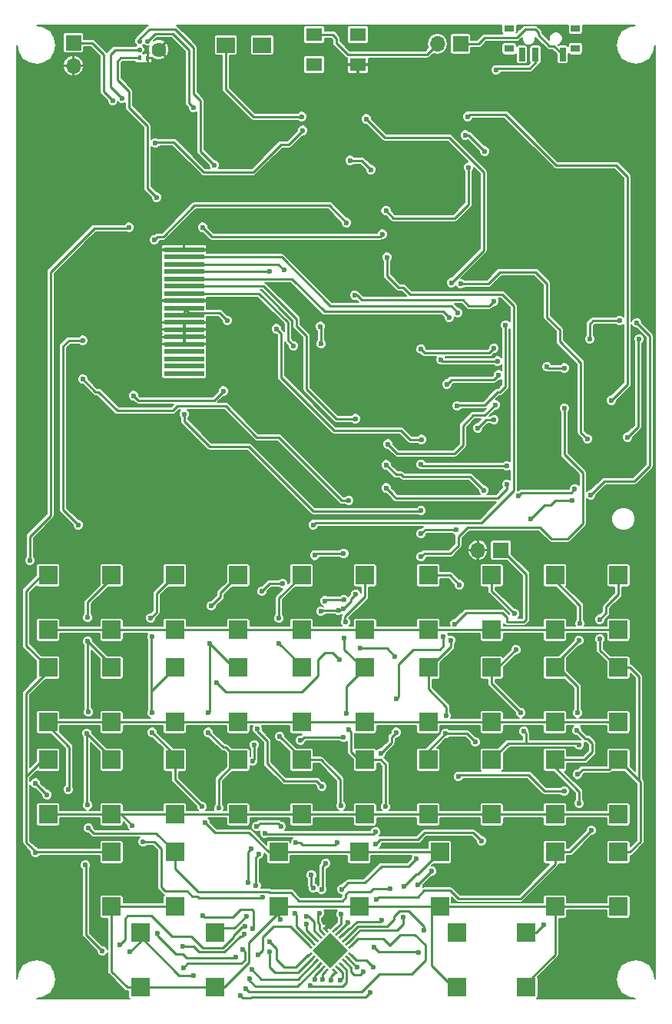
<source format=gbr>
G04 #@! TF.FileFunction,Copper,L1,Top,Signal*
%FSLAX46Y46*%
G04 Gerber Fmt 4.6, Leading zero omitted, Abs format (unit mm)*
G04 Created by KiCad (PCBNEW 4.0.4-stable) date 12/16/18 15:37:44*
%MOMM*%
%LPD*%
G01*
G04 APERTURE LIST*
%ADD10C,0.100000*%
%ADD11R,4.400000X0.600000*%
%ADD12R,1.800000X1.400000*%
%ADD13R,2.000000X2.000000*%
%ADD14R,0.700000X1.500000*%
%ADD15R,1.000000X0.800000*%
%ADD16R,1.700000X1.700000*%
%ADD17O,1.700000X1.700000*%
%ADD18R,2.000000X1.700000*%
%ADD19R,0.459740X0.538480*%
%ADD20C,1.623060*%
%ADD21C,0.538480*%
%ADD22C,0.600000*%
%ADD23C,0.250000*%
%ADD24C,0.200000*%
G04 APERTURE END LIST*
D10*
D11*
X86126000Y-91136000D03*
X86126000Y-91936000D03*
X86126000Y-92736000D03*
X86126000Y-93536000D03*
X86126000Y-94336000D03*
X86126000Y-95136000D03*
X86126000Y-95936000D03*
X86126000Y-96736000D03*
X86126000Y-97536000D03*
X86126000Y-98336000D03*
X86126000Y-99136000D03*
X86126000Y-99936000D03*
X86126000Y-100736000D03*
X86126000Y-101536000D03*
X86126000Y-102336000D03*
X86126000Y-103136000D03*
X86126000Y-103936000D03*
X86126000Y-104736000D03*
D12*
X100470000Y-67438000D03*
X100470000Y-70738000D03*
X105270000Y-70738000D03*
X105270000Y-67438000D03*
D13*
X85090000Y-157465000D03*
X85090000Y-163465000D03*
X71120000Y-126985000D03*
X71120000Y-132985000D03*
X71120000Y-147305000D03*
X71120000Y-153305000D03*
X106045000Y-147305000D03*
X106045000Y-153305000D03*
X133985000Y-137145000D03*
X133985000Y-143145000D03*
X92075000Y-147305000D03*
X92075000Y-153305000D03*
X85090000Y-137145000D03*
X85090000Y-143145000D03*
X123825000Y-166355000D03*
X123825000Y-172355000D03*
X85090000Y-126985000D03*
X85090000Y-132985000D03*
X127000000Y-147305000D03*
X127000000Y-153305000D03*
X92075000Y-137145000D03*
X92075000Y-143145000D03*
X99060000Y-137145000D03*
X99060000Y-143145000D03*
X106045000Y-137145000D03*
X106045000Y-143145000D03*
X120015000Y-126985000D03*
X120015000Y-132985000D03*
D10*
G36*
X101386472Y-165835482D02*
X101563249Y-165658705D01*
X102058224Y-166153680D01*
X101881447Y-166330457D01*
X101386472Y-165835482D01*
X101386472Y-165835482D01*
G37*
G36*
X104179543Y-167921447D02*
X104674518Y-167426472D01*
X104851295Y-167603249D01*
X104356320Y-168098224D01*
X104179543Y-167921447D01*
X104179543Y-167921447D01*
G37*
G36*
X102411776Y-170396320D02*
X102588553Y-170219543D01*
X103083528Y-170714518D01*
X102906751Y-170891295D01*
X102411776Y-170396320D01*
X102411776Y-170396320D01*
G37*
G36*
X99618705Y-168946751D02*
X100113680Y-168451776D01*
X100290457Y-168628553D01*
X99795482Y-169123528D01*
X99618705Y-168946751D01*
X99618705Y-168946751D01*
G37*
G36*
X99972258Y-169300305D02*
X100467233Y-168805330D01*
X100644010Y-168982107D01*
X100149035Y-169477082D01*
X99972258Y-169300305D01*
X99972258Y-169300305D01*
G37*
G36*
X100325811Y-169653858D02*
X100820786Y-169158883D01*
X100997563Y-169335660D01*
X100502588Y-169830635D01*
X100325811Y-169653858D01*
X100325811Y-169653858D01*
G37*
G36*
X100679365Y-170007412D02*
X101174340Y-169512437D01*
X101351117Y-169689214D01*
X100856142Y-170184189D01*
X100679365Y-170007412D01*
X100679365Y-170007412D01*
G37*
G36*
X101032918Y-170360965D02*
X101527893Y-169865990D01*
X101704670Y-170042767D01*
X101209695Y-170537742D01*
X101032918Y-170360965D01*
X101032918Y-170360965D01*
G37*
G36*
X101386472Y-170714518D02*
X101881447Y-170219543D01*
X102058224Y-170396320D01*
X101563249Y-170891295D01*
X101386472Y-170714518D01*
X101386472Y-170714518D01*
G37*
G36*
X102765330Y-170042767D02*
X102942107Y-169865990D01*
X103437082Y-170360965D01*
X103260305Y-170537742D01*
X102765330Y-170042767D01*
X102765330Y-170042767D01*
G37*
G36*
X103118883Y-169689214D02*
X103295660Y-169512437D01*
X103790635Y-170007412D01*
X103613858Y-170184189D01*
X103118883Y-169689214D01*
X103118883Y-169689214D01*
G37*
G36*
X103472437Y-169335660D02*
X103649214Y-169158883D01*
X104144189Y-169653858D01*
X103967412Y-169830635D01*
X103472437Y-169335660D01*
X103472437Y-169335660D01*
G37*
G36*
X103825990Y-168982107D02*
X104002767Y-168805330D01*
X104497742Y-169300305D01*
X104320965Y-169477082D01*
X103825990Y-168982107D01*
X103825990Y-168982107D01*
G37*
G36*
X104179543Y-168628553D02*
X104356320Y-168451776D01*
X104851295Y-168946751D01*
X104674518Y-169123528D01*
X104179543Y-168628553D01*
X104179543Y-168628553D01*
G37*
G36*
X103825990Y-167567893D02*
X104320965Y-167072918D01*
X104497742Y-167249695D01*
X104002767Y-167744670D01*
X103825990Y-167567893D01*
X103825990Y-167567893D01*
G37*
G36*
X103472437Y-167214340D02*
X103967412Y-166719365D01*
X104144189Y-166896142D01*
X103649214Y-167391117D01*
X103472437Y-167214340D01*
X103472437Y-167214340D01*
G37*
G36*
X103118883Y-166860786D02*
X103613858Y-166365811D01*
X103790635Y-166542588D01*
X103295660Y-167037563D01*
X103118883Y-166860786D01*
X103118883Y-166860786D01*
G37*
G36*
X102765330Y-166507233D02*
X103260305Y-166012258D01*
X103437082Y-166189035D01*
X102942107Y-166684010D01*
X102765330Y-166507233D01*
X102765330Y-166507233D01*
G37*
G36*
X102411776Y-166153680D02*
X102906751Y-165658705D01*
X103083528Y-165835482D01*
X102588553Y-166330457D01*
X102411776Y-166153680D01*
X102411776Y-166153680D01*
G37*
G36*
X101032918Y-166189035D02*
X101209695Y-166012258D01*
X101704670Y-166507233D01*
X101527893Y-166684010D01*
X101032918Y-166189035D01*
X101032918Y-166189035D01*
G37*
G36*
X100679365Y-166542588D02*
X100856142Y-166365811D01*
X101351117Y-166860786D01*
X101174340Y-167037563D01*
X100679365Y-166542588D01*
X100679365Y-166542588D01*
G37*
G36*
X100325811Y-166896142D02*
X100502588Y-166719365D01*
X100997563Y-167214340D01*
X100820786Y-167391117D01*
X100325811Y-166896142D01*
X100325811Y-166896142D01*
G37*
G36*
X99972258Y-167249695D02*
X100149035Y-167072918D01*
X100644010Y-167567893D01*
X100467233Y-167744670D01*
X99972258Y-167249695D01*
X99972258Y-167249695D01*
G37*
G36*
X99618705Y-167603249D02*
X99795482Y-167426472D01*
X100290457Y-167921447D01*
X100113680Y-168098224D01*
X99618705Y-167603249D01*
X99618705Y-167603249D01*
G37*
G36*
X100290456Y-168275000D02*
X102235000Y-166330456D01*
X104179544Y-168275000D01*
X102235000Y-170219544D01*
X100290456Y-168275000D01*
X100290456Y-168275000D01*
G37*
D13*
X113030000Y-137145000D03*
X113030000Y-143145000D03*
X120015000Y-137145000D03*
X120015000Y-143145000D03*
X127000000Y-137145000D03*
X127000000Y-143145000D03*
X81280000Y-166355000D03*
X81280000Y-172355000D03*
X120015000Y-147305000D03*
X120015000Y-153305000D03*
X113030000Y-147305000D03*
X113030000Y-153305000D03*
X127000000Y-126985000D03*
X127000000Y-132985000D03*
X133985000Y-126985000D03*
X133985000Y-132985000D03*
X71120000Y-137145000D03*
X71120000Y-143145000D03*
X92075000Y-126985000D03*
X92075000Y-132985000D03*
X133985000Y-147305000D03*
X133985000Y-153305000D03*
X89535000Y-166355000D03*
X89535000Y-172355000D03*
X78105000Y-137145000D03*
X78105000Y-143145000D03*
X78105000Y-157465000D03*
X78105000Y-163465000D03*
X133985000Y-157465000D03*
X133985000Y-163465000D03*
X96520000Y-157465000D03*
X96520000Y-163465000D03*
X105410000Y-157465000D03*
X105410000Y-163465000D03*
X114300000Y-157465000D03*
X114300000Y-163465000D03*
X127000000Y-157465000D03*
X127000000Y-163465000D03*
X99060000Y-126985000D03*
X99060000Y-132985000D03*
X113030000Y-126985000D03*
X113030000Y-132985000D03*
X116205000Y-166355000D03*
X116205000Y-172355000D03*
X99060000Y-147305000D03*
X99060000Y-153305000D03*
X78105000Y-147305000D03*
X78105000Y-153305000D03*
X85090000Y-147305000D03*
X85090000Y-153305000D03*
X106045000Y-126985000D03*
X106045000Y-132985000D03*
X78105000Y-126985000D03*
X78105000Y-132985000D03*
D14*
X127853000Y-69629000D03*
X124853000Y-69629000D03*
X123353000Y-69629000D03*
D15*
X129253000Y-66769000D03*
X121953000Y-66769000D03*
X121953000Y-68979000D03*
X129253000Y-68979000D03*
D16*
X116586000Y-68453000D03*
D17*
X114046000Y-68453000D03*
D18*
X94710000Y-68580000D03*
X90710000Y-68580000D03*
D19*
X81206340Y-70015100D03*
X82092800Y-70017640D03*
D20*
X83312000Y-69088000D03*
D21*
X82092800Y-68158360D03*
X81208880Y-68158360D03*
X81211420Y-69088000D03*
D20*
X83312000Y-69088000D03*
D16*
X73914000Y-68326000D03*
D17*
X73914000Y-70866000D03*
D16*
X121031000Y-124206000D03*
D17*
X118491000Y-124206000D03*
D22*
X120904000Y-100838000D03*
X114554000Y-100711000D03*
X71882000Y-87630000D03*
X74422000Y-88392000D03*
X76962000Y-90932000D03*
X122885200Y-150672800D03*
X109778800Y-151739600D03*
X102666800Y-159943800D03*
X102184200Y-161696400D03*
X101904800Y-164160200D03*
X92100400Y-101041200D03*
X115951000Y-132334000D03*
X114681000Y-133731000D03*
X109474000Y-140589000D03*
X109474000Y-144272000D03*
X107823000Y-146558000D03*
X108864400Y-161518600D03*
X105867200Y-170662600D03*
X75590400Y-154838400D03*
X75488800Y-152298400D03*
X75387200Y-144373600D03*
X75590400Y-142036800D03*
X75488800Y-131622800D03*
X75488800Y-134264400D03*
X100533200Y-171475400D03*
X96748600Y-164922200D03*
X99999800Y-172186600D03*
X92837000Y-165608000D03*
X78994000Y-167665400D03*
X69748400Y-157480000D03*
X103352600Y-171577000D03*
X133858000Y-133146800D03*
X80416400Y-154533600D03*
X81584800Y-156337000D03*
X94792800Y-162458400D03*
X101371400Y-171500800D03*
X110312200Y-164642800D03*
X111887000Y-161112200D03*
X92964000Y-164541200D03*
X93141800Y-160832800D03*
X93472000Y-157099000D03*
X94996000Y-155371800D03*
X104267000Y-143992600D03*
X104038400Y-142163800D03*
X103784400Y-133934200D03*
X103886000Y-132130800D03*
X107238800Y-155244800D03*
X108305600Y-152450800D03*
X113411000Y-159562800D03*
X103378000Y-164312600D03*
X103530400Y-161544000D03*
X131927600Y-131826000D03*
X131953000Y-134010400D03*
X129463800Y-148920200D03*
X111683800Y-158216600D03*
X116357400Y-149148800D03*
X128016000Y-150749000D03*
X102336600Y-171551600D03*
X73329800Y-150545800D03*
X83185000Y-166420800D03*
X91846400Y-169037000D03*
X106984800Y-170129200D03*
X106629200Y-172923200D03*
X92354400Y-173228000D03*
X89916000Y-152603200D03*
X88798400Y-144272000D03*
X88798400Y-142138400D03*
X88900000Y-134518400D03*
X89103200Y-130352800D03*
X105206800Y-170103800D03*
X110363000Y-161239200D03*
X88087200Y-152450800D03*
X88392000Y-154178000D03*
X82448400Y-131673600D03*
X82600800Y-133756400D03*
X82600800Y-144272000D03*
X82550000Y-142138400D03*
X107873800Y-164973000D03*
X107086400Y-167894000D03*
X111988600Y-168503600D03*
X122529600Y-131216400D03*
X122682000Y-135178800D03*
X123240800Y-142138400D03*
X123596400Y-144170400D03*
X129692400Y-145643600D03*
X125780800Y-165506400D03*
X104190800Y-165201600D03*
X107340400Y-162661600D03*
X131013200Y-155092400D03*
X129692400Y-152095200D03*
X129438400Y-144068800D03*
X129489200Y-142138400D03*
X129743200Y-132283200D03*
X129641600Y-134162800D03*
X80162400Y-168478200D03*
X77114400Y-168351200D03*
X75234800Y-158902400D03*
X94132400Y-154660600D03*
X96824800Y-154635200D03*
X98425000Y-156438600D03*
X103022400Y-156413200D03*
X103428800Y-152349200D03*
X92913200Y-172516800D03*
X87172800Y-171043600D03*
X96672400Y-144729200D03*
X96570800Y-131724400D03*
X96570800Y-134467600D03*
X88163400Y-164490400D03*
X93649800Y-165912800D03*
X95580200Y-167360600D03*
X95529400Y-168427400D03*
X92786200Y-166471600D03*
X86004400Y-167843200D03*
X93573600Y-170408600D03*
X93319600Y-171373800D03*
X116484400Y-128016000D03*
X115519200Y-134137400D03*
X118211600Y-145338800D03*
X115011200Y-142468600D03*
X114960400Y-144399000D03*
X112522000Y-166090600D03*
X115976400Y-166420800D03*
X101015800Y-164185600D03*
X101269800Y-161544000D03*
X101727000Y-158699200D03*
X107264200Y-156565600D03*
X118872000Y-156210000D03*
X108585000Y-112522000D03*
X120396000Y-108204000D03*
X90881200Y-98907600D03*
X89408000Y-81788000D03*
X80518000Y-107188000D03*
X90424000Y-106680000D03*
X99644200Y-164515800D03*
X103733600Y-129692400D03*
X101600000Y-129794000D03*
X99644200Y-165404800D03*
X100330000Y-161442400D03*
X100152200Y-159994600D03*
X101320600Y-150241000D03*
X94183200Y-143916400D03*
X94691200Y-128752600D03*
X96977200Y-127889000D03*
X101193600Y-130962400D03*
X103124000Y-130810000D03*
X103682800Y-130683000D03*
X105029000Y-129057400D03*
X98298000Y-164236400D03*
X94056200Y-161188400D03*
X94335600Y-157657800D03*
X93675200Y-147447000D03*
X93878400Y-145643600D03*
X100507800Y-124790200D03*
X103708200Y-124587000D03*
X104013000Y-88138000D03*
X82804000Y-90043000D03*
X80010000Y-88646000D03*
X69088000Y-125349000D03*
X69723000Y-149860000D03*
X70993000Y-151130000D03*
X86029800Y-170180000D03*
X94259400Y-168783000D03*
X92583000Y-168224200D03*
X120497600Y-71323200D03*
X103682800Y-144830800D03*
X98958400Y-145161000D03*
X112268000Y-112014000D03*
X95504000Y-93472000D03*
X96266000Y-99822000D03*
X121539000Y-99441000D03*
X116205000Y-108331000D03*
X105003600Y-109728000D03*
X120777000Y-104902000D03*
X115062000Y-105918000D03*
X98196400Y-101701600D03*
X116281200Y-98044000D03*
X128016000Y-104140000D03*
X126111000Y-104013000D03*
X120650000Y-103378000D03*
X114427000Y-103251000D03*
X101244400Y-101498400D03*
X101142800Y-99568000D03*
X97129600Y-93370400D03*
X115316000Y-98552000D03*
X115570000Y-94742000D03*
X106172000Y-76708000D03*
X99060000Y-76454000D03*
X105270000Y-67438000D03*
X94742000Y-68834000D03*
X112245000Y-119870000D03*
X87122000Y-75438000D03*
X86106000Y-109220000D03*
X108458000Y-91948000D03*
X100330000Y-121412000D03*
X107950000Y-89408000D03*
X88138000Y-88646000D03*
X83058000Y-85344000D03*
X79248000Y-74422000D03*
X104394000Y-81280000D03*
X106680000Y-82296000D03*
X74930000Y-101092000D03*
X74422000Y-121412000D03*
X89662000Y-138811000D03*
X103251000Y-136271000D03*
X105537000Y-135001000D03*
X109347000Y-135890000D03*
X82931000Y-79375000D03*
X99187000Y-77978000D03*
X117094000Y-78486000D03*
X119253000Y-80264000D03*
X78232000Y-74676000D03*
X112245000Y-124950000D03*
X128016000Y-108585000D03*
X112245000Y-122410000D03*
X120269000Y-109855000D03*
X118491000Y-110744000D03*
X116078000Y-121920000D03*
X74930000Y-105378000D03*
X104267000Y-118745000D03*
X108394500Y-117348000D03*
X121666000Y-116967000D03*
X122936000Y-118237000D03*
X129159000Y-117475000D03*
X108394500Y-114808000D03*
X130810000Y-100965000D03*
X134112000Y-98933000D03*
X136017000Y-99187000D03*
X130937000Y-118110000D03*
X128905000Y-118745000D03*
X124333000Y-120777000D03*
X119126000Y-117602000D03*
X112245000Y-114790000D03*
X121666000Y-114935000D03*
X112245000Y-102090000D03*
X120269000Y-101981000D03*
X104902000Y-96139000D03*
X120269000Y-96774000D03*
X136271000Y-100965000D03*
X135001000Y-111760000D03*
X130556000Y-111950500D03*
X116586000Y-94869000D03*
X108371500Y-86850000D03*
X133223000Y-107696000D03*
X117348000Y-76454000D03*
X117475000Y-82042000D03*
D23*
X114681000Y-100838000D02*
X120904000Y-100838000D01*
X114554000Y-100711000D02*
X114681000Y-100838000D01*
X73660000Y-87630000D02*
X71882000Y-87630000D01*
X74422000Y-88392000D02*
X73660000Y-87630000D01*
X76962000Y-90932000D02*
X81330800Y-90932000D01*
X81330800Y-90932000D02*
X81280000Y-90932000D01*
X81280000Y-90932000D02*
X81330800Y-90932000D01*
X105270000Y-70738000D02*
X105270000Y-73800000D01*
X81330800Y-89611200D02*
X81330800Y-90932000D01*
X81330800Y-90932000D02*
X81330800Y-92354400D01*
X87757000Y-83185000D02*
X81330800Y-89611200D01*
X95885000Y-83185000D02*
X87757000Y-83185000D01*
X105270000Y-73800000D02*
X95885000Y-83185000D01*
X122885200Y-150672800D02*
X114452400Y-150672800D01*
X114452400Y-150672800D02*
X114046000Y-151079200D01*
X114046000Y-151079200D02*
X112318800Y-151079200D01*
X112318800Y-151079200D02*
X111658400Y-151739600D01*
X111658400Y-151739600D02*
X109778800Y-151739600D01*
X101722348Y-165994581D02*
X101722348Y-165577948D01*
X102666800Y-161213800D02*
X102666800Y-159943800D01*
X102184200Y-161696400D02*
X102666800Y-161213800D01*
X101854000Y-164211000D02*
X101904800Y-164160200D01*
X101854000Y-165446296D02*
X101854000Y-164211000D01*
X101722348Y-165577948D02*
X101854000Y-165446296D01*
X91795200Y-100736000D02*
X86126000Y-100736000D01*
X92100400Y-101041200D02*
X91795200Y-100736000D01*
X86126000Y-100736000D02*
X86126000Y-101536000D01*
X86126000Y-99936000D02*
X86126000Y-100736000D01*
X86126000Y-99136000D02*
X86126000Y-99936000D01*
X81343600Y-96736000D02*
X81343600Y-98818800D01*
X81660800Y-99136000D02*
X86126000Y-99136000D01*
X81343600Y-98818800D02*
X81660800Y-99136000D01*
X86126000Y-91136000D02*
X82549200Y-91136000D01*
X81343600Y-96736000D02*
X86126000Y-96736000D01*
X81330800Y-96723200D02*
X81343600Y-96736000D01*
X81330800Y-92354400D02*
X81330800Y-96723200D01*
X82549200Y-91136000D02*
X81330800Y-92354400D01*
X123825000Y-126873000D02*
X121158000Y-124206000D01*
X123825000Y-131826000D02*
X123825000Y-126873000D01*
X123571000Y-132080000D02*
X123825000Y-131826000D01*
X121666000Y-132080000D02*
X123571000Y-132080000D01*
X121666000Y-131572000D02*
X121666000Y-132080000D01*
X121158000Y-131064000D02*
X121666000Y-131572000D01*
X117221000Y-131064000D02*
X121158000Y-131064000D01*
X115951000Y-132334000D02*
X117221000Y-131064000D01*
X114681000Y-134747000D02*
X114681000Y-133731000D01*
X114300000Y-135128000D02*
X114681000Y-134747000D01*
X111379000Y-135128000D02*
X114300000Y-135128000D01*
X109728000Y-136779000D02*
X111379000Y-135128000D01*
X109728000Y-140335000D02*
X109728000Y-136779000D01*
X109474000Y-140589000D02*
X109728000Y-140335000D01*
X108966000Y-144780000D02*
X109474000Y-144272000D01*
X108966000Y-145415000D02*
X108966000Y-144780000D01*
X107823000Y-146558000D02*
X108966000Y-145415000D01*
X121158000Y-124206000D02*
X121031000Y-124206000D01*
X87655400Y-161823400D02*
X95478600Y-161823400D01*
X85090000Y-159258000D02*
X87655400Y-161823400D01*
X106629200Y-161823400D02*
X106934000Y-161518600D01*
X106934000Y-161518600D02*
X108864400Y-161518600D01*
X105867200Y-170662600D02*
X105537000Y-170992800D01*
X105537000Y-170992800D02*
X104851200Y-170992800D01*
X104851200Y-170992800D02*
X104521000Y-170662600D01*
X104521000Y-170662600D02*
X104521000Y-170207446D01*
X103808313Y-169494759D02*
X104521000Y-170207446D01*
X85090000Y-159258000D02*
X85090000Y-157465000D01*
X104267000Y-161823400D02*
X106629200Y-161823400D01*
X103962200Y-162128200D02*
X104267000Y-161823400D01*
X103962200Y-162407600D02*
X103962200Y-162128200D01*
X103555800Y-162814000D02*
X103962200Y-162407600D01*
X98780600Y-162814000D02*
X103555800Y-162814000D01*
X97891600Y-161925000D02*
X98780600Y-162814000D01*
X95580200Y-161925000D02*
X97891600Y-161925000D01*
X95478600Y-161823400D02*
X95580200Y-161925000D01*
X75387200Y-144373600D02*
X75387200Y-152196800D01*
X83022200Y-155397200D02*
X85090000Y-157465000D01*
X76149200Y-155397200D02*
X83022200Y-155397200D01*
X75590400Y-154838400D02*
X76149200Y-155397200D01*
X75387200Y-152196800D02*
X75488800Y-152298400D01*
X75488800Y-134264400D02*
X75488800Y-141935200D01*
X75387200Y-144373600D02*
X78105000Y-147091400D01*
X75488800Y-141935200D02*
X75590400Y-142036800D01*
X78105000Y-147091400D02*
X78105000Y-147305000D01*
X78105000Y-126985000D02*
X78105000Y-127330200D01*
X78105000Y-127330200D02*
X75488800Y-129946400D01*
X75488800Y-129946400D02*
X75488800Y-131622800D01*
X75488800Y-134264400D02*
X78105000Y-136880600D01*
X78105000Y-136880600D02*
X78105000Y-137145000D01*
X101368794Y-170201866D02*
X101368794Y-170208006D01*
X101368794Y-170208006D02*
X100533200Y-171043600D01*
X100533200Y-171043600D02*
X100533200Y-171475400D01*
X96748600Y-164922200D02*
X96520000Y-164693600D01*
X96520000Y-164693600D02*
X96520000Y-163465000D01*
X78105000Y-163465000D02*
X85090000Y-163465000D01*
X81280000Y-172355000D02*
X79848200Y-172355000D01*
X78105000Y-170611800D02*
X78105000Y-163465000D01*
X79848200Y-172355000D02*
X78105000Y-170611800D01*
X81280000Y-172355000D02*
X89535000Y-172355000D01*
X96520000Y-163465000D02*
X96520000Y-164134800D01*
X96520000Y-164134800D02*
X93268800Y-167386000D01*
X93268800Y-169621200D02*
X90535000Y-172355000D01*
X93268800Y-167386000D02*
X93268800Y-169621200D01*
X90535000Y-172355000D02*
X89535000Y-172355000D01*
X105410000Y-163465000D02*
X96520000Y-163465000D01*
X116205000Y-172355000D02*
X115763800Y-172355000D01*
X115763800Y-172355000D02*
X113385600Y-169976800D01*
X113385600Y-169976800D02*
X113385600Y-164379400D01*
X113385600Y-164379400D02*
X114300000Y-163465000D01*
X114300000Y-163465000D02*
X105410000Y-163465000D01*
X127000000Y-163465000D02*
X114300000Y-163465000D01*
X127000000Y-163465000D02*
X133985000Y-163465000D01*
X123825000Y-172355000D02*
X123825000Y-171932600D01*
X123825000Y-171932600D02*
X127000000Y-168757600D01*
X127000000Y-168757600D02*
X127000000Y-163465000D01*
X103454759Y-169848313D02*
X103454759Y-169850359D01*
X103454759Y-169850359D02*
X104038400Y-170434000D01*
X104038400Y-170434000D02*
X104038400Y-171805600D01*
X104038400Y-171805600D02*
X103606600Y-172237400D01*
X103606600Y-172237400D02*
X100050600Y-172237400D01*
X100050600Y-172237400D02*
X99999800Y-172186600D01*
X92837000Y-165608000D02*
X92684600Y-165760400D01*
X92684600Y-165760400D02*
X92456000Y-165760400D01*
X92456000Y-165760400D02*
X91541600Y-166674800D01*
X91541600Y-166674800D02*
X91541600Y-166851202D01*
X91541600Y-166851202D02*
X90397202Y-167995600D01*
X90397202Y-167995600D02*
X88188800Y-167995600D01*
X88188800Y-167995600D02*
X86918800Y-166725600D01*
X86918800Y-166725600D02*
X84785200Y-166725600D01*
X84785200Y-166725600D02*
X83540600Y-165481000D01*
X83540600Y-165481000D02*
X83489800Y-165481000D01*
X83489800Y-165481000D02*
X82499200Y-164490400D01*
X82499200Y-164490400D02*
X79908400Y-164490400D01*
X79908400Y-164490400D02*
X79603600Y-164795200D01*
X79603600Y-164795200D02*
X79603600Y-167055800D01*
X79603600Y-167055800D02*
X78994000Y-167665400D01*
X69748400Y-157480000D02*
X69763400Y-157465000D01*
X69763400Y-157465000D02*
X69784200Y-157465000D01*
X71120000Y-137145000D02*
X71120000Y-137566400D01*
X71120000Y-137566400D02*
X68681600Y-140004800D01*
X68681600Y-149047200D02*
X68732400Y-149098000D01*
X68681600Y-140004800D02*
X68681600Y-149047200D01*
X71120000Y-126985000D02*
X70423800Y-126985000D01*
X70423800Y-126985000D02*
X68681600Y-128727200D01*
X68681600Y-128727200D02*
X68681600Y-134706600D01*
X68681600Y-134706600D02*
X71120000Y-137145000D01*
X78105000Y-157465000D02*
X69784200Y-157465000D01*
X68732400Y-149098000D02*
X70525400Y-147305000D01*
X68732400Y-156413200D02*
X68732400Y-149098000D01*
X69784200Y-157465000D02*
X68732400Y-156413200D01*
X70525400Y-147305000D02*
X71120000Y-147305000D01*
X103101206Y-170201866D02*
X103101206Y-170208006D01*
X103101206Y-170208006D02*
X103588398Y-170695198D01*
X103588398Y-170695198D02*
X103588398Y-171341202D01*
X103588398Y-171341202D02*
X103352600Y-171577000D01*
X133858000Y-133146800D02*
X133985000Y-133019800D01*
X133985000Y-133019800D02*
X133985000Y-132985000D01*
X78105000Y-132985000D02*
X71120000Y-132985000D01*
X85090000Y-132985000D02*
X78105000Y-132985000D01*
X92075000Y-132985000D02*
X85090000Y-132985000D01*
X99060000Y-132985000D02*
X92075000Y-132985000D01*
X106045000Y-132985000D02*
X99060000Y-132985000D01*
X113030000Y-132985000D02*
X106045000Y-132985000D01*
X120015000Y-132985000D02*
X113030000Y-132985000D01*
X127000000Y-132985000D02*
X120015000Y-132985000D01*
X133985000Y-132985000D02*
X127000000Y-132985000D01*
X78105000Y-153305000D02*
X79187800Y-153305000D01*
X80416400Y-154533600D02*
X79187800Y-153305000D01*
X82854800Y-156337000D02*
X81584800Y-156337000D01*
X83591400Y-157073600D02*
X82854800Y-156337000D01*
X83591400Y-161315400D02*
X83591400Y-157073600D01*
X84048600Y-161772600D02*
X83591400Y-161315400D01*
X86461600Y-161772600D02*
X84048600Y-161772600D01*
X87020400Y-162331400D02*
X86461600Y-161772600D01*
X87553800Y-162331400D02*
X87020400Y-162331400D01*
X87731600Y-162509200D02*
X87553800Y-162331400D01*
X94742000Y-162509200D02*
X87731600Y-162509200D01*
X94792800Y-162458400D02*
X94742000Y-162509200D01*
X101371400Y-170916600D02*
X101371400Y-171500800D01*
X101371400Y-170916600D02*
X101722348Y-170565652D01*
X101722348Y-170555419D02*
X101722348Y-170565652D01*
X127000000Y-153305000D02*
X133985000Y-153305000D01*
X120015000Y-153305000D02*
X127000000Y-153305000D01*
X113030000Y-153305000D02*
X120015000Y-153305000D01*
X106045000Y-153305000D02*
X113030000Y-153305000D01*
X99060000Y-153305000D02*
X106045000Y-153305000D01*
X92075000Y-153305000D02*
X99060000Y-153305000D01*
X85090000Y-153305000D02*
X92075000Y-153305000D01*
X78105000Y-153305000D02*
X85090000Y-153305000D01*
X71120000Y-153305000D02*
X78105000Y-153305000D01*
X104161866Y-167408794D02*
X104193406Y-167408794D01*
X104193406Y-167408794D02*
X104889999Y-166712201D01*
X104889999Y-166712201D02*
X104889999Y-166686801D01*
X104889999Y-166686801D02*
X105511600Y-166065200D01*
X105511600Y-166065200D02*
X109626400Y-166065200D01*
X109626400Y-166065200D02*
X110312200Y-165379400D01*
X110312200Y-165379400D02*
X110312200Y-164642800D01*
X106045000Y-147305000D02*
X107808000Y-147305000D01*
X91668600Y-165836600D02*
X90053400Y-165836600D01*
X92964000Y-164541200D02*
X91668600Y-165836600D01*
X93141800Y-157429200D02*
X93141800Y-160832800D01*
X93472000Y-157099000D02*
X93141800Y-157429200D01*
X95123000Y-155498800D02*
X94996000Y-155371800D01*
X106984800Y-155498800D02*
X95123000Y-155498800D01*
X107238800Y-155244800D02*
X106984800Y-155498800D01*
X107808000Y-147305000D02*
X108356400Y-147853400D01*
X90053400Y-165836600D02*
X89535000Y-166355000D01*
X106045000Y-137145000D02*
X106045000Y-137185400D01*
X106045000Y-137185400D02*
X104038400Y-139192000D01*
X104521000Y-146456400D02*
X105369600Y-147305000D01*
X104521000Y-144246600D02*
X104521000Y-146456400D01*
X104267000Y-143992600D02*
X104521000Y-144246600D01*
X104038400Y-139192000D02*
X104038400Y-142163800D01*
X105369600Y-147305000D02*
X106045000Y-147305000D01*
X106045000Y-137145000D02*
X105801400Y-137145000D01*
X105801400Y-137145000D02*
X103784400Y-135128000D01*
X103784400Y-135128000D02*
X103784400Y-133934200D01*
X103886000Y-132130800D02*
X103835200Y-132080000D01*
X103835200Y-132080000D02*
X103835200Y-131546600D01*
X103835200Y-131546600D02*
X106045000Y-129336800D01*
X106045000Y-129336800D02*
X106045000Y-126985000D01*
X108356400Y-147853400D02*
X108356400Y-152400000D01*
X108356400Y-152400000D02*
X108305600Y-152450800D01*
X111887000Y-161112200D02*
X113411000Y-159588200D01*
X113411000Y-159588200D02*
X113411000Y-159562800D01*
X102747652Y-165994581D02*
X102747652Y-165984348D01*
X102747652Y-165984348D02*
X103378000Y-165354000D01*
X103378000Y-165354000D02*
X103378000Y-164312600D01*
X103530400Y-161544000D02*
X104216200Y-160858200D01*
X104216200Y-160858200D02*
X106019600Y-160858200D01*
X106019600Y-160858200D02*
X107873800Y-159004000D01*
X132954000Y-148336000D02*
X133985000Y-147305000D01*
X133985000Y-137145000D02*
X133868400Y-137145000D01*
X133868400Y-137145000D02*
X131953000Y-135229600D01*
X133985000Y-129108200D02*
X133985000Y-126985000D01*
X132638800Y-130454400D02*
X133985000Y-129108200D01*
X132638800Y-131114800D02*
X132638800Y-130454400D01*
X131927600Y-131826000D02*
X132638800Y-131114800D01*
X131953000Y-135229600D02*
X131953000Y-134010400D01*
X133985000Y-137145000D02*
X135265400Y-137145000D01*
X136245600Y-138125200D02*
X136245600Y-149565600D01*
X135265400Y-137145000D02*
X136245600Y-138125200D01*
X133985000Y-157465000D02*
X135244600Y-157465000D01*
X136398000Y-149718000D02*
X136245600Y-149565600D01*
X136245600Y-149565600D02*
X133985000Y-147305000D01*
X136398000Y-156311600D02*
X136398000Y-149718000D01*
X135244600Y-157465000D02*
X136398000Y-156311600D01*
X130048000Y-148336000D02*
X132954000Y-148336000D01*
X129463800Y-148920200D02*
X130048000Y-148336000D01*
X107873800Y-159004000D02*
X110896400Y-159004000D01*
X110896400Y-159004000D02*
X111683800Y-158216600D01*
X116357400Y-149148800D02*
X116535200Y-148971000D01*
X116535200Y-148971000D02*
X124079000Y-148971000D01*
X124079000Y-148971000D02*
X125831600Y-150723600D01*
X125831600Y-150723600D02*
X127990600Y-150723600D01*
X127990600Y-150723600D02*
X128016000Y-150749000D01*
X102747652Y-170759548D02*
X102336600Y-171170600D01*
X102336600Y-171170600D02*
X102336600Y-171551600D01*
X102747652Y-170555419D02*
X102747652Y-170759548D01*
X73456800Y-145897600D02*
X71120000Y-143560800D01*
X73456800Y-150418800D02*
X73456800Y-145897600D01*
X73329800Y-150545800D02*
X73456800Y-150418800D01*
X83185000Y-166649400D02*
X83185000Y-166420800D01*
X85242400Y-168706800D02*
X83185000Y-166649400D01*
X85979000Y-168706800D02*
X85242400Y-168706800D01*
X86385400Y-169113200D02*
X85979000Y-168706800D01*
X91770200Y-169113200D02*
X86385400Y-169113200D01*
X91846400Y-169037000D02*
X91770200Y-169113200D01*
X71120000Y-143560800D02*
X71120000Y-143145000D01*
X127000000Y-143145000D02*
X133985000Y-143145000D01*
X120015000Y-143145000D02*
X127000000Y-143145000D01*
X113030000Y-143145000D02*
X120015000Y-143145000D01*
X106045000Y-143145000D02*
X113030000Y-143145000D01*
X99060000Y-143145000D02*
X106045000Y-143145000D01*
X92075000Y-143145000D02*
X99060000Y-143145000D01*
X85090000Y-143145000D02*
X92075000Y-143145000D01*
X78105000Y-143145000D02*
X85090000Y-143145000D01*
X71120000Y-143145000D02*
X78105000Y-143145000D01*
X92075000Y-147305000D02*
X92064600Y-147305000D01*
X92064600Y-147305000D02*
X89916000Y-149453600D01*
X105094967Y-169367200D02*
X104515419Y-168787652D01*
X106222800Y-169367200D02*
X105094967Y-169367200D01*
X106984800Y-170129200D02*
X106222800Y-169367200D01*
X106121200Y-173431200D02*
X106629200Y-172923200D01*
X93522800Y-173431200D02*
X106121200Y-173431200D01*
X93472000Y-173482000D02*
X93522800Y-173431200D01*
X92608400Y-173482000D02*
X93472000Y-173482000D01*
X92354400Y-173228000D02*
X92608400Y-173482000D01*
X89916000Y-149453600D02*
X89916000Y-152603200D01*
X88900000Y-134518400D02*
X88900000Y-142036800D01*
X90718400Y-145948400D02*
X92075000Y-147305000D01*
X90474800Y-145948400D02*
X90718400Y-145948400D01*
X88798400Y-144272000D02*
X90474800Y-145948400D01*
X88900000Y-142036800D02*
X88798400Y-142138400D01*
X92075000Y-137145000D02*
X91526600Y-137145000D01*
X91526600Y-137145000D02*
X88900000Y-134518400D01*
X89103200Y-130352800D02*
X90119200Y-129336800D01*
X90119200Y-129336800D02*
X90119200Y-128940800D01*
X90119200Y-128940800D02*
X92075000Y-126985000D01*
X104161866Y-169141206D02*
X104168006Y-169141206D01*
X104168006Y-169141206D02*
X105130600Y-170103800D01*
X105130600Y-170103800D02*
X105206800Y-170103800D01*
X105410000Y-157465000D02*
X114300000Y-157465000D01*
X96520000Y-157465000D02*
X105410000Y-157465000D01*
X96520000Y-157465000D02*
X95438200Y-157465000D01*
X85090000Y-149453600D02*
X85090000Y-147305000D01*
X88087200Y-152450800D02*
X85090000Y-149453600D01*
X89509600Y-155295600D02*
X88392000Y-154178000D01*
X93268800Y-155295600D02*
X89509600Y-155295600D01*
X95438200Y-157465000D02*
X93268800Y-155295600D01*
X82499200Y-139735800D02*
X82499200Y-133858000D01*
X83058000Y-129017000D02*
X85090000Y-126985000D01*
X83058000Y-131064000D02*
X83058000Y-129017000D01*
X82448400Y-131673600D02*
X83058000Y-131064000D01*
X82499200Y-133858000D02*
X82600800Y-133756400D01*
X85090000Y-147305000D02*
X85090000Y-146761200D01*
X85090000Y-146761200D02*
X82600800Y-144272000D01*
X82550000Y-142138400D02*
X82499200Y-142087600D01*
X82499200Y-142087600D02*
X82499200Y-139735800D01*
X82499200Y-139735800D02*
X85090000Y-137145000D01*
X110363000Y-161239200D02*
X111709200Y-159893000D01*
X111709200Y-159893000D02*
X111872000Y-159893000D01*
X111872000Y-159893000D02*
X114300000Y-157465000D01*
X103454759Y-166701687D02*
X103478113Y-166701687D01*
X103478113Y-166701687D02*
X104241600Y-165938200D01*
X104241600Y-165938200D02*
X104341802Y-165938200D01*
X104341802Y-165938200D02*
X105154602Y-165125400D01*
X105154602Y-165125400D02*
X107721400Y-165125400D01*
X107721400Y-165125400D02*
X107873800Y-164973000D01*
X107086400Y-167894000D02*
X107594400Y-168402000D01*
X107594400Y-168402000D02*
X111887000Y-168402000D01*
X111887000Y-168402000D02*
X111988600Y-168503600D01*
X120015000Y-137145000D02*
X120715800Y-137145000D01*
X120715800Y-137145000D02*
X122682000Y-135178800D01*
X120015000Y-128701800D02*
X120015000Y-126985000D01*
X122529600Y-131216400D02*
X120015000Y-128701800D01*
X123799600Y-145491200D02*
X123799600Y-144373600D01*
X120015000Y-138912600D02*
X120015000Y-137145000D01*
X123240800Y-142138400D02*
X120015000Y-138912600D01*
X123799600Y-144373600D02*
X123596400Y-144170400D01*
X123825000Y-166355000D02*
X124932200Y-166355000D01*
X121828800Y-145491200D02*
X120015000Y-147305000D01*
X129540000Y-145491200D02*
X123799600Y-145491200D01*
X123799600Y-145491200D02*
X121828800Y-145491200D01*
X129692400Y-145643600D02*
X129540000Y-145491200D01*
X124932200Y-166355000D02*
X125780800Y-165506400D01*
X127000000Y-157465000D02*
X127000000Y-158750000D01*
X104190800Y-165201600D02*
X103101206Y-166291194D01*
X107594400Y-162407600D02*
X107340400Y-162661600D01*
X111861600Y-162407600D02*
X107594400Y-162407600D01*
X112572800Y-161696400D02*
X111861600Y-162407600D01*
X115468400Y-161696400D02*
X112572800Y-161696400D01*
X115976400Y-162204400D02*
X115468400Y-161696400D01*
X116332000Y-162560000D02*
X115976400Y-162204400D01*
X123190000Y-162560000D02*
X116332000Y-162560000D01*
X127000000Y-158750000D02*
X123190000Y-162560000D01*
X103101206Y-166291194D02*
X103101206Y-166348134D01*
X127000000Y-147305000D02*
X127000000Y-148132800D01*
X127000000Y-148132800D02*
X129692400Y-150825200D01*
X128640600Y-157465000D02*
X127000000Y-157465000D01*
X131013200Y-155092400D02*
X128640600Y-157465000D01*
X129692400Y-150825200D02*
X129692400Y-152095200D01*
X127000000Y-137145000D02*
X127391400Y-137145000D01*
X127391400Y-137145000D02*
X129489200Y-139242800D01*
X130266200Y-147305000D02*
X127000000Y-147305000D01*
X131114800Y-146456400D02*
X130266200Y-147305000D01*
X131114800Y-145491200D02*
X131114800Y-146456400D01*
X130606800Y-144983200D02*
X131114800Y-145491200D01*
X130352800Y-144983200D02*
X130606800Y-144983200D01*
X129438400Y-144068800D02*
X130352800Y-144983200D01*
X129489200Y-139242800D02*
X129489200Y-142138400D01*
X127000000Y-126985000D02*
X127000000Y-127558800D01*
X127000000Y-127558800D02*
X129743200Y-130302000D01*
X129743200Y-130302000D02*
X129743200Y-132283200D01*
X129641600Y-134162800D02*
X127000000Y-136804400D01*
X127000000Y-136804400D02*
X127000000Y-137145000D01*
X99060000Y-147305000D02*
X101204000Y-147305000D01*
X81280000Y-167360600D02*
X81280000Y-166355000D01*
X80162400Y-168478200D02*
X81280000Y-167360600D01*
X75311000Y-166547800D02*
X77114400Y-168351200D01*
X75311000Y-158978600D02*
X75311000Y-166547800D01*
X75234800Y-158902400D02*
X75311000Y-158978600D01*
X94513400Y-154279600D02*
X94132400Y-154660600D01*
X96469200Y-154279600D02*
X94513400Y-154279600D01*
X96824800Y-154635200D02*
X96469200Y-154279600D01*
X98958400Y-156438600D02*
X98425000Y-156438600D01*
X99187000Y-156667200D02*
X98958400Y-156438600D01*
X102768400Y-156667200D02*
X99187000Y-156667200D01*
X103022400Y-156413200D02*
X102768400Y-156667200D01*
X103352600Y-152273000D02*
X103428800Y-152349200D01*
X103352600Y-149453600D02*
X103352600Y-152273000D01*
X101204000Y-147305000D02*
X103352600Y-149453600D01*
X107645200Y-170891200D02*
X111201200Y-170891200D01*
X104515419Y-167762348D02*
X105247367Y-167030400D01*
X108102400Y-167030400D02*
X105247367Y-167030400D01*
X108813600Y-167741600D02*
X108102400Y-167030400D01*
X105664000Y-172872400D02*
X107645200Y-170891200D01*
X93268800Y-172872400D02*
X105664000Y-172872400D01*
X92913200Y-172516800D02*
X93268800Y-172872400D01*
X85547200Y-171043600D02*
X87172800Y-171043600D01*
X85547200Y-171043600D02*
X81280000Y-166776400D01*
X108813600Y-167690800D02*
X108813600Y-167741600D01*
X109956600Y-166547800D02*
X108813600Y-167690800D01*
X111556800Y-166547800D02*
X109956600Y-166547800D01*
X112699800Y-167690800D02*
X111556800Y-166547800D01*
X112699800Y-169392600D02*
X112699800Y-167690800D01*
X111201200Y-170891200D02*
X112699800Y-169392600D01*
X99060000Y-147305000D02*
X99060000Y-147116800D01*
X99060000Y-147116800D02*
X96672400Y-144729200D01*
X81280000Y-166355000D02*
X81280000Y-166776400D01*
X99060000Y-126985000D02*
X99060000Y-127000000D01*
X99060000Y-127000000D02*
X96570800Y-129489200D01*
X96570800Y-129489200D02*
X96570800Y-131724400D01*
X96570800Y-134467600D02*
X99060000Y-136956800D01*
X99060000Y-136956800D02*
X99060000Y-137145000D01*
X99954581Y-168787652D02*
X99766548Y-168787652D01*
X88290400Y-164617400D02*
X88163400Y-164490400D01*
X91490800Y-164617400D02*
X88290400Y-164617400D01*
X92329000Y-163779200D02*
X91490800Y-164617400D01*
X93624400Y-163779200D02*
X92329000Y-163779200D01*
X93802200Y-163957000D02*
X93624400Y-163779200D01*
X93802200Y-165760400D02*
X93802200Y-163957000D01*
X93649800Y-165912800D02*
X93802200Y-165760400D01*
X96342200Y-168122600D02*
X95580200Y-167360600D01*
X96342200Y-169291000D02*
X96342200Y-168122600D01*
X97155000Y-170103800D02*
X96342200Y-169291000D01*
X98450400Y-170103800D02*
X97155000Y-170103800D01*
X99766548Y-168787652D02*
X98450400Y-170103800D01*
X100308134Y-169141206D02*
X100308134Y-169160466D01*
X100308134Y-169160466D02*
X98704400Y-170764200D01*
X98704400Y-170764200D02*
X96139000Y-170764200D01*
X96139000Y-170764200D02*
X95529400Y-170154600D01*
X95529400Y-170154600D02*
X95529400Y-168427400D01*
X92786200Y-166471600D02*
X92532200Y-166725600D01*
X92532200Y-166725600D02*
X92303600Y-166725600D01*
X92303600Y-166725600D02*
X90576400Y-168452800D01*
X90576400Y-168452800D02*
X87731600Y-168452800D01*
X87731600Y-168452800D02*
X87122000Y-167843200D01*
X87122000Y-167843200D02*
X86004400Y-167843200D01*
X100661687Y-169494759D02*
X100659641Y-169494759D01*
X100659641Y-169494759D02*
X98704400Y-171450000D01*
X98704400Y-171450000D02*
X94615000Y-171450000D01*
X94615000Y-171450000D02*
X93573600Y-170408600D01*
X101015241Y-169848313D02*
X101015241Y-169850359D01*
X101015241Y-169850359D02*
X98602800Y-172262800D01*
X98602800Y-172262800D02*
X93980000Y-172262800D01*
X93980000Y-172262800D02*
X93294200Y-171577000D01*
X93294200Y-171577000D02*
X93294200Y-171399200D01*
X93294200Y-171399200D02*
X93319600Y-171373800D01*
X113030000Y-137145000D02*
X113222800Y-137145000D01*
X113222800Y-137145000D02*
X115519200Y-134848600D01*
X115453400Y-126985000D02*
X113030000Y-126985000D01*
X116484400Y-128016000D02*
X115453400Y-126985000D01*
X115519200Y-134848600D02*
X115519200Y-134137400D01*
X117271800Y-144399000D02*
X114960400Y-144399000D01*
X118211600Y-145338800D02*
X117271800Y-144399000D01*
X113030000Y-137145000D02*
X113030000Y-139496800D01*
X113030000Y-139496800D02*
X115011200Y-141478000D01*
X115011200Y-141478000D02*
X115011200Y-142468600D01*
X114960400Y-144399000D02*
X113030000Y-146329400D01*
X113030000Y-146329400D02*
X113030000Y-147305000D01*
X103808313Y-167055241D02*
X103861159Y-167055241D01*
X103861159Y-167055241D02*
X105301202Y-165615198D01*
X105301202Y-165615198D02*
X108476202Y-165615198D01*
X108476202Y-165615198D02*
X109245400Y-164846000D01*
X109245400Y-164846000D02*
X109245400Y-164566600D01*
X109245400Y-164566600D02*
X109855000Y-163957000D01*
X109855000Y-163957000D02*
X110845600Y-163957000D01*
X110845600Y-163957000D02*
X112522000Y-165633400D01*
X112522000Y-165633400D02*
X112522000Y-166090600D01*
X115976400Y-166420800D02*
X116042200Y-166355000D01*
X116042200Y-166355000D02*
X116205000Y-166355000D01*
X101368794Y-166348134D02*
X101368794Y-166341994D01*
X101368794Y-166341994D02*
X101015800Y-165989000D01*
X101015800Y-165989000D02*
X101015800Y-165354000D01*
X101015800Y-165354000D02*
X100888800Y-165227000D01*
X100888800Y-165227000D02*
X100888800Y-164312600D01*
X100888800Y-164312600D02*
X101015800Y-164185600D01*
X101269800Y-161544000D02*
X101371400Y-161442400D01*
X101371400Y-161442400D02*
X101371400Y-159054800D01*
X101371400Y-159054800D02*
X101727000Y-158699200D01*
X107264200Y-156565600D02*
X107746800Y-156083000D01*
X118008400Y-155346400D02*
X118872000Y-156210000D01*
X112623600Y-155346400D02*
X118008400Y-155346400D01*
X107746800Y-156083000D02*
X111887000Y-156083000D01*
X111887000Y-156083000D02*
X112623600Y-155346400D01*
X109601000Y-113538000D02*
X108585000Y-112522000D01*
X115951000Y-113538000D02*
X109601000Y-113538000D01*
X116840000Y-112649000D02*
X115951000Y-113538000D01*
X116840000Y-110490000D02*
X116840000Y-112649000D01*
X117983000Y-109347000D02*
X116840000Y-110490000D01*
X119253000Y-109347000D02*
X117983000Y-109347000D01*
X120396000Y-108204000D02*
X119253000Y-109347000D01*
X81208880Y-68158360D02*
X81208880Y-67889120D01*
X81208880Y-67889120D02*
X82296000Y-66802000D01*
X82296000Y-66802000D02*
X85090000Y-66802000D01*
X85090000Y-66802000D02*
X87122000Y-68834000D01*
X87122000Y-68834000D02*
X87122000Y-73914000D01*
X87122000Y-73914000D02*
X87884000Y-74676000D01*
X87884000Y-74676000D02*
X87884000Y-80264000D01*
X87884000Y-80264000D02*
X89408000Y-81788000D01*
X80518000Y-107188000D02*
X81026000Y-107696000D01*
X81026000Y-107696000D02*
X89408000Y-107696000D01*
X89408000Y-107696000D02*
X90424000Y-106680000D01*
X99644200Y-164515800D02*
X99847400Y-164515800D01*
X100482400Y-166168846D02*
X101015241Y-166701687D01*
X100482400Y-165811200D02*
X100482400Y-166168846D01*
X100431600Y-165760400D02*
X100482400Y-165811200D01*
X100431600Y-165100000D02*
X100431600Y-165760400D01*
X99847400Y-164515800D02*
X100431600Y-165100000D01*
X99644200Y-164515800D02*
X99695000Y-164566600D01*
X86126000Y-97536000D02*
X86126000Y-98336000D01*
X90068400Y-98094800D02*
X86684800Y-98094800D01*
X90881200Y-98907600D02*
X90068400Y-98094800D01*
X86684800Y-98094800D02*
X86126000Y-97536000D01*
X101701600Y-129692400D02*
X103733600Y-129692400D01*
X101600000Y-129794000D02*
X101701600Y-129692400D01*
X100661687Y-167055241D02*
X100659641Y-167055241D01*
X100659641Y-167055241D02*
X99644200Y-166039800D01*
X99644200Y-166039800D02*
X99644200Y-165404800D01*
X100330000Y-161442400D02*
X100152200Y-161264600D01*
X100152200Y-161264600D02*
X100152200Y-159994600D01*
X101320600Y-150241000D02*
X100711000Y-149631400D01*
X100711000Y-149631400D02*
X97180400Y-149631400D01*
X97180400Y-149631400D02*
X95275400Y-147726400D01*
X95275400Y-147726400D02*
X95275400Y-145211800D01*
X95275400Y-145211800D02*
X94183200Y-144119600D01*
X94183200Y-144119600D02*
X94183200Y-143916400D01*
X94691200Y-128752600D02*
X95554800Y-127889000D01*
X95554800Y-127889000D02*
X96977200Y-127889000D01*
X101193600Y-130962400D02*
X101346000Y-130810000D01*
X101346000Y-130810000D02*
X103124000Y-130810000D01*
X103682800Y-130683000D02*
X104495600Y-129870200D01*
X104495600Y-129870200D02*
X104495600Y-129590800D01*
X104495600Y-129590800D02*
X105029000Y-129057400D01*
X100308134Y-167408794D02*
X100237425Y-167408794D01*
X100237425Y-167408794D02*
X98501200Y-165672569D01*
X98501200Y-165672569D02*
X98501200Y-164414200D01*
X98501200Y-164414200D02*
X98323400Y-164236400D01*
X98323400Y-164236400D02*
X98298000Y-164236400D01*
X94056200Y-161188400D02*
X94030800Y-161163000D01*
X94030800Y-161163000D02*
X94030800Y-158038800D01*
X94030800Y-158038800D02*
X94335600Y-157734000D01*
X94335600Y-157734000D02*
X94335600Y-157657800D01*
X93675200Y-147447000D02*
X93827600Y-147294600D01*
X93827600Y-147294600D02*
X93827600Y-145694400D01*
X93827600Y-145694400D02*
X93878400Y-145643600D01*
X100507800Y-124790200D02*
X100711000Y-124587000D01*
X100711000Y-124587000D02*
X103708200Y-124587000D01*
X104013000Y-88138000D02*
X102108000Y-86233000D01*
X102108000Y-86233000D02*
X87249000Y-86233000D01*
X87249000Y-86233000D02*
X83820000Y-89662000D01*
X83820000Y-89662000D02*
X83185000Y-89662000D01*
X83185000Y-89662000D02*
X82804000Y-90043000D01*
X80010000Y-88646000D02*
X79883000Y-88773000D01*
X79883000Y-88773000D02*
X76200000Y-88773000D01*
X76200000Y-88773000D02*
X71374000Y-93599000D01*
X71374000Y-93599000D02*
X71374000Y-120396000D01*
X71374000Y-120396000D02*
X69088000Y-122682000D01*
X69088000Y-122682000D02*
X69088000Y-125349000D01*
X69723000Y-149860000D02*
X70993000Y-151130000D01*
X91465400Y-169748200D02*
X92430600Y-169748200D01*
X86029800Y-170180000D02*
X86461600Y-169748200D01*
X86461600Y-169748200D02*
X91465400Y-169748200D01*
X94259400Y-168783000D02*
X94742000Y-168300400D01*
X94742000Y-168300400D02*
X94742000Y-166852600D01*
X94742000Y-166852600D02*
X95961200Y-165633400D01*
X95961200Y-165633400D02*
X97825633Y-165633400D01*
X99954581Y-167762348D02*
X97825633Y-165633400D01*
X92608400Y-168224200D02*
X92583000Y-168224200D01*
X92811600Y-168427400D02*
X92608400Y-168224200D01*
X92811600Y-169367200D02*
X92811600Y-168427400D01*
X92430600Y-169748200D02*
X92811600Y-169367200D01*
X100470000Y-67438000D02*
X102490000Y-67438000D01*
X112903000Y-69596000D02*
X114046000Y-68453000D01*
X104140000Y-69596000D02*
X112903000Y-69596000D01*
X102870000Y-68326000D02*
X104140000Y-69596000D01*
X102870000Y-67818000D02*
X102870000Y-68326000D01*
X102490000Y-67438000D02*
X102870000Y-67818000D01*
X124853000Y-70523800D02*
X124853000Y-69629000D01*
X124206000Y-71170800D02*
X124853000Y-70523800D01*
X120650000Y-71170800D02*
X124206000Y-71170800D01*
X120497600Y-71323200D02*
X120650000Y-71170800D01*
X102412800Y-144830800D02*
X99314000Y-144830800D01*
X102412800Y-144830800D02*
X103682800Y-144830800D01*
X98983800Y-145161000D02*
X98958400Y-145161000D01*
X99314000Y-144830800D02*
X98983800Y-145161000D01*
X116586000Y-68453000D02*
X118592600Y-68453000D01*
X126905600Y-68681600D02*
X127853000Y-69629000D01*
X126390400Y-68681600D02*
X126905600Y-68681600D01*
X125171200Y-67462400D02*
X126390400Y-68681600D01*
X125171200Y-67208400D02*
X125171200Y-67462400D01*
X124815600Y-66852800D02*
X125171200Y-67208400D01*
X123698000Y-66852800D02*
X124815600Y-66852800D01*
X122783600Y-67767200D02*
X123698000Y-66852800D01*
X119278400Y-67767200D02*
X122783600Y-67767200D01*
X118592600Y-68453000D02*
X119278400Y-67767200D01*
X86126000Y-93536000D02*
X95440000Y-93536000D01*
X110998000Y-112014000D02*
X112268000Y-112014000D01*
X109982000Y-110998000D02*
X110998000Y-112014000D01*
X102616000Y-110998000D02*
X109982000Y-110998000D01*
X96774000Y-105156000D02*
X102616000Y-110998000D01*
X96774000Y-100330000D02*
X96774000Y-105156000D01*
X96266000Y-99822000D02*
X96774000Y-100330000D01*
X95440000Y-93536000D02*
X95504000Y-93472000D01*
X121539000Y-106172000D02*
X121539000Y-99441000D01*
X120904000Y-106807000D02*
X121539000Y-106172000D01*
X120650000Y-106807000D02*
X120904000Y-106807000D01*
X119253000Y-108204000D02*
X120650000Y-106807000D01*
X116332000Y-108204000D02*
X119253000Y-108204000D01*
X116205000Y-108331000D02*
X116332000Y-108204000D01*
X86126000Y-95136000D02*
X94882000Y-95136000D01*
X102870000Y-109728000D02*
X105003600Y-109728000D01*
X99618800Y-106476800D02*
X102870000Y-109728000D01*
X99618800Y-100634800D02*
X99618800Y-106476800D01*
X98501200Y-99517200D02*
X99618800Y-100634800D01*
X98501200Y-98755200D02*
X98501200Y-99517200D01*
X94882000Y-95136000D02*
X98501200Y-98755200D01*
X120269000Y-105410000D02*
X120777000Y-104902000D01*
X115570000Y-105410000D02*
X120269000Y-105410000D01*
X115062000Y-105918000D02*
X115570000Y-105410000D01*
X94361200Y-95936000D02*
X86126000Y-95936000D01*
X97536000Y-99110800D02*
X94361200Y-95936000D01*
X97536000Y-101041200D02*
X97536000Y-99110800D01*
X98196400Y-101701600D02*
X97536000Y-101041200D01*
X96863600Y-91936000D02*
X86126000Y-91936000D01*
X102260400Y-97332800D02*
X96863600Y-91936000D01*
X115570000Y-97332800D02*
X102260400Y-97332800D01*
X116281200Y-98044000D02*
X115570000Y-97332800D01*
X126238000Y-104140000D02*
X128016000Y-104140000D01*
X126111000Y-104013000D02*
X126238000Y-104140000D01*
X114554000Y-103378000D02*
X120650000Y-103378000D01*
X114427000Y-103251000D02*
X114554000Y-103378000D01*
X86126000Y-92736000D02*
X96495200Y-92736000D01*
X101244400Y-99669600D02*
X101244400Y-101498400D01*
X101142800Y-99568000D02*
X101244400Y-99669600D01*
X96495200Y-92736000D02*
X97129600Y-93370400D01*
X97993600Y-94336000D02*
X86126000Y-94336000D01*
X101600000Y-97942400D02*
X97993600Y-94336000D01*
X114706400Y-97942400D02*
X101600000Y-97942400D01*
X115316000Y-98552000D02*
X114706400Y-97942400D01*
X90710000Y-68580000D02*
X90710000Y-73438000D01*
X119126000Y-91186000D02*
X115570000Y-94742000D01*
X119126000Y-82550000D02*
X119126000Y-91186000D01*
X115316000Y-78740000D02*
X119126000Y-82550000D01*
X108204000Y-78740000D02*
X115316000Y-78740000D01*
X106172000Y-76708000D02*
X108204000Y-78740000D01*
X93726000Y-76454000D02*
X99060000Y-76454000D01*
X90710000Y-73438000D02*
X93726000Y-76454000D01*
X94710000Y-68802000D02*
X94742000Y-68834000D01*
X94710000Y-68802000D02*
X94710000Y-68580000D01*
X82941160Y-67310000D02*
X82092800Y-68158360D01*
X84836000Y-67310000D02*
X82941160Y-67310000D01*
X86614000Y-69088000D02*
X84836000Y-67310000D01*
X86614000Y-74930000D02*
X86614000Y-69088000D01*
X87122000Y-75438000D02*
X86614000Y-74930000D01*
X86106000Y-109982000D02*
X86106000Y-109220000D01*
X88900000Y-112776000D02*
X86106000Y-109982000D01*
X93218000Y-112776000D02*
X88900000Y-112776000D01*
X100330000Y-119888000D02*
X93218000Y-112776000D01*
X112227000Y-119888000D02*
X100330000Y-119888000D01*
X112245000Y-119870000D02*
X112227000Y-119888000D01*
X108458000Y-93980000D02*
X108458000Y-91948000D01*
X109728000Y-95250000D02*
X108458000Y-93980000D01*
X110236000Y-95250000D02*
X109728000Y-95250000D01*
X110998000Y-96012000D02*
X110236000Y-95250000D01*
X121158000Y-96012000D02*
X110998000Y-96012000D01*
X122428000Y-97282000D02*
X121158000Y-96012000D01*
X122428000Y-117602000D02*
X122428000Y-97282000D01*
X118872000Y-121158000D02*
X122428000Y-117602000D01*
X100584000Y-121158000D02*
X118872000Y-121158000D01*
X100330000Y-121412000D02*
X100584000Y-121158000D01*
X81206340Y-70015100D02*
X79082900Y-70015100D01*
X107696000Y-89662000D02*
X107950000Y-89408000D01*
X89154000Y-89662000D02*
X107696000Y-89662000D01*
X88138000Y-88646000D02*
X89154000Y-89662000D01*
X82042000Y-84328000D02*
X83058000Y-85344000D01*
X82042000Y-77470000D02*
X82042000Y-84328000D01*
X80010000Y-75438000D02*
X82042000Y-77470000D01*
X80010000Y-73660000D02*
X80010000Y-75438000D01*
X78740000Y-72390000D02*
X80010000Y-73660000D01*
X78740000Y-70358000D02*
X78740000Y-72390000D01*
X79082900Y-70015100D02*
X78740000Y-70358000D01*
X78486000Y-69088000D02*
X81211420Y-69088000D01*
X78232000Y-69342000D02*
X78486000Y-69088000D01*
X77978000Y-69596000D02*
X78232000Y-69342000D01*
X77978000Y-73152000D02*
X77978000Y-69596000D01*
X79248000Y-74422000D02*
X77978000Y-73152000D01*
X105664000Y-81280000D02*
X104394000Y-81280000D01*
X106680000Y-82296000D02*
X105664000Y-81280000D01*
X73406000Y-101092000D02*
X74930000Y-101092000D01*
X72771000Y-101727000D02*
X73406000Y-101092000D01*
X72771000Y-119761000D02*
X72771000Y-101727000D01*
X74422000Y-121412000D02*
X72771000Y-119761000D01*
X90678000Y-139827000D02*
X89662000Y-138811000D01*
X99060000Y-139827000D02*
X90678000Y-139827000D01*
X100838000Y-138049000D02*
X99060000Y-139827000D01*
X100838000Y-136271000D02*
X100838000Y-138049000D01*
X101600000Y-135509000D02*
X100838000Y-136271000D01*
X102489000Y-135509000D02*
X101600000Y-135509000D01*
X103251000Y-136271000D02*
X102489000Y-135509000D01*
X108458000Y-135001000D02*
X105537000Y-135001000D01*
X109347000Y-135890000D02*
X108458000Y-135001000D01*
X83058000Y-79248000D02*
X82931000Y-79375000D01*
X84963000Y-79248000D02*
X83058000Y-79248000D01*
X88265000Y-82550000D02*
X84963000Y-79248000D01*
X93726000Y-82550000D02*
X88265000Y-82550000D01*
X96774000Y-79502000D02*
X93726000Y-82550000D01*
X97663000Y-79502000D02*
X96774000Y-79502000D01*
X99187000Y-77978000D02*
X97663000Y-79502000D01*
X117475000Y-78486000D02*
X117094000Y-78486000D01*
X119253000Y-80264000D02*
X117475000Y-78486000D01*
X75946000Y-68326000D02*
X73914000Y-68326000D01*
X77216000Y-69596000D02*
X75946000Y-68326000D01*
X77216000Y-73660000D02*
X77216000Y-69596000D01*
X78232000Y-74676000D02*
X77216000Y-73660000D01*
X128016000Y-113665000D02*
X128016000Y-108585000D01*
X130048000Y-115697000D02*
X128016000Y-113665000D01*
X130048000Y-121285000D02*
X130048000Y-115697000D01*
X128397000Y-122936000D02*
X130048000Y-121285000D01*
X126619000Y-122936000D02*
X128397000Y-122936000D01*
X125349000Y-121666000D02*
X126619000Y-122936000D01*
X117348000Y-121666000D02*
X125349000Y-121666000D01*
X116332000Y-122682000D02*
X117348000Y-121666000D01*
X116332000Y-123698000D02*
X116332000Y-122682000D01*
X115443000Y-124587000D02*
X116332000Y-123698000D01*
X112608000Y-124587000D02*
X115443000Y-124587000D01*
X112608000Y-124587000D02*
X112245000Y-124950000D01*
X119380000Y-109855000D02*
X120269000Y-109855000D01*
X118491000Y-110744000D02*
X119380000Y-109855000D01*
X112735000Y-121920000D02*
X116078000Y-121920000D01*
X112735000Y-121920000D02*
X112245000Y-122410000D01*
X103505000Y-118745000D02*
X104267000Y-118745000D01*
X96520000Y-111760000D02*
X103505000Y-118745000D01*
X94107000Y-111760000D02*
X96520000Y-111760000D01*
X90678000Y-108331000D02*
X94107000Y-111760000D01*
X85344000Y-108331000D02*
X90678000Y-108331000D01*
X84836000Y-108839000D02*
X85344000Y-108331000D01*
X78740000Y-108839000D02*
X84836000Y-108839000D01*
X76676000Y-106775000D02*
X78740000Y-108839000D01*
X76327000Y-106775000D02*
X76676000Y-106775000D01*
X76327000Y-106775000D02*
X74930000Y-105378000D01*
X108394500Y-117348000D02*
X109093000Y-118046500D01*
X109093000Y-118046500D02*
X109093000Y-118110000D01*
X109093000Y-118110000D02*
X109474000Y-118491000D01*
X109474000Y-118491000D02*
X120650000Y-118491000D01*
X120650000Y-118491000D02*
X121666000Y-117475000D01*
X121666000Y-117475000D02*
X121666000Y-116967000D01*
X122936000Y-118237000D02*
X123317000Y-117856000D01*
X123317000Y-117856000D02*
X128778000Y-117856000D01*
X128778000Y-117856000D02*
X129159000Y-117475000D01*
X130810000Y-99314000D02*
X130810000Y-100965000D01*
X131191000Y-98933000D02*
X130810000Y-99314000D01*
X134112000Y-98933000D02*
X131191000Y-98933000D01*
X137414000Y-100584000D02*
X136017000Y-99187000D01*
X137414000Y-114935000D02*
X137414000Y-100584000D01*
X135763000Y-116586000D02*
X137414000Y-114935000D01*
X132461000Y-116586000D02*
X135763000Y-116586000D01*
X130937000Y-118110000D02*
X132461000Y-116586000D01*
X127000000Y-118745000D02*
X128905000Y-118745000D01*
X126492000Y-119253000D02*
X127000000Y-118745000D01*
X125857000Y-119253000D02*
X126492000Y-119253000D01*
X124333000Y-120777000D02*
X125857000Y-119253000D01*
X117602000Y-116078000D02*
X119126000Y-117602000D01*
X110236000Y-116078000D02*
X117602000Y-116078000D01*
X110045500Y-115887500D02*
X110236000Y-116078000D01*
X109474000Y-115887500D02*
X110045500Y-115887500D01*
X109474000Y-115887500D02*
X108394500Y-114808000D01*
X119126000Y-114935000D02*
X121666000Y-114935000D01*
X112390000Y-114935000D02*
X119126000Y-114935000D01*
X112390000Y-114935000D02*
X112245000Y-114790000D01*
X119761000Y-102489000D02*
X120269000Y-101981000D01*
X112644000Y-102489000D02*
X119761000Y-102489000D01*
X112644000Y-102489000D02*
X112245000Y-102090000D01*
X105156000Y-96139000D02*
X104902000Y-96139000D01*
X105664000Y-96647000D02*
X105156000Y-96139000D01*
X116840000Y-96647000D02*
X105664000Y-96647000D01*
X117475000Y-97282000D02*
X116840000Y-96647000D01*
X119761000Y-97282000D02*
X117475000Y-97282000D01*
X120269000Y-96774000D02*
X119761000Y-97282000D01*
X136144000Y-101092000D02*
X136271000Y-100965000D01*
X136144000Y-110617000D02*
X136144000Y-101092000D01*
X135001000Y-111760000D02*
X136144000Y-110617000D01*
X119634000Y-94869000D02*
X116586000Y-94869000D01*
X120904000Y-93599000D02*
X119634000Y-94869000D01*
X124841000Y-93599000D02*
X120904000Y-93599000D01*
X126111000Y-94869000D02*
X124841000Y-93599000D01*
X126111000Y-98552000D02*
X126111000Y-94869000D01*
X127508000Y-99949000D02*
X126111000Y-98552000D01*
X127508000Y-101219000D02*
X127508000Y-99949000D01*
X129857500Y-103568500D02*
X127508000Y-101219000D01*
X129857500Y-111252000D02*
X129857500Y-103568500D01*
X129857500Y-111252000D02*
X130556000Y-111950500D01*
X135001000Y-105918000D02*
X133223000Y-107696000D01*
X135001000Y-83058000D02*
X135001000Y-105918000D01*
X133731000Y-81788000D02*
X135001000Y-83058000D01*
X127127000Y-81788000D02*
X133731000Y-81788000D01*
X121539000Y-76200000D02*
X127127000Y-81788000D01*
X117602000Y-76200000D02*
X121539000Y-76200000D01*
X117348000Y-76454000D02*
X117602000Y-76200000D01*
X117475000Y-86106000D02*
X117475000Y-82042000D01*
X115951000Y-87630000D02*
X117475000Y-86106000D01*
X109151500Y-87630000D02*
X115951000Y-87630000D01*
X109151500Y-87630000D02*
X108371500Y-86850000D01*
D24*
G36*
X81995480Y-66501480D02*
X80908360Y-67588600D01*
X80816231Y-67726479D01*
X80816231Y-67726480D01*
X80811387Y-67750835D01*
X80726583Y-67835490D01*
X80639739Y-68044634D01*
X80639541Y-68271092D01*
X80726020Y-68480387D01*
X80869940Y-68624559D01*
X80831432Y-68663000D01*
X78486000Y-68663000D01*
X78323360Y-68695351D01*
X78323358Y-68695352D01*
X78323359Y-68695352D01*
X78185479Y-68787480D01*
X77931482Y-69041478D01*
X77931479Y-69041480D01*
X77677480Y-69295480D01*
X77597000Y-69415926D01*
X77529229Y-69314500D01*
X77516520Y-69295479D01*
X76246520Y-68025480D01*
X76108641Y-67933351D01*
X76081657Y-67927984D01*
X75946000Y-67901000D01*
X75069877Y-67901000D01*
X75069877Y-67476000D01*
X75048958Y-67364827D01*
X74983255Y-67262721D01*
X74883003Y-67194222D01*
X74764000Y-67170123D01*
X73064000Y-67170123D01*
X72952827Y-67191042D01*
X72850721Y-67256745D01*
X72782222Y-67356997D01*
X72758123Y-67476000D01*
X72758123Y-69176000D01*
X72779042Y-69287173D01*
X72844745Y-69389279D01*
X72944997Y-69457778D01*
X73064000Y-69481877D01*
X74764000Y-69481877D01*
X74875173Y-69460958D01*
X74977279Y-69395255D01*
X75045778Y-69295003D01*
X75069877Y-69176000D01*
X75069877Y-68751000D01*
X75769960Y-68751000D01*
X76791000Y-69772041D01*
X76791000Y-73660000D01*
X76817984Y-73795657D01*
X76823351Y-73822641D01*
X76915480Y-73960520D01*
X77631999Y-74677039D01*
X77631896Y-74794824D01*
X77723048Y-75015429D01*
X77891683Y-75184359D01*
X78112129Y-75275896D01*
X78350824Y-75276104D01*
X78571429Y-75184952D01*
X78740359Y-75016317D01*
X78814721Y-74837234D01*
X78907683Y-74930359D01*
X79128129Y-75021896D01*
X79366824Y-75022104D01*
X79585000Y-74931956D01*
X79585000Y-75438000D01*
X79608844Y-75557871D01*
X79617351Y-75600641D01*
X79709480Y-75738520D01*
X81617000Y-77646040D01*
X81617000Y-84328000D01*
X81643984Y-84463657D01*
X81649351Y-84490641D01*
X81741480Y-84628520D01*
X82457999Y-85345039D01*
X82457896Y-85462824D01*
X82549048Y-85683429D01*
X82717683Y-85852359D01*
X82938129Y-85943896D01*
X83176824Y-85944104D01*
X83397429Y-85852952D01*
X83566359Y-85684317D01*
X83657896Y-85463871D01*
X83658104Y-85225176D01*
X83566952Y-85004571D01*
X83398317Y-84835641D01*
X83177871Y-84744104D01*
X83059040Y-84744000D01*
X82467000Y-84151960D01*
X82467000Y-79759460D01*
X82590683Y-79883359D01*
X82811129Y-79974896D01*
X83049824Y-79975104D01*
X83270429Y-79883952D01*
X83439359Y-79715317D01*
X83456931Y-79673000D01*
X84786960Y-79673000D01*
X87964479Y-82850520D01*
X88032701Y-82896104D01*
X88102360Y-82942649D01*
X88265000Y-82975000D01*
X93726000Y-82975000D01*
X93861657Y-82948016D01*
X93888641Y-82942649D01*
X94026520Y-82850520D01*
X95478216Y-81398824D01*
X103793896Y-81398824D01*
X103885048Y-81619429D01*
X104053683Y-81788359D01*
X104274129Y-81879896D01*
X104512824Y-81880104D01*
X104733429Y-81788952D01*
X104817528Y-81705000D01*
X105487960Y-81705000D01*
X106079999Y-82297039D01*
X106079896Y-82414824D01*
X106171048Y-82635429D01*
X106339683Y-82804359D01*
X106560129Y-82895896D01*
X106798824Y-82896104D01*
X107019429Y-82804952D01*
X107188359Y-82636317D01*
X107279896Y-82415871D01*
X107280104Y-82177176D01*
X107188952Y-81956571D01*
X107020317Y-81787641D01*
X106799871Y-81696104D01*
X106681040Y-81696000D01*
X105964520Y-80979480D01*
X105826641Y-80887351D01*
X105799657Y-80881984D01*
X105664000Y-80855000D01*
X104817530Y-80855000D01*
X104734317Y-80771641D01*
X104513871Y-80680104D01*
X104275176Y-80679896D01*
X104054571Y-80771048D01*
X103885641Y-80939683D01*
X103794104Y-81160129D01*
X103793896Y-81398824D01*
X95478216Y-81398824D01*
X96950040Y-79927000D01*
X97663000Y-79927000D01*
X97798657Y-79900016D01*
X97825641Y-79894649D01*
X97963520Y-79802520D01*
X99188039Y-78578001D01*
X99305824Y-78578104D01*
X99526429Y-78486952D01*
X99695359Y-78318317D01*
X99786896Y-78097871D01*
X99787104Y-77859176D01*
X99695952Y-77638571D01*
X99527317Y-77469641D01*
X99306871Y-77378104D01*
X99068176Y-77377896D01*
X98847571Y-77469048D01*
X98678641Y-77637683D01*
X98587104Y-77858129D01*
X98587000Y-77976959D01*
X97486960Y-79077000D01*
X96774000Y-79077000D01*
X96611359Y-79109351D01*
X96473480Y-79201480D01*
X93549960Y-82125000D01*
X89917736Y-82125000D01*
X90007896Y-81907871D01*
X90008104Y-81669176D01*
X89916952Y-81448571D01*
X89748317Y-81279641D01*
X89527871Y-81188104D01*
X89409041Y-81188000D01*
X88309000Y-80087960D01*
X88309000Y-74676000D01*
X88276649Y-74513360D01*
X88276649Y-74513359D01*
X88184521Y-74375480D01*
X87547000Y-73737960D01*
X87547000Y-68834000D01*
X87514649Y-68671360D01*
X87514649Y-68671359D01*
X87422520Y-68533480D01*
X86619040Y-67730000D01*
X89404123Y-67730000D01*
X89404123Y-69430000D01*
X89425042Y-69541173D01*
X89490745Y-69643279D01*
X89590997Y-69711778D01*
X89710000Y-69735877D01*
X90285000Y-69735877D01*
X90285000Y-73438000D01*
X90306214Y-73544649D01*
X90317351Y-73600641D01*
X90409480Y-73738520D01*
X93425480Y-76754520D01*
X93563359Y-76846649D01*
X93590343Y-76852016D01*
X93726000Y-76879000D01*
X98636470Y-76879000D01*
X98719683Y-76962359D01*
X98940129Y-77053896D01*
X99178824Y-77054104D01*
X99399429Y-76962952D01*
X99535795Y-76826824D01*
X105571896Y-76826824D01*
X105663048Y-77047429D01*
X105831683Y-77216359D01*
X106052129Y-77307896D01*
X106170960Y-77308000D01*
X107903480Y-79040520D01*
X108041359Y-79132649D01*
X108068343Y-79138016D01*
X108204000Y-79165000D01*
X115139960Y-79165000D01*
X117416908Y-81441949D01*
X117356176Y-81441896D01*
X117135571Y-81533048D01*
X116966641Y-81701683D01*
X116875104Y-81922129D01*
X116874896Y-82160824D01*
X116966048Y-82381429D01*
X117050000Y-82465528D01*
X117050000Y-85929959D01*
X115774960Y-87205000D01*
X109327541Y-87205000D01*
X108971501Y-86848961D01*
X108971604Y-86731176D01*
X108880452Y-86510571D01*
X108711817Y-86341641D01*
X108491371Y-86250104D01*
X108252676Y-86249896D01*
X108032071Y-86341048D01*
X107863141Y-86509683D01*
X107771604Y-86730129D01*
X107771396Y-86968824D01*
X107862548Y-87189429D01*
X108031183Y-87358359D01*
X108251629Y-87449896D01*
X108370459Y-87450000D01*
X108850980Y-87930521D01*
X108988859Y-88022649D01*
X109151500Y-88055000D01*
X115951000Y-88055000D01*
X116086657Y-88028016D01*
X116113641Y-88022649D01*
X116251520Y-87930520D01*
X117775520Y-86406521D01*
X117867648Y-86268641D01*
X117867649Y-86268640D01*
X117900000Y-86106000D01*
X117900000Y-82465530D01*
X117983359Y-82382317D01*
X118074896Y-82161871D01*
X118074950Y-82099991D01*
X118701000Y-82726041D01*
X118701000Y-91009959D01*
X115568961Y-94141999D01*
X115451176Y-94141896D01*
X115230571Y-94233048D01*
X115061641Y-94401683D01*
X114970104Y-94622129D01*
X114969896Y-94860824D01*
X115061048Y-95081429D01*
X115229683Y-95250359D01*
X115450129Y-95341896D01*
X115688824Y-95342104D01*
X115909429Y-95250952D01*
X116040539Y-95120071D01*
X116077048Y-95208429D01*
X116245683Y-95377359D01*
X116466129Y-95468896D01*
X116704824Y-95469104D01*
X116925429Y-95377952D01*
X117009528Y-95294000D01*
X119634000Y-95294000D01*
X119769657Y-95267016D01*
X119796641Y-95261649D01*
X119934520Y-95169520D01*
X121080041Y-94024000D01*
X124664960Y-94024000D01*
X125686000Y-95045041D01*
X125686000Y-98552000D01*
X125709844Y-98671871D01*
X125718351Y-98714641D01*
X125810480Y-98852520D01*
X127083000Y-100125041D01*
X127083000Y-101219000D01*
X127109984Y-101354657D01*
X127115351Y-101381641D01*
X127207480Y-101519520D01*
X129432500Y-103744541D01*
X129432500Y-111252000D01*
X129455445Y-111367351D01*
X129464851Y-111414641D01*
X129556980Y-111552520D01*
X129955999Y-111951539D01*
X129955896Y-112069324D01*
X130047048Y-112289929D01*
X130215683Y-112458859D01*
X130436129Y-112550396D01*
X130674824Y-112550604D01*
X130895429Y-112459452D01*
X131064359Y-112290817D01*
X131155896Y-112070371D01*
X131156062Y-111878824D01*
X134400896Y-111878824D01*
X134492048Y-112099429D01*
X134660683Y-112268359D01*
X134881129Y-112359896D01*
X135119824Y-112360104D01*
X135340429Y-112268952D01*
X135509359Y-112100317D01*
X135600896Y-111879871D01*
X135601000Y-111761040D01*
X136444520Y-110917520D01*
X136536649Y-110779641D01*
X136543738Y-110744000D01*
X136569000Y-110617000D01*
X136569000Y-101491070D01*
X136610429Y-101473952D01*
X136779359Y-101305317D01*
X136870896Y-101084871D01*
X136871104Y-100846176D01*
X136779952Y-100625571D01*
X136611317Y-100456641D01*
X136390871Y-100365104D01*
X136152176Y-100364896D01*
X135931571Y-100456048D01*
X135762641Y-100624683D01*
X135671104Y-100845129D01*
X135670896Y-101083824D01*
X135719000Y-101200245D01*
X135719000Y-110440960D01*
X134999961Y-111159999D01*
X134882176Y-111159896D01*
X134661571Y-111251048D01*
X134492641Y-111419683D01*
X134401104Y-111640129D01*
X134400896Y-111878824D01*
X131156062Y-111878824D01*
X131156104Y-111831676D01*
X131064952Y-111611071D01*
X130896317Y-111442141D01*
X130675871Y-111350604D01*
X130557041Y-111350500D01*
X130282500Y-111075960D01*
X130282500Y-103568500D01*
X130273813Y-103524827D01*
X130250149Y-103405859D01*
X130158021Y-103267980D01*
X127933000Y-101042960D01*
X127933000Y-99949000D01*
X127900649Y-99786360D01*
X127845067Y-99703176D01*
X127808520Y-99648479D01*
X126536000Y-98375960D01*
X126536000Y-94869000D01*
X126503649Y-94706360D01*
X126447763Y-94622721D01*
X126411520Y-94568479D01*
X125141520Y-93298480D01*
X125003641Y-93206351D01*
X124976657Y-93200984D01*
X124841000Y-93174000D01*
X120904000Y-93174000D01*
X120741360Y-93206351D01*
X120741358Y-93206352D01*
X120741359Y-93206352D01*
X120603479Y-93298480D01*
X119457960Y-94444000D01*
X117009530Y-94444000D01*
X116926317Y-94360641D01*
X116705871Y-94269104D01*
X116643990Y-94269050D01*
X119426520Y-91486521D01*
X119518648Y-91348641D01*
X119518649Y-91348640D01*
X119551000Y-91186000D01*
X119551000Y-82550000D01*
X119518649Y-82387360D01*
X119518649Y-82387359D01*
X119426521Y-82249480D01*
X115781865Y-78604824D01*
X116493896Y-78604824D01*
X116585048Y-78825429D01*
X116753683Y-78994359D01*
X116974129Y-79085896D01*
X117212824Y-79086104D01*
X117397682Y-79009722D01*
X118652999Y-80265039D01*
X118652896Y-80382824D01*
X118744048Y-80603429D01*
X118912683Y-80772359D01*
X119133129Y-80863896D01*
X119371824Y-80864104D01*
X119592429Y-80772952D01*
X119761359Y-80604317D01*
X119852896Y-80383871D01*
X119853104Y-80145176D01*
X119761952Y-79924571D01*
X119593317Y-79755641D01*
X119372871Y-79664104D01*
X119254041Y-79664000D01*
X117775520Y-78185480D01*
X117637641Y-78093351D01*
X117610657Y-78087984D01*
X117528068Y-78071556D01*
X117434317Y-77977641D01*
X117213871Y-77886104D01*
X116975176Y-77885896D01*
X116754571Y-77977048D01*
X116585641Y-78145683D01*
X116494104Y-78366129D01*
X116493896Y-78604824D01*
X115781865Y-78604824D01*
X115616520Y-78439480D01*
X115478641Y-78347351D01*
X115451657Y-78341984D01*
X115316000Y-78315000D01*
X108380040Y-78315000D01*
X106772001Y-76706961D01*
X106772104Y-76589176D01*
X106680952Y-76368571D01*
X106512317Y-76199641D01*
X106291871Y-76108104D01*
X106053176Y-76107896D01*
X105832571Y-76199048D01*
X105663641Y-76367683D01*
X105572104Y-76588129D01*
X105571896Y-76826824D01*
X99535795Y-76826824D01*
X99568359Y-76794317D01*
X99659896Y-76573871D01*
X99660104Y-76335176D01*
X99568952Y-76114571D01*
X99400317Y-75945641D01*
X99179871Y-75854104D01*
X98941176Y-75853896D01*
X98720571Y-75945048D01*
X98636472Y-76029000D01*
X93902040Y-76029000D01*
X91135000Y-73261960D01*
X91135000Y-70038000D01*
X99264123Y-70038000D01*
X99264123Y-71438000D01*
X99285042Y-71549173D01*
X99350745Y-71651279D01*
X99450997Y-71719778D01*
X99570000Y-71743877D01*
X101370000Y-71743877D01*
X101481173Y-71722958D01*
X101583279Y-71657255D01*
X101651778Y-71557003D01*
X101675877Y-71438000D01*
X101675877Y-70863000D01*
X104070000Y-70863000D01*
X104070000Y-71497674D01*
X104115672Y-71607937D01*
X104200064Y-71692328D01*
X104310327Y-71738000D01*
X105145000Y-71738000D01*
X105220000Y-71663000D01*
X105220000Y-70788000D01*
X105320000Y-70788000D01*
X105320000Y-71663000D01*
X105395000Y-71738000D01*
X106229673Y-71738000D01*
X106339936Y-71692328D01*
X106424328Y-71607937D01*
X106470000Y-71497674D01*
X106470000Y-71442024D01*
X119897496Y-71442024D01*
X119988648Y-71662629D01*
X120157283Y-71831559D01*
X120377729Y-71923096D01*
X120616424Y-71923304D01*
X120837029Y-71832152D01*
X121005959Y-71663517D01*
X121034078Y-71595800D01*
X124206000Y-71595800D01*
X124341657Y-71568816D01*
X124368641Y-71563449D01*
X124506520Y-71471320D01*
X125153520Y-70824321D01*
X125221156Y-70723096D01*
X125245649Y-70686440D01*
X125247630Y-70676479D01*
X125314173Y-70663958D01*
X125416279Y-70598255D01*
X125484778Y-70498003D01*
X125508877Y-70379000D01*
X125508877Y-68879000D01*
X125487958Y-68767827D01*
X125422255Y-68665721D01*
X125322003Y-68597222D01*
X125203000Y-68573123D01*
X124503000Y-68573123D01*
X124391827Y-68594042D01*
X124289721Y-68659745D01*
X124221222Y-68759997D01*
X124197123Y-68879000D01*
X124197123Y-70379000D01*
X124218042Y-70490173D01*
X124244488Y-70531271D01*
X124029960Y-70745800D01*
X120671647Y-70745800D01*
X120617471Y-70723304D01*
X120378776Y-70723096D01*
X120158171Y-70814248D01*
X119989241Y-70982883D01*
X119897704Y-71203329D01*
X119897496Y-71442024D01*
X106470000Y-71442024D01*
X106470000Y-70863000D01*
X106395000Y-70788000D01*
X105320000Y-70788000D01*
X105220000Y-70788000D01*
X104145000Y-70788000D01*
X104070000Y-70863000D01*
X101675877Y-70863000D01*
X101675877Y-70038000D01*
X101654958Y-69926827D01*
X101589255Y-69824721D01*
X101489003Y-69756222D01*
X101370000Y-69732123D01*
X99570000Y-69732123D01*
X99458827Y-69753042D01*
X99356721Y-69818745D01*
X99288222Y-69918997D01*
X99264123Y-70038000D01*
X91135000Y-70038000D01*
X91135000Y-69735877D01*
X91710000Y-69735877D01*
X91821173Y-69714958D01*
X91923279Y-69649255D01*
X91991778Y-69549003D01*
X92015877Y-69430000D01*
X92015877Y-67730000D01*
X93404123Y-67730000D01*
X93404123Y-69430000D01*
X93425042Y-69541173D01*
X93490745Y-69643279D01*
X93590997Y-69711778D01*
X93710000Y-69735877D01*
X95710000Y-69735877D01*
X95821173Y-69714958D01*
X95923279Y-69649255D01*
X95991778Y-69549003D01*
X96015877Y-69430000D01*
X96015877Y-67730000D01*
X95994958Y-67618827D01*
X95929255Y-67516721D01*
X95829003Y-67448222D01*
X95710000Y-67424123D01*
X93710000Y-67424123D01*
X93598827Y-67445042D01*
X93496721Y-67510745D01*
X93428222Y-67610997D01*
X93404123Y-67730000D01*
X92015877Y-67730000D01*
X91994958Y-67618827D01*
X91929255Y-67516721D01*
X91829003Y-67448222D01*
X91710000Y-67424123D01*
X89710000Y-67424123D01*
X89598827Y-67445042D01*
X89496721Y-67510745D01*
X89428222Y-67610997D01*
X89404123Y-67730000D01*
X86619040Y-67730000D01*
X85627040Y-66738000D01*
X99264123Y-66738000D01*
X99264123Y-68138000D01*
X99285042Y-68249173D01*
X99350745Y-68351279D01*
X99450997Y-68419778D01*
X99570000Y-68443877D01*
X101370000Y-68443877D01*
X101481173Y-68422958D01*
X101583279Y-68357255D01*
X101651778Y-68257003D01*
X101675877Y-68138000D01*
X101675877Y-67863000D01*
X102313960Y-67863000D01*
X102445000Y-67994040D01*
X102445000Y-68326000D01*
X102466979Y-68436494D01*
X102477351Y-68488641D01*
X102569480Y-68626520D01*
X103839479Y-69896520D01*
X103931608Y-69958078D01*
X103977360Y-69988649D01*
X104070000Y-70007076D01*
X104070000Y-70613000D01*
X104145000Y-70688000D01*
X105220000Y-70688000D01*
X105220000Y-70668000D01*
X105320000Y-70668000D01*
X105320000Y-70688000D01*
X106395000Y-70688000D01*
X106470000Y-70613000D01*
X106470000Y-70021000D01*
X112903000Y-70021000D01*
X113038657Y-69994016D01*
X113065641Y-69988649D01*
X113203520Y-69896520D01*
X113579619Y-69520421D01*
X113605914Y-69537991D01*
X114046000Y-69625530D01*
X114486086Y-69537991D01*
X114859173Y-69288703D01*
X115108461Y-68915616D01*
X115196000Y-68475530D01*
X115196000Y-68430470D01*
X115108461Y-67990384D01*
X114859173Y-67617297D01*
X114486086Y-67368009D01*
X114046000Y-67280470D01*
X113605914Y-67368009D01*
X113232827Y-67617297D01*
X112983539Y-67990384D01*
X112896000Y-68430470D01*
X112896000Y-68475530D01*
X112983341Y-68914619D01*
X112726960Y-69171000D01*
X104316041Y-69171000D01*
X103295000Y-68149960D01*
X103295000Y-67818000D01*
X103262649Y-67655360D01*
X103262649Y-67655359D01*
X103170520Y-67517480D01*
X102790520Y-67137480D01*
X102652641Y-67045351D01*
X102625657Y-67039984D01*
X102490000Y-67013000D01*
X101675877Y-67013000D01*
X101675877Y-66738000D01*
X104064123Y-66738000D01*
X104064123Y-68138000D01*
X104085042Y-68249173D01*
X104150745Y-68351279D01*
X104250997Y-68419778D01*
X104370000Y-68443877D01*
X106170000Y-68443877D01*
X106281173Y-68422958D01*
X106383279Y-68357255D01*
X106451778Y-68257003D01*
X106475877Y-68138000D01*
X106475877Y-66738000D01*
X106454958Y-66626827D01*
X106389255Y-66524721D01*
X106289003Y-66456222D01*
X106170000Y-66432123D01*
X104370000Y-66432123D01*
X104258827Y-66453042D01*
X104156721Y-66518745D01*
X104088222Y-66618997D01*
X104064123Y-66738000D01*
X101675877Y-66738000D01*
X101654958Y-66626827D01*
X101589255Y-66524721D01*
X101489003Y-66456222D01*
X101370000Y-66432123D01*
X99570000Y-66432123D01*
X99458827Y-66453042D01*
X99356721Y-66518745D01*
X99288222Y-66618997D01*
X99264123Y-66738000D01*
X85627040Y-66738000D01*
X85390520Y-66501480D01*
X85261095Y-66415000D01*
X121147123Y-66415000D01*
X121147123Y-67169000D01*
X121168042Y-67280173D01*
X121207955Y-67342200D01*
X119278400Y-67342200D01*
X119115759Y-67374551D01*
X118977880Y-67466679D01*
X118416560Y-68028000D01*
X117741877Y-68028000D01*
X117741877Y-67603000D01*
X117720958Y-67491827D01*
X117655255Y-67389721D01*
X117555003Y-67321222D01*
X117436000Y-67297123D01*
X115736000Y-67297123D01*
X115624827Y-67318042D01*
X115522721Y-67383745D01*
X115454222Y-67483997D01*
X115430123Y-67603000D01*
X115430123Y-69303000D01*
X115451042Y-69414173D01*
X115516745Y-69516279D01*
X115616997Y-69584778D01*
X115736000Y-69608877D01*
X117436000Y-69608877D01*
X117547173Y-69587958D01*
X117649279Y-69522255D01*
X117717778Y-69422003D01*
X117741877Y-69303000D01*
X117741877Y-68878000D01*
X118592600Y-68878000D01*
X118728257Y-68851016D01*
X118755241Y-68845649D01*
X118893120Y-68753520D01*
X119067640Y-68579000D01*
X121147123Y-68579000D01*
X121147123Y-69379000D01*
X121168042Y-69490173D01*
X121233745Y-69592279D01*
X121333997Y-69660778D01*
X121453000Y-69684877D01*
X122453000Y-69684877D01*
X122564173Y-69663958D01*
X122666279Y-69598255D01*
X122697123Y-69553113D01*
X122697123Y-70379000D01*
X122718042Y-70490173D01*
X122783745Y-70592279D01*
X122883997Y-70660778D01*
X123003000Y-70684877D01*
X123703000Y-70684877D01*
X123814173Y-70663958D01*
X123916279Y-70598255D01*
X123984778Y-70498003D01*
X124008877Y-70379000D01*
X124008877Y-68879000D01*
X123987958Y-68767827D01*
X123922255Y-68665721D01*
X123822003Y-68597222D01*
X123703000Y-68573123D01*
X123003000Y-68573123D01*
X122891827Y-68594042D01*
X122789721Y-68659745D01*
X122758877Y-68704887D01*
X122758877Y-68579000D01*
X122737958Y-68467827D01*
X122672255Y-68365721D01*
X122572003Y-68297222D01*
X122453000Y-68273123D01*
X121453000Y-68273123D01*
X121341827Y-68294042D01*
X121239721Y-68359745D01*
X121171222Y-68459997D01*
X121147123Y-68579000D01*
X119067640Y-68579000D01*
X119454441Y-68192200D01*
X122783600Y-68192200D01*
X122928594Y-68163359D01*
X122946241Y-68159849D01*
X123084120Y-68067720D01*
X123353061Y-67798779D01*
X123352870Y-68017530D01*
X123466811Y-68293286D01*
X123677605Y-68504448D01*
X123953161Y-68618869D01*
X124251530Y-68619130D01*
X124527286Y-68505189D01*
X124738448Y-68294395D01*
X124852869Y-68018839D01*
X124853116Y-67736634D01*
X124870680Y-67762920D01*
X126089879Y-68982120D01*
X126178718Y-69041480D01*
X126227760Y-69074249D01*
X126390400Y-69106600D01*
X126729560Y-69106600D01*
X127197123Y-69574163D01*
X127197123Y-70379000D01*
X127218042Y-70490173D01*
X127283745Y-70592279D01*
X127383997Y-70660778D01*
X127503000Y-70684877D01*
X128203000Y-70684877D01*
X128314173Y-70663958D01*
X128416279Y-70598255D01*
X128484778Y-70498003D01*
X128508877Y-70379000D01*
X128508877Y-69553633D01*
X128533745Y-69592279D01*
X128633997Y-69660778D01*
X128753000Y-69684877D01*
X129753000Y-69684877D01*
X129864173Y-69663958D01*
X129966279Y-69598255D01*
X130034778Y-69498003D01*
X130058877Y-69379000D01*
X130058877Y-68579000D01*
X130037958Y-68467827D01*
X129972255Y-68365721D01*
X129872003Y-68297222D01*
X129753000Y-68273123D01*
X128753000Y-68273123D01*
X128641827Y-68294042D01*
X128539721Y-68359745D01*
X128471222Y-68459997D01*
X128447123Y-68579000D01*
X128447123Y-68704367D01*
X128422255Y-68665721D01*
X128322003Y-68597222D01*
X128203000Y-68573123D01*
X127503000Y-68573123D01*
X127414766Y-68589726D01*
X127387845Y-68562805D01*
X127527286Y-68505189D01*
X127738448Y-68294395D01*
X127852869Y-68018839D01*
X127853130Y-67720470D01*
X127739189Y-67444714D01*
X127528395Y-67233552D01*
X127252839Y-67119131D01*
X126954470Y-67118870D01*
X126678714Y-67232811D01*
X126467552Y-67443605D01*
X126353131Y-67719161D01*
X126352870Y-68017530D01*
X126370825Y-68060984D01*
X125596200Y-67286360D01*
X125596200Y-67208400D01*
X125563849Y-67045760D01*
X125509646Y-66964640D01*
X125471720Y-66907879D01*
X125116120Y-66552280D01*
X124978241Y-66460151D01*
X124951257Y-66454784D01*
X124815600Y-66427800D01*
X123698000Y-66427800D01*
X123535359Y-66460151D01*
X123397480Y-66552280D01*
X122753320Y-67196440D01*
X122758877Y-67169000D01*
X122758877Y-66415000D01*
X128447123Y-66415000D01*
X128447123Y-67169000D01*
X128468042Y-67280173D01*
X128533745Y-67382279D01*
X128633997Y-67450778D01*
X128753000Y-67474877D01*
X129753000Y-67474877D01*
X129864173Y-67453958D01*
X129966279Y-67388255D01*
X130034778Y-67288003D01*
X130058877Y-67169000D01*
X130058877Y-66415000D01*
X135853068Y-66415000D01*
X135856324Y-66415648D01*
X135059175Y-66574210D01*
X134354835Y-67044835D01*
X133884210Y-67749175D01*
X133718949Y-68580000D01*
X133884210Y-69410825D01*
X134354835Y-70115165D01*
X135059175Y-70585790D01*
X135890000Y-70751051D01*
X136720825Y-70585790D01*
X137425165Y-70115165D01*
X137895790Y-69410825D01*
X138054352Y-68613676D01*
X138055000Y-68616932D01*
X138055000Y-171413068D01*
X138054352Y-171416324D01*
X137895790Y-170619175D01*
X137425165Y-169914835D01*
X136720825Y-169444210D01*
X135890000Y-169278949D01*
X135059175Y-169444210D01*
X134354835Y-169914835D01*
X133884210Y-170619175D01*
X133718949Y-171450000D01*
X133884210Y-172280825D01*
X134354835Y-172985165D01*
X135059175Y-173455790D01*
X135856324Y-173614352D01*
X135853068Y-173615000D01*
X124974959Y-173615000D01*
X125038279Y-173574255D01*
X125106778Y-173474003D01*
X125130877Y-173355000D01*
X125130877Y-171355000D01*
X125110727Y-171247913D01*
X127300520Y-169058120D01*
X127392649Y-168920241D01*
X127402473Y-168870849D01*
X127425000Y-168757600D01*
X127425000Y-164770877D01*
X128000000Y-164770877D01*
X128111173Y-164749958D01*
X128213279Y-164684255D01*
X128281778Y-164584003D01*
X128305877Y-164465000D01*
X128305877Y-163890000D01*
X132679123Y-163890000D01*
X132679123Y-164465000D01*
X132700042Y-164576173D01*
X132765745Y-164678279D01*
X132865997Y-164746778D01*
X132985000Y-164770877D01*
X134985000Y-164770877D01*
X135096173Y-164749958D01*
X135198279Y-164684255D01*
X135266778Y-164584003D01*
X135290877Y-164465000D01*
X135290877Y-162465000D01*
X135269958Y-162353827D01*
X135204255Y-162251721D01*
X135104003Y-162183222D01*
X134985000Y-162159123D01*
X132985000Y-162159123D01*
X132873827Y-162180042D01*
X132771721Y-162245745D01*
X132703222Y-162345997D01*
X132679123Y-162465000D01*
X132679123Y-163040000D01*
X128305877Y-163040000D01*
X128305877Y-162465000D01*
X128284958Y-162353827D01*
X128219255Y-162251721D01*
X128119003Y-162183222D01*
X128000000Y-162159123D01*
X126000000Y-162159123D01*
X125888827Y-162180042D01*
X125786721Y-162245745D01*
X125718222Y-162345997D01*
X125694123Y-162465000D01*
X125694123Y-163040000D01*
X115605877Y-163040000D01*
X115605877Y-162465000D01*
X115598905Y-162427945D01*
X115675879Y-162504920D01*
X115675882Y-162504922D01*
X116031479Y-162860520D01*
X116093331Y-162901848D01*
X116169360Y-162952649D01*
X116332000Y-162985000D01*
X123190000Y-162985000D01*
X123325657Y-162958016D01*
X123352641Y-162952649D01*
X123490520Y-162860520D01*
X127300521Y-159050520D01*
X127392649Y-158912641D01*
X127420847Y-158770877D01*
X128000000Y-158770877D01*
X128111173Y-158749958D01*
X128213279Y-158684255D01*
X128281778Y-158584003D01*
X128305877Y-158465000D01*
X128305877Y-157890000D01*
X128640600Y-157890000D01*
X128776257Y-157863016D01*
X128803241Y-157857649D01*
X128941120Y-157765520D01*
X131014239Y-155692401D01*
X131132024Y-155692504D01*
X131352629Y-155601352D01*
X131521559Y-155432717D01*
X131613096Y-155212271D01*
X131613304Y-154973576D01*
X131522152Y-154752971D01*
X131353517Y-154584041D01*
X131133071Y-154492504D01*
X130894376Y-154492296D01*
X130673771Y-154583448D01*
X130504841Y-154752083D01*
X130413304Y-154972529D01*
X130413200Y-155091360D01*
X128464560Y-157040000D01*
X128305877Y-157040000D01*
X128305877Y-156465000D01*
X128284958Y-156353827D01*
X128219255Y-156251721D01*
X128119003Y-156183222D01*
X128000000Y-156159123D01*
X126000000Y-156159123D01*
X125888827Y-156180042D01*
X125786721Y-156245745D01*
X125718222Y-156345997D01*
X125694123Y-156465000D01*
X125694123Y-158465000D01*
X125715042Y-158576173D01*
X125780745Y-158678279D01*
X125880997Y-158746778D01*
X126000000Y-158770877D01*
X126378082Y-158770877D01*
X123013960Y-162135000D01*
X116508041Y-162135000D01*
X116276922Y-161903882D01*
X116276920Y-161903879D01*
X115768920Y-161395880D01*
X115631041Y-161303751D01*
X115604057Y-161298384D01*
X115468400Y-161271400D01*
X112572800Y-161271400D01*
X112461361Y-161293566D01*
X112486896Y-161232071D01*
X112487000Y-161113241D01*
X113437417Y-160162823D01*
X113529824Y-160162904D01*
X113750429Y-160071752D01*
X113919359Y-159903117D01*
X114010896Y-159682671D01*
X114011104Y-159443976D01*
X113919952Y-159223371D01*
X113751317Y-159054441D01*
X113530871Y-158962904D01*
X113403248Y-158962793D01*
X113595164Y-158770877D01*
X115300000Y-158770877D01*
X115411173Y-158749958D01*
X115513279Y-158684255D01*
X115581778Y-158584003D01*
X115605877Y-158465000D01*
X115605877Y-156465000D01*
X115584958Y-156353827D01*
X115519255Y-156251721D01*
X115419003Y-156183222D01*
X115300000Y-156159123D01*
X113300000Y-156159123D01*
X113188827Y-156180042D01*
X113086721Y-156245745D01*
X113018222Y-156345997D01*
X112994123Y-156465000D01*
X112994123Y-157040000D01*
X107638241Y-157040000D01*
X107772559Y-156905917D01*
X107864096Y-156685471D01*
X107864200Y-156566641D01*
X107922841Y-156508000D01*
X111887000Y-156508000D01*
X112022657Y-156481016D01*
X112049641Y-156475649D01*
X112187520Y-156383520D01*
X112799641Y-155771400D01*
X117832360Y-155771400D01*
X118271999Y-156211039D01*
X118271896Y-156328824D01*
X118363048Y-156549429D01*
X118531683Y-156718359D01*
X118752129Y-156809896D01*
X118990824Y-156810104D01*
X119211429Y-156718952D01*
X119380359Y-156550317D01*
X119471896Y-156329871D01*
X119472104Y-156091176D01*
X119380952Y-155870571D01*
X119212317Y-155701641D01*
X118991871Y-155610104D01*
X118873041Y-155610000D01*
X118308920Y-155045880D01*
X118171041Y-154953751D01*
X118136100Y-154946801D01*
X118008400Y-154921400D01*
X112623600Y-154921400D01*
X112460959Y-154953751D01*
X112323080Y-155045879D01*
X111710960Y-155658000D01*
X107746800Y-155658000D01*
X107656070Y-155676047D01*
X107747159Y-155585117D01*
X107838696Y-155364671D01*
X107838904Y-155125976D01*
X107747752Y-154905371D01*
X107579117Y-154736441D01*
X107358671Y-154644904D01*
X107119976Y-154644696D01*
X106899371Y-154735848D01*
X106730441Y-154904483D01*
X106660135Y-155073800D01*
X97234704Y-155073800D01*
X97333159Y-154975517D01*
X97424696Y-154755071D01*
X97424904Y-154516376D01*
X97333752Y-154295771D01*
X97165117Y-154126841D01*
X96944671Y-154035304D01*
X96825841Y-154035200D01*
X96769720Y-153979080D01*
X96631841Y-153886951D01*
X96604857Y-153881584D01*
X96469200Y-153854600D01*
X94513400Y-153854600D01*
X94350760Y-153886951D01*
X94350758Y-153886952D01*
X94350759Y-153886952D01*
X94212879Y-153979080D01*
X94131361Y-154060599D01*
X94013576Y-154060496D01*
X93792971Y-154151648D01*
X93624041Y-154320283D01*
X93532504Y-154540729D01*
X93532296Y-154779424D01*
X93623448Y-155000029D01*
X93792083Y-155168959D01*
X94012529Y-155260496D01*
X94251224Y-155260704D01*
X94421711Y-155190260D01*
X94396104Y-155251929D01*
X94395896Y-155490624D01*
X94487048Y-155711229D01*
X94655683Y-155880159D01*
X94876129Y-155971696D01*
X95114824Y-155971904D01*
X95231245Y-155923800D01*
X98099724Y-155923800D01*
X98085571Y-155929648D01*
X97916641Y-156098283D01*
X97825104Y-156318729D01*
X97824981Y-156460237D01*
X97804958Y-156353827D01*
X97739255Y-156251721D01*
X97639003Y-156183222D01*
X97520000Y-156159123D01*
X95520000Y-156159123D01*
X95408827Y-156180042D01*
X95306721Y-156245745D01*
X95238222Y-156345997D01*
X95214123Y-156465000D01*
X95214123Y-156639883D01*
X93569320Y-154995080D01*
X93431441Y-154902951D01*
X93404457Y-154897584D01*
X93268800Y-154870600D01*
X89685640Y-154870600D01*
X88992001Y-154176961D01*
X88992104Y-154059176D01*
X88900952Y-153838571D01*
X88792571Y-153730000D01*
X90769123Y-153730000D01*
X90769123Y-154305000D01*
X90790042Y-154416173D01*
X90855745Y-154518279D01*
X90955997Y-154586778D01*
X91075000Y-154610877D01*
X93075000Y-154610877D01*
X93186173Y-154589958D01*
X93288279Y-154524255D01*
X93356778Y-154424003D01*
X93380877Y-154305000D01*
X93380877Y-153730000D01*
X97754123Y-153730000D01*
X97754123Y-154305000D01*
X97775042Y-154416173D01*
X97840745Y-154518279D01*
X97940997Y-154586778D01*
X98060000Y-154610877D01*
X100060000Y-154610877D01*
X100171173Y-154589958D01*
X100273279Y-154524255D01*
X100341778Y-154424003D01*
X100365877Y-154305000D01*
X100365877Y-153730000D01*
X104739123Y-153730000D01*
X104739123Y-154305000D01*
X104760042Y-154416173D01*
X104825745Y-154518279D01*
X104925997Y-154586778D01*
X105045000Y-154610877D01*
X107045000Y-154610877D01*
X107156173Y-154589958D01*
X107258279Y-154524255D01*
X107326778Y-154424003D01*
X107350877Y-154305000D01*
X107350877Y-153730000D01*
X111724123Y-153730000D01*
X111724123Y-154305000D01*
X111745042Y-154416173D01*
X111810745Y-154518279D01*
X111910997Y-154586778D01*
X112030000Y-154610877D01*
X114030000Y-154610877D01*
X114141173Y-154589958D01*
X114243279Y-154524255D01*
X114311778Y-154424003D01*
X114335877Y-154305000D01*
X114335877Y-153730000D01*
X118709123Y-153730000D01*
X118709123Y-154305000D01*
X118730042Y-154416173D01*
X118795745Y-154518279D01*
X118895997Y-154586778D01*
X119015000Y-154610877D01*
X121015000Y-154610877D01*
X121126173Y-154589958D01*
X121228279Y-154524255D01*
X121296778Y-154424003D01*
X121320877Y-154305000D01*
X121320877Y-153730000D01*
X125694123Y-153730000D01*
X125694123Y-154305000D01*
X125715042Y-154416173D01*
X125780745Y-154518279D01*
X125880997Y-154586778D01*
X126000000Y-154610877D01*
X128000000Y-154610877D01*
X128111173Y-154589958D01*
X128213279Y-154524255D01*
X128281778Y-154424003D01*
X128305877Y-154305000D01*
X128305877Y-153730000D01*
X132679123Y-153730000D01*
X132679123Y-154305000D01*
X132700042Y-154416173D01*
X132765745Y-154518279D01*
X132865997Y-154586778D01*
X132985000Y-154610877D01*
X134985000Y-154610877D01*
X135096173Y-154589958D01*
X135198279Y-154524255D01*
X135266778Y-154424003D01*
X135290877Y-154305000D01*
X135290877Y-152305000D01*
X135269958Y-152193827D01*
X135204255Y-152091721D01*
X135104003Y-152023222D01*
X134985000Y-151999123D01*
X132985000Y-151999123D01*
X132873827Y-152020042D01*
X132771721Y-152085745D01*
X132703222Y-152185997D01*
X132679123Y-152305000D01*
X132679123Y-152880000D01*
X128305877Y-152880000D01*
X128305877Y-152305000D01*
X128284958Y-152193827D01*
X128219255Y-152091721D01*
X128119003Y-152023222D01*
X128000000Y-151999123D01*
X126000000Y-151999123D01*
X125888827Y-152020042D01*
X125786721Y-152085745D01*
X125718222Y-152185997D01*
X125694123Y-152305000D01*
X125694123Y-152880000D01*
X121320877Y-152880000D01*
X121320877Y-152305000D01*
X121299958Y-152193827D01*
X121234255Y-152091721D01*
X121134003Y-152023222D01*
X121015000Y-151999123D01*
X119015000Y-151999123D01*
X118903827Y-152020042D01*
X118801721Y-152085745D01*
X118733222Y-152185997D01*
X118709123Y-152305000D01*
X118709123Y-152880000D01*
X114335877Y-152880000D01*
X114335877Y-152305000D01*
X114314958Y-152193827D01*
X114249255Y-152091721D01*
X114149003Y-152023222D01*
X114030000Y-151999123D01*
X112030000Y-151999123D01*
X111918827Y-152020042D01*
X111816721Y-152085745D01*
X111748222Y-152185997D01*
X111724123Y-152305000D01*
X111724123Y-152880000D01*
X108724921Y-152880000D01*
X108813959Y-152791117D01*
X108905496Y-152570671D01*
X108905704Y-152331976D01*
X108814552Y-152111371D01*
X108781400Y-152078161D01*
X108781400Y-147853400D01*
X108760339Y-147747520D01*
X108749049Y-147690759D01*
X108656921Y-147552880D01*
X108166714Y-147062674D01*
X108331359Y-146898317D01*
X108422896Y-146677871D01*
X108423000Y-146559040D01*
X108677040Y-146305000D01*
X111724123Y-146305000D01*
X111724123Y-148305000D01*
X111745042Y-148416173D01*
X111810745Y-148518279D01*
X111910997Y-148586778D01*
X112030000Y-148610877D01*
X114030000Y-148610877D01*
X114141173Y-148589958D01*
X114243279Y-148524255D01*
X114311778Y-148424003D01*
X114335877Y-148305000D01*
X114335877Y-146305000D01*
X114314958Y-146193827D01*
X114249255Y-146091721D01*
X114149003Y-146023222D01*
X114030000Y-145999123D01*
X113961317Y-145999123D01*
X114961439Y-144999001D01*
X115079224Y-144999104D01*
X115299829Y-144907952D01*
X115383928Y-144824000D01*
X117095760Y-144824000D01*
X117611599Y-145339839D01*
X117611496Y-145457624D01*
X117702648Y-145678229D01*
X117871283Y-145847159D01*
X118091729Y-145938696D01*
X118330424Y-145938904D01*
X118551029Y-145847752D01*
X118719959Y-145679117D01*
X118811496Y-145458671D01*
X118811704Y-145219976D01*
X118720552Y-144999371D01*
X118551917Y-144830441D01*
X118331471Y-144738904D01*
X118212640Y-144738800D01*
X117572320Y-144098480D01*
X117434441Y-144006351D01*
X117407457Y-144000984D01*
X117271800Y-143974000D01*
X115383930Y-143974000D01*
X115300717Y-143890641D01*
X115080271Y-143799104D01*
X114841576Y-143798896D01*
X114620971Y-143890048D01*
X114452041Y-144058683D01*
X114360504Y-144279129D01*
X114360400Y-144397960D01*
X112759237Y-145999123D01*
X112030000Y-145999123D01*
X111918827Y-146020042D01*
X111816721Y-146085745D01*
X111748222Y-146185997D01*
X111724123Y-146305000D01*
X108677040Y-146305000D01*
X109266520Y-145715520D01*
X109358649Y-145577641D01*
X109369164Y-145524776D01*
X109391000Y-145415000D01*
X109391000Y-144956040D01*
X109475039Y-144872001D01*
X109592824Y-144872104D01*
X109813429Y-144780952D01*
X109982359Y-144612317D01*
X110073896Y-144391871D01*
X110074104Y-144153176D01*
X109982952Y-143932571D01*
X109814317Y-143763641D01*
X109593871Y-143672104D01*
X109355176Y-143671896D01*
X109134571Y-143763048D01*
X108965641Y-143931683D01*
X108874104Y-144152129D01*
X108874000Y-144270959D01*
X108665480Y-144479480D01*
X108573351Y-144617359D01*
X108573351Y-144617360D01*
X108541000Y-144780000D01*
X108541000Y-145238960D01*
X107821961Y-145957999D01*
X107704176Y-145957896D01*
X107483571Y-146049048D01*
X107331315Y-146201038D01*
X107329958Y-146193827D01*
X107264255Y-146091721D01*
X107164003Y-146023222D01*
X107045000Y-145999123D01*
X105045000Y-145999123D01*
X104946000Y-146017751D01*
X104946000Y-144430829D01*
X105045000Y-144450877D01*
X107045000Y-144450877D01*
X107156173Y-144429958D01*
X107258279Y-144364255D01*
X107326778Y-144264003D01*
X107350877Y-144145000D01*
X107350877Y-143570000D01*
X111724123Y-143570000D01*
X111724123Y-144145000D01*
X111745042Y-144256173D01*
X111810745Y-144358279D01*
X111910997Y-144426778D01*
X112030000Y-144450877D01*
X114030000Y-144450877D01*
X114141173Y-144429958D01*
X114243279Y-144364255D01*
X114311778Y-144264003D01*
X114335877Y-144145000D01*
X114335877Y-143570000D01*
X118709123Y-143570000D01*
X118709123Y-144145000D01*
X118730042Y-144256173D01*
X118795745Y-144358279D01*
X118895997Y-144426778D01*
X119015000Y-144450877D01*
X121015000Y-144450877D01*
X121126173Y-144429958D01*
X121228279Y-144364255D01*
X121296778Y-144264003D01*
X121320877Y-144145000D01*
X121320877Y-143570000D01*
X125694123Y-143570000D01*
X125694123Y-144145000D01*
X125715042Y-144256173D01*
X125780745Y-144358279D01*
X125880997Y-144426778D01*
X126000000Y-144450877D01*
X128000000Y-144450877D01*
X128111173Y-144429958D01*
X128213279Y-144364255D01*
X128281778Y-144264003D01*
X128305877Y-144145000D01*
X128305877Y-143570000D01*
X129088801Y-143570000D01*
X128930041Y-143728483D01*
X128838504Y-143948929D01*
X128838296Y-144187624D01*
X128929448Y-144408229D01*
X129098083Y-144577159D01*
X129318529Y-144668696D01*
X129437360Y-144668800D01*
X129812264Y-145043704D01*
X129573576Y-145043496D01*
X129518628Y-145066200D01*
X124224600Y-145066200D01*
X124224600Y-144373600D01*
X124196347Y-144231563D01*
X124196504Y-144051576D01*
X124105352Y-143830971D01*
X123936717Y-143662041D01*
X123716271Y-143570504D01*
X123477576Y-143570296D01*
X123256971Y-143661448D01*
X123088041Y-143830083D01*
X122996504Y-144050529D01*
X122996296Y-144289224D01*
X123087448Y-144509829D01*
X123256083Y-144678759D01*
X123374600Y-144727971D01*
X123374600Y-145066200D01*
X121828800Y-145066200D01*
X121666159Y-145098551D01*
X121528280Y-145190679D01*
X120719836Y-145999123D01*
X119015000Y-145999123D01*
X118903827Y-146020042D01*
X118801721Y-146085745D01*
X118733222Y-146185997D01*
X118709123Y-146305000D01*
X118709123Y-148305000D01*
X118730042Y-148416173D01*
X118795745Y-148518279D01*
X118836316Y-148546000D01*
X116535200Y-148546000D01*
X116491305Y-148554731D01*
X116477271Y-148548904D01*
X116238576Y-148548696D01*
X116017971Y-148639848D01*
X115849041Y-148808483D01*
X115757504Y-149028929D01*
X115757296Y-149267624D01*
X115848448Y-149488229D01*
X116017083Y-149657159D01*
X116237529Y-149748696D01*
X116476224Y-149748904D01*
X116696829Y-149657752D01*
X116865759Y-149489117D01*
X116904424Y-149396000D01*
X123902960Y-149396000D01*
X125531080Y-151024121D01*
X125668959Y-151116249D01*
X125831600Y-151148600D01*
X127567114Y-151148600D01*
X127675683Y-151257359D01*
X127896129Y-151348896D01*
X128134824Y-151349104D01*
X128355429Y-151257952D01*
X128524359Y-151089317D01*
X128615896Y-150868871D01*
X128616104Y-150630176D01*
X128524952Y-150409571D01*
X128356317Y-150240641D01*
X128135871Y-150149104D01*
X127897176Y-150148896D01*
X127676571Y-150240048D01*
X127617917Y-150298600D01*
X126007641Y-150298600D01*
X124379520Y-148670480D01*
X124241641Y-148578351D01*
X124214657Y-148572984D01*
X124079000Y-148546000D01*
X121194486Y-148546000D01*
X121228279Y-148524255D01*
X121296778Y-148424003D01*
X121320877Y-148305000D01*
X121320877Y-146600164D01*
X122004841Y-145916200D01*
X129155835Y-145916200D01*
X129183448Y-145983029D01*
X129352083Y-146151959D01*
X129572529Y-146243496D01*
X129811224Y-146243704D01*
X130031829Y-146152552D01*
X130200759Y-145983917D01*
X130292296Y-145763471D01*
X130292504Y-145524776D01*
X130234623Y-145384693D01*
X130352800Y-145408200D01*
X130430760Y-145408200D01*
X130689800Y-145667241D01*
X130689800Y-146280359D01*
X130090160Y-146880000D01*
X128305877Y-146880000D01*
X128305877Y-146305000D01*
X128284958Y-146193827D01*
X128219255Y-146091721D01*
X128119003Y-146023222D01*
X128000000Y-145999123D01*
X126000000Y-145999123D01*
X125888827Y-146020042D01*
X125786721Y-146085745D01*
X125718222Y-146185997D01*
X125694123Y-146305000D01*
X125694123Y-148305000D01*
X125715042Y-148416173D01*
X125780745Y-148518279D01*
X125880997Y-148586778D01*
X126000000Y-148610877D01*
X126877037Y-148610877D01*
X129267400Y-151001241D01*
X129267400Y-151671670D01*
X129184041Y-151754883D01*
X129092504Y-151975329D01*
X129092296Y-152214024D01*
X129183448Y-152434629D01*
X129352083Y-152603559D01*
X129572529Y-152695096D01*
X129811224Y-152695304D01*
X130031829Y-152604152D01*
X130200759Y-152435517D01*
X130292296Y-152215071D01*
X130292504Y-151976376D01*
X130201352Y-151755771D01*
X130117400Y-151671672D01*
X130117400Y-150825200D01*
X130085049Y-150662560D01*
X130085049Y-150662559D01*
X129992921Y-150524680D01*
X128507265Y-149039024D01*
X128863696Y-149039024D01*
X128954848Y-149259629D01*
X129123483Y-149428559D01*
X129343929Y-149520096D01*
X129582624Y-149520304D01*
X129803229Y-149429152D01*
X129972159Y-149260517D01*
X130063696Y-149040071D01*
X130063800Y-148921241D01*
X130224041Y-148761000D01*
X132954000Y-148761000D01*
X133089657Y-148734016D01*
X133116641Y-148728649D01*
X133254520Y-148636520D01*
X133280163Y-148610877D01*
X134689837Y-148610877D01*
X135945079Y-149866120D01*
X135945082Y-149866122D01*
X135973000Y-149894040D01*
X135973000Y-156135560D01*
X135290877Y-156817683D01*
X135290877Y-156465000D01*
X135269958Y-156353827D01*
X135204255Y-156251721D01*
X135104003Y-156183222D01*
X134985000Y-156159123D01*
X132985000Y-156159123D01*
X132873827Y-156180042D01*
X132771721Y-156245745D01*
X132703222Y-156345997D01*
X132679123Y-156465000D01*
X132679123Y-158465000D01*
X132700042Y-158576173D01*
X132765745Y-158678279D01*
X132865997Y-158746778D01*
X132985000Y-158770877D01*
X134985000Y-158770877D01*
X135096173Y-158749958D01*
X135198279Y-158684255D01*
X135266778Y-158584003D01*
X135290877Y-158465000D01*
X135290877Y-157880795D01*
X135380257Y-157863016D01*
X135407241Y-157857649D01*
X135545120Y-157765520D01*
X136698520Y-156612120D01*
X136790649Y-156474241D01*
X136823000Y-156311600D01*
X136823000Y-149718000D01*
X136790649Y-149555360D01*
X136790649Y-149555359D01*
X136698520Y-149417480D01*
X136670600Y-149389560D01*
X136670600Y-138125200D01*
X136638249Y-137962560D01*
X136638249Y-137962559D01*
X136546120Y-137824680D01*
X135565920Y-136844480D01*
X135428041Y-136752351D01*
X135401057Y-136746984D01*
X135290877Y-136725068D01*
X135290877Y-136145000D01*
X135269958Y-136033827D01*
X135204255Y-135931721D01*
X135104003Y-135863222D01*
X134985000Y-135839123D01*
X133163563Y-135839123D01*
X132378000Y-135053560D01*
X132378000Y-134433930D01*
X132461359Y-134350717D01*
X132552896Y-134130271D01*
X132553104Y-133891576D01*
X132461952Y-133670971D01*
X132293317Y-133502041D01*
X132072871Y-133410504D01*
X131834176Y-133410296D01*
X131613571Y-133501448D01*
X131444641Y-133670083D01*
X131353104Y-133890529D01*
X131352896Y-134129224D01*
X131444048Y-134349829D01*
X131528000Y-134433928D01*
X131528000Y-135229600D01*
X131551225Y-135346359D01*
X131560351Y-135392241D01*
X131652480Y-135530120D01*
X132679123Y-136556764D01*
X132679123Y-138145000D01*
X132700042Y-138256173D01*
X132765745Y-138358279D01*
X132865997Y-138426778D01*
X132985000Y-138450877D01*
X134985000Y-138450877D01*
X135096173Y-138429958D01*
X135198279Y-138364255D01*
X135266778Y-138264003D01*
X135290877Y-138145000D01*
X135290877Y-137771517D01*
X135820600Y-138301240D01*
X135820600Y-148539559D01*
X135290877Y-148009837D01*
X135290877Y-146305000D01*
X135269958Y-146193827D01*
X135204255Y-146091721D01*
X135104003Y-146023222D01*
X134985000Y-145999123D01*
X132985000Y-145999123D01*
X132873827Y-146020042D01*
X132771721Y-146085745D01*
X132703222Y-146185997D01*
X132679123Y-146305000D01*
X132679123Y-147911000D01*
X130048000Y-147911000D01*
X129885359Y-147943351D01*
X129747480Y-148035479D01*
X129462761Y-148320199D01*
X129344976Y-148320096D01*
X129124371Y-148411248D01*
X128955441Y-148579883D01*
X128863904Y-148800329D01*
X128863696Y-149039024D01*
X128507265Y-149039024D01*
X128066588Y-148598347D01*
X128111173Y-148589958D01*
X128213279Y-148524255D01*
X128281778Y-148424003D01*
X128305877Y-148305000D01*
X128305877Y-147730000D01*
X130266200Y-147730000D01*
X130401857Y-147703016D01*
X130428841Y-147697649D01*
X130566720Y-147605520D01*
X131415321Y-146756920D01*
X131507449Y-146619041D01*
X131539800Y-146456400D01*
X131539800Y-145491200D01*
X131507449Y-145328560D01*
X131437216Y-145223449D01*
X131415320Y-145190679D01*
X130907320Y-144682680D01*
X130769441Y-144590551D01*
X130742457Y-144585184D01*
X130606800Y-144558200D01*
X130528840Y-144558200D01*
X130038401Y-144067761D01*
X130038504Y-143949976D01*
X129947352Y-143729371D01*
X129788259Y-143570000D01*
X132679123Y-143570000D01*
X132679123Y-144145000D01*
X132700042Y-144256173D01*
X132765745Y-144358279D01*
X132865997Y-144426778D01*
X132985000Y-144450877D01*
X134985000Y-144450877D01*
X135096173Y-144429958D01*
X135198279Y-144364255D01*
X135266778Y-144264003D01*
X135290877Y-144145000D01*
X135290877Y-142145000D01*
X135269958Y-142033827D01*
X135204255Y-141931721D01*
X135104003Y-141863222D01*
X134985000Y-141839123D01*
X132985000Y-141839123D01*
X132873827Y-141860042D01*
X132771721Y-141925745D01*
X132703222Y-142025997D01*
X132679123Y-142145000D01*
X132679123Y-142720000D01*
X129652807Y-142720000D01*
X129828629Y-142647352D01*
X129997559Y-142478717D01*
X130089096Y-142258271D01*
X130089304Y-142019576D01*
X129998152Y-141798971D01*
X129914200Y-141714872D01*
X129914200Y-139242800D01*
X129881849Y-139080160D01*
X129810675Y-138973641D01*
X129789720Y-138942279D01*
X128305877Y-137458437D01*
X128305877Y-136145000D01*
X128298681Y-136106759D01*
X129642640Y-134762801D01*
X129760424Y-134762904D01*
X129981029Y-134671752D01*
X130149959Y-134503117D01*
X130241496Y-134282671D01*
X130241704Y-134043976D01*
X130150552Y-133823371D01*
X129981917Y-133654441D01*
X129761471Y-133562904D01*
X129522776Y-133562696D01*
X129302171Y-133653848D01*
X129133241Y-133822483D01*
X129041704Y-134042929D01*
X129041600Y-134161759D01*
X127364237Y-135839123D01*
X126000000Y-135839123D01*
X125888827Y-135860042D01*
X125786721Y-135925745D01*
X125718222Y-136025997D01*
X125694123Y-136145000D01*
X125694123Y-138145000D01*
X125715042Y-138256173D01*
X125780745Y-138358279D01*
X125880997Y-138426778D01*
X126000000Y-138450877D01*
X128000000Y-138450877D01*
X128080996Y-138435636D01*
X129064200Y-139418841D01*
X129064200Y-141714870D01*
X128980841Y-141798083D01*
X128889304Y-142018529D01*
X128889096Y-142257224D01*
X128980248Y-142477829D01*
X129148883Y-142646759D01*
X129325267Y-142720000D01*
X128305877Y-142720000D01*
X128305877Y-142145000D01*
X128284958Y-142033827D01*
X128219255Y-141931721D01*
X128119003Y-141863222D01*
X128000000Y-141839123D01*
X126000000Y-141839123D01*
X125888827Y-141860042D01*
X125786721Y-141925745D01*
X125718222Y-142025997D01*
X125694123Y-142145000D01*
X125694123Y-142720000D01*
X123404407Y-142720000D01*
X123580229Y-142647352D01*
X123749159Y-142478717D01*
X123840696Y-142258271D01*
X123840904Y-142019576D01*
X123749752Y-141798971D01*
X123581117Y-141630041D01*
X123360671Y-141538504D01*
X123241840Y-141538400D01*
X120440000Y-138736560D01*
X120440000Y-138450877D01*
X121015000Y-138450877D01*
X121126173Y-138429958D01*
X121228279Y-138364255D01*
X121296778Y-138264003D01*
X121320877Y-138145000D01*
X121320877Y-137140963D01*
X122683039Y-135778801D01*
X122800824Y-135778904D01*
X123021429Y-135687752D01*
X123190359Y-135519117D01*
X123281896Y-135298671D01*
X123282104Y-135059976D01*
X123190952Y-134839371D01*
X123022317Y-134670441D01*
X122801871Y-134578904D01*
X122563176Y-134578696D01*
X122342571Y-134669848D01*
X122173641Y-134838483D01*
X122082104Y-135058929D01*
X122082000Y-135177759D01*
X121270974Y-135988785D01*
X121234255Y-135931721D01*
X121134003Y-135863222D01*
X121015000Y-135839123D01*
X119015000Y-135839123D01*
X118903827Y-135860042D01*
X118801721Y-135925745D01*
X118733222Y-136025997D01*
X118709123Y-136145000D01*
X118709123Y-138145000D01*
X118730042Y-138256173D01*
X118795745Y-138358279D01*
X118895997Y-138426778D01*
X119015000Y-138450877D01*
X119590000Y-138450877D01*
X119590000Y-138912600D01*
X119595904Y-138942279D01*
X119622351Y-139075241D01*
X119714480Y-139213120D01*
X122640799Y-142139439D01*
X122640696Y-142257224D01*
X122731848Y-142477829D01*
X122900483Y-142646759D01*
X123076867Y-142720000D01*
X121320877Y-142720000D01*
X121320877Y-142145000D01*
X121299958Y-142033827D01*
X121234255Y-141931721D01*
X121134003Y-141863222D01*
X121015000Y-141839123D01*
X119015000Y-141839123D01*
X118903827Y-141860042D01*
X118801721Y-141925745D01*
X118733222Y-142025997D01*
X118709123Y-142145000D01*
X118709123Y-142720000D01*
X115556480Y-142720000D01*
X115611096Y-142588471D01*
X115611304Y-142349776D01*
X115520152Y-142129171D01*
X115436200Y-142045072D01*
X115436200Y-141478000D01*
X115403849Y-141315360D01*
X115403849Y-141315359D01*
X115311720Y-141177480D01*
X113455000Y-139320760D01*
X113455000Y-138450877D01*
X114030000Y-138450877D01*
X114141173Y-138429958D01*
X114243279Y-138364255D01*
X114311778Y-138264003D01*
X114335877Y-138145000D01*
X114335877Y-136632963D01*
X115819720Y-135149120D01*
X115911849Y-135011241D01*
X115920975Y-134965359D01*
X115944200Y-134848600D01*
X115944200Y-134560930D01*
X116027559Y-134477717D01*
X116119096Y-134257271D01*
X116119304Y-134018576D01*
X116028152Y-133797971D01*
X115859517Y-133629041D01*
X115639071Y-133537504D01*
X115400376Y-133537296D01*
X115272070Y-133590311D01*
X115197567Y-133410000D01*
X118709123Y-133410000D01*
X118709123Y-133985000D01*
X118730042Y-134096173D01*
X118795745Y-134198279D01*
X118895997Y-134266778D01*
X119015000Y-134290877D01*
X121015000Y-134290877D01*
X121126173Y-134269958D01*
X121228279Y-134204255D01*
X121296778Y-134104003D01*
X121320877Y-133985000D01*
X121320877Y-133410000D01*
X125694123Y-133410000D01*
X125694123Y-133985000D01*
X125715042Y-134096173D01*
X125780745Y-134198279D01*
X125880997Y-134266778D01*
X126000000Y-134290877D01*
X128000000Y-134290877D01*
X128111173Y-134269958D01*
X128213279Y-134204255D01*
X128281778Y-134104003D01*
X128305877Y-133985000D01*
X128305877Y-133410000D01*
X132679123Y-133410000D01*
X132679123Y-133985000D01*
X132700042Y-134096173D01*
X132765745Y-134198279D01*
X132865997Y-134266778D01*
X132985000Y-134290877D01*
X134985000Y-134290877D01*
X135096173Y-134269958D01*
X135198279Y-134204255D01*
X135266778Y-134104003D01*
X135290877Y-133985000D01*
X135290877Y-131985000D01*
X135269958Y-131873827D01*
X135204255Y-131771721D01*
X135104003Y-131703222D01*
X134985000Y-131679123D01*
X132985000Y-131679123D01*
X132873827Y-131700042D01*
X132771721Y-131765745D01*
X132703222Y-131865997D01*
X132679123Y-131985000D01*
X132679123Y-132560000D01*
X130277934Y-132560000D01*
X130343096Y-132403071D01*
X130343304Y-132164376D01*
X130252588Y-131944824D01*
X131327496Y-131944824D01*
X131418648Y-132165429D01*
X131587283Y-132334359D01*
X131807729Y-132425896D01*
X132046424Y-132426104D01*
X132267029Y-132334952D01*
X132435959Y-132166317D01*
X132527496Y-131945871D01*
X132527600Y-131827041D01*
X132939321Y-131415320D01*
X133031449Y-131277441D01*
X133063800Y-131114800D01*
X133063800Y-130630440D01*
X134285520Y-129408721D01*
X134358331Y-129299751D01*
X134377649Y-129270840D01*
X134410000Y-129108200D01*
X134410000Y-128290877D01*
X134985000Y-128290877D01*
X135096173Y-128269958D01*
X135198279Y-128204255D01*
X135266778Y-128104003D01*
X135290877Y-127985000D01*
X135290877Y-125985000D01*
X135269958Y-125873827D01*
X135204255Y-125771721D01*
X135104003Y-125703222D01*
X134985000Y-125679123D01*
X132985000Y-125679123D01*
X132873827Y-125700042D01*
X132771721Y-125765745D01*
X132703222Y-125865997D01*
X132679123Y-125985000D01*
X132679123Y-127985000D01*
X132700042Y-128096173D01*
X132765745Y-128198279D01*
X132865997Y-128266778D01*
X132985000Y-128290877D01*
X133560000Y-128290877D01*
X133560000Y-128932159D01*
X132338280Y-130153880D01*
X132246151Y-130291759D01*
X132244114Y-130302000D01*
X132213800Y-130454400D01*
X132213800Y-130938759D01*
X131926561Y-131225999D01*
X131808776Y-131225896D01*
X131588171Y-131317048D01*
X131419241Y-131485683D01*
X131327704Y-131706129D01*
X131327496Y-131944824D01*
X130252588Y-131944824D01*
X130252152Y-131943771D01*
X130168200Y-131859672D01*
X130168200Y-130302000D01*
X130149921Y-130210104D01*
X130135849Y-130139359D01*
X130043721Y-130001480D01*
X128226762Y-128184522D01*
X128281778Y-128104003D01*
X128305877Y-127985000D01*
X128305877Y-125985000D01*
X128284958Y-125873827D01*
X128219255Y-125771721D01*
X128119003Y-125703222D01*
X128000000Y-125679123D01*
X126000000Y-125679123D01*
X125888827Y-125700042D01*
X125786721Y-125765745D01*
X125718222Y-125865997D01*
X125694123Y-125985000D01*
X125694123Y-127985000D01*
X125715042Y-128096173D01*
X125780745Y-128198279D01*
X125880997Y-128266778D01*
X126000000Y-128290877D01*
X127131037Y-128290877D01*
X129318200Y-130478041D01*
X129318200Y-131859670D01*
X129234841Y-131942883D01*
X129143304Y-132163329D01*
X129143096Y-132402024D01*
X129208370Y-132560000D01*
X128305877Y-132560000D01*
X128305877Y-131985000D01*
X128284958Y-131873827D01*
X128219255Y-131771721D01*
X128119003Y-131703222D01*
X128000000Y-131679123D01*
X126000000Y-131679123D01*
X125888827Y-131700042D01*
X125786721Y-131765745D01*
X125718222Y-131865997D01*
X125694123Y-131985000D01*
X125694123Y-132560000D01*
X121320877Y-132560000D01*
X121320877Y-132313767D01*
X121365480Y-132380520D01*
X121503360Y-132472649D01*
X121666000Y-132505000D01*
X123571000Y-132505000D01*
X123706657Y-132478016D01*
X123733641Y-132472649D01*
X123871520Y-132380520D01*
X124125520Y-132126521D01*
X124202756Y-132010929D01*
X124217649Y-131988640D01*
X124250000Y-131826000D01*
X124250000Y-126873000D01*
X124217649Y-126710360D01*
X124217649Y-126710359D01*
X124125521Y-126572480D01*
X122186877Y-124633837D01*
X122186877Y-123356000D01*
X122165958Y-123244827D01*
X122100255Y-123142721D01*
X122000003Y-123074222D01*
X121881000Y-123050123D01*
X120181000Y-123050123D01*
X120069827Y-123071042D01*
X119967721Y-123136745D01*
X119899222Y-123236997D01*
X119875123Y-123356000D01*
X119875123Y-125056000D01*
X119896042Y-125167173D01*
X119961745Y-125269279D01*
X120061997Y-125337778D01*
X120181000Y-125361877D01*
X121712837Y-125361877D01*
X123400000Y-127049041D01*
X123400000Y-131649959D01*
X123394960Y-131655000D01*
X122939504Y-131655000D01*
X123037959Y-131556717D01*
X123129496Y-131336271D01*
X123129704Y-131097576D01*
X123038552Y-130876971D01*
X122869917Y-130708041D01*
X122649471Y-130616504D01*
X122530641Y-130616400D01*
X120440000Y-128525760D01*
X120440000Y-128290877D01*
X121015000Y-128290877D01*
X121126173Y-128269958D01*
X121228279Y-128204255D01*
X121296778Y-128104003D01*
X121320877Y-127985000D01*
X121320877Y-125985000D01*
X121299958Y-125873827D01*
X121234255Y-125771721D01*
X121134003Y-125703222D01*
X121015000Y-125679123D01*
X119015000Y-125679123D01*
X118903827Y-125700042D01*
X118801721Y-125765745D01*
X118733222Y-125865997D01*
X118709123Y-125985000D01*
X118709123Y-127985000D01*
X118730042Y-128096173D01*
X118795745Y-128198279D01*
X118895997Y-128266778D01*
X119015000Y-128290877D01*
X119590000Y-128290877D01*
X119590000Y-128701800D01*
X119600105Y-128752600D01*
X119622351Y-128864441D01*
X119714480Y-129002320D01*
X121929599Y-131217440D01*
X121929584Y-131234543D01*
X121458520Y-130763480D01*
X121320641Y-130671351D01*
X121293657Y-130665984D01*
X121158000Y-130639000D01*
X117221000Y-130639000D01*
X117058360Y-130671351D01*
X117058358Y-130671352D01*
X117058359Y-130671352D01*
X116920479Y-130763480D01*
X115949961Y-131733999D01*
X115832176Y-131733896D01*
X115611571Y-131825048D01*
X115442641Y-131993683D01*
X115351104Y-132214129D01*
X115350896Y-132452824D01*
X115395180Y-132560000D01*
X114335877Y-132560000D01*
X114335877Y-131985000D01*
X114314958Y-131873827D01*
X114249255Y-131771721D01*
X114149003Y-131703222D01*
X114030000Y-131679123D01*
X112030000Y-131679123D01*
X111918827Y-131700042D01*
X111816721Y-131765745D01*
X111748222Y-131865997D01*
X111724123Y-131985000D01*
X111724123Y-132560000D01*
X107350877Y-132560000D01*
X107350877Y-131985000D01*
X107329958Y-131873827D01*
X107264255Y-131771721D01*
X107164003Y-131703222D01*
X107045000Y-131679123D01*
X105045000Y-131679123D01*
X104933827Y-131700042D01*
X104831721Y-131765745D01*
X104763222Y-131865997D01*
X104739123Y-131985000D01*
X104739123Y-132560000D01*
X104305321Y-132560000D01*
X104394359Y-132471117D01*
X104485896Y-132250671D01*
X104486104Y-132011976D01*
X104394952Y-131791371D01*
X104293299Y-131689541D01*
X106345520Y-129637320D01*
X106437649Y-129499441D01*
X106446574Y-129454571D01*
X106470000Y-129336800D01*
X106470000Y-128290877D01*
X107045000Y-128290877D01*
X107156173Y-128269958D01*
X107258279Y-128204255D01*
X107326778Y-128104003D01*
X107350877Y-127985000D01*
X107350877Y-125985000D01*
X111724123Y-125985000D01*
X111724123Y-127985000D01*
X111745042Y-128096173D01*
X111810745Y-128198279D01*
X111910997Y-128266778D01*
X112030000Y-128290877D01*
X114030000Y-128290877D01*
X114141173Y-128269958D01*
X114243279Y-128204255D01*
X114311778Y-128104003D01*
X114335877Y-127985000D01*
X114335877Y-127410000D01*
X115277360Y-127410000D01*
X115884399Y-128017039D01*
X115884296Y-128134824D01*
X115975448Y-128355429D01*
X116144083Y-128524359D01*
X116364529Y-128615896D01*
X116603224Y-128616104D01*
X116823829Y-128524952D01*
X116992759Y-128356317D01*
X117084296Y-128135871D01*
X117084504Y-127897176D01*
X116993352Y-127676571D01*
X116824717Y-127507641D01*
X116604271Y-127416104D01*
X116485441Y-127416000D01*
X115753920Y-126684480D01*
X115616041Y-126592351D01*
X115589057Y-126586984D01*
X115453400Y-126560000D01*
X114335877Y-126560000D01*
X114335877Y-125985000D01*
X114314958Y-125873827D01*
X114249255Y-125771721D01*
X114149003Y-125703222D01*
X114030000Y-125679123D01*
X112030000Y-125679123D01*
X111918827Y-125700042D01*
X111816721Y-125765745D01*
X111748222Y-125865997D01*
X111724123Y-125985000D01*
X107350877Y-125985000D01*
X107329958Y-125873827D01*
X107264255Y-125771721D01*
X107164003Y-125703222D01*
X107045000Y-125679123D01*
X105045000Y-125679123D01*
X104933827Y-125700042D01*
X104831721Y-125765745D01*
X104763222Y-125865997D01*
X104739123Y-125985000D01*
X104739123Y-127985000D01*
X104760042Y-128096173D01*
X104825745Y-128198279D01*
X104925997Y-128266778D01*
X105045000Y-128290877D01*
X105620000Y-128290877D01*
X105620000Y-128916543D01*
X105537952Y-128717971D01*
X105369317Y-128549041D01*
X105148871Y-128457504D01*
X104910176Y-128457296D01*
X104689571Y-128548448D01*
X104520641Y-128717083D01*
X104429104Y-128937529D01*
X104429000Y-129056359D01*
X104195080Y-129290280D01*
X104189022Y-129299347D01*
X104073917Y-129184041D01*
X103853471Y-129092504D01*
X103614776Y-129092296D01*
X103394171Y-129183448D01*
X103310072Y-129267400D01*
X101896388Y-129267400D01*
X101719871Y-129194104D01*
X101481176Y-129193896D01*
X101260571Y-129285048D01*
X101091641Y-129453683D01*
X101000104Y-129674129D01*
X100999896Y-129912824D01*
X101091048Y-130133429D01*
X101259683Y-130302359D01*
X101458705Y-130385000D01*
X101367647Y-130385000D01*
X101313471Y-130362504D01*
X101074776Y-130362296D01*
X100854171Y-130453448D01*
X100685241Y-130622083D01*
X100593704Y-130842529D01*
X100593496Y-131081224D01*
X100684648Y-131301829D01*
X100853283Y-131470759D01*
X101073729Y-131562296D01*
X101312424Y-131562504D01*
X101533029Y-131471352D01*
X101701959Y-131302717D01*
X101730078Y-131235000D01*
X102700470Y-131235000D01*
X102783683Y-131318359D01*
X103004129Y-131409896D01*
X103242824Y-131410104D01*
X103463429Y-131318952D01*
X103518167Y-131264309D01*
X103521558Y-131265717D01*
X103442551Y-131383959D01*
X103442350Y-131384971D01*
X103410200Y-131546600D01*
X103410200Y-131757981D01*
X103377641Y-131790483D01*
X103286104Y-132010929D01*
X103285896Y-132249624D01*
X103377048Y-132470229D01*
X103466662Y-132560000D01*
X100365877Y-132560000D01*
X100365877Y-131985000D01*
X100344958Y-131873827D01*
X100279255Y-131771721D01*
X100179003Y-131703222D01*
X100060000Y-131679123D01*
X98060000Y-131679123D01*
X97948827Y-131700042D01*
X97846721Y-131765745D01*
X97778222Y-131865997D01*
X97754123Y-131985000D01*
X97754123Y-132560000D01*
X93380877Y-132560000D01*
X93380877Y-131985000D01*
X93359958Y-131873827D01*
X93294255Y-131771721D01*
X93194003Y-131703222D01*
X93075000Y-131679123D01*
X91075000Y-131679123D01*
X90963827Y-131700042D01*
X90861721Y-131765745D01*
X90793222Y-131865997D01*
X90769123Y-131985000D01*
X90769123Y-132560000D01*
X86395877Y-132560000D01*
X86395877Y-131985000D01*
X86374958Y-131873827D01*
X86309255Y-131771721D01*
X86209003Y-131703222D01*
X86090000Y-131679123D01*
X84090000Y-131679123D01*
X83978827Y-131700042D01*
X83876721Y-131765745D01*
X83808222Y-131865997D01*
X83784123Y-131985000D01*
X83784123Y-132560000D01*
X79410877Y-132560000D01*
X79410877Y-131985000D01*
X79389958Y-131873827D01*
X79337577Y-131792424D01*
X81848296Y-131792424D01*
X81939448Y-132013029D01*
X82108083Y-132181959D01*
X82328529Y-132273496D01*
X82567224Y-132273704D01*
X82787829Y-132182552D01*
X82956759Y-132013917D01*
X83048296Y-131793471D01*
X83048400Y-131674641D01*
X83358521Y-131364520D01*
X83450649Y-131226641D01*
X83483000Y-131064000D01*
X83483000Y-130471624D01*
X88503096Y-130471624D01*
X88594248Y-130692229D01*
X88762883Y-130861159D01*
X88983329Y-130952696D01*
X89222024Y-130952904D01*
X89442629Y-130861752D01*
X89611559Y-130693117D01*
X89703096Y-130472671D01*
X89703200Y-130353840D01*
X90419720Y-129637320D01*
X90511849Y-129499441D01*
X90520774Y-129454571D01*
X90544200Y-129336800D01*
X90544200Y-129116840D01*
X90789616Y-128871424D01*
X94091096Y-128871424D01*
X94182248Y-129092029D01*
X94350883Y-129260959D01*
X94571329Y-129352496D01*
X94810024Y-129352704D01*
X95030629Y-129261552D01*
X95199559Y-129092917D01*
X95291096Y-128872471D01*
X95291200Y-128753641D01*
X95730841Y-128314000D01*
X96553670Y-128314000D01*
X96636883Y-128397359D01*
X96857329Y-128488896D01*
X96969966Y-128488994D01*
X96270280Y-129188680D01*
X96178151Y-129326559D01*
X96178151Y-129326560D01*
X96145800Y-129489200D01*
X96145800Y-131300870D01*
X96062441Y-131384083D01*
X95970904Y-131604529D01*
X95970696Y-131843224D01*
X96061848Y-132063829D01*
X96230483Y-132232759D01*
X96450929Y-132324296D01*
X96689624Y-132324504D01*
X96910229Y-132233352D01*
X97079159Y-132064717D01*
X97170696Y-131844271D01*
X97170904Y-131605576D01*
X97079752Y-131384971D01*
X96995800Y-131300872D01*
X96995800Y-129665240D01*
X98370164Y-128290877D01*
X100060000Y-128290877D01*
X100171173Y-128269958D01*
X100273279Y-128204255D01*
X100341778Y-128104003D01*
X100365877Y-127985000D01*
X100365877Y-125985000D01*
X100344958Y-125873827D01*
X100279255Y-125771721D01*
X100179003Y-125703222D01*
X100060000Y-125679123D01*
X98060000Y-125679123D01*
X97948827Y-125700042D01*
X97846721Y-125765745D01*
X97778222Y-125865997D01*
X97754123Y-125985000D01*
X97754123Y-127704836D01*
X97577207Y-127881753D01*
X97577304Y-127770176D01*
X97486152Y-127549571D01*
X97317517Y-127380641D01*
X97097071Y-127289104D01*
X96858376Y-127288896D01*
X96637771Y-127380048D01*
X96553672Y-127464000D01*
X95554800Y-127464000D01*
X95392159Y-127496351D01*
X95254280Y-127588479D01*
X94690161Y-128152599D01*
X94572376Y-128152496D01*
X94351771Y-128243648D01*
X94182841Y-128412283D01*
X94091304Y-128632729D01*
X94091096Y-128871424D01*
X90789616Y-128871424D01*
X91370163Y-128290877D01*
X93075000Y-128290877D01*
X93186173Y-128269958D01*
X93288279Y-128204255D01*
X93356778Y-128104003D01*
X93380877Y-127985000D01*
X93380877Y-125985000D01*
X93359958Y-125873827D01*
X93294255Y-125771721D01*
X93194003Y-125703222D01*
X93075000Y-125679123D01*
X91075000Y-125679123D01*
X90963827Y-125700042D01*
X90861721Y-125765745D01*
X90793222Y-125865997D01*
X90769123Y-125985000D01*
X90769123Y-127689837D01*
X89818680Y-128640280D01*
X89726551Y-128778159D01*
X89726551Y-128778160D01*
X89694200Y-128940800D01*
X89694200Y-129160760D01*
X89102161Y-129752799D01*
X88984376Y-129752696D01*
X88763771Y-129843848D01*
X88594841Y-130012483D01*
X88503304Y-130232929D01*
X88503096Y-130471624D01*
X83483000Y-130471624D01*
X83483000Y-129193040D01*
X84385163Y-128290877D01*
X86090000Y-128290877D01*
X86201173Y-128269958D01*
X86303279Y-128204255D01*
X86371778Y-128104003D01*
X86395877Y-127985000D01*
X86395877Y-125985000D01*
X86374958Y-125873827D01*
X86309255Y-125771721D01*
X86209003Y-125703222D01*
X86090000Y-125679123D01*
X84090000Y-125679123D01*
X83978827Y-125700042D01*
X83876721Y-125765745D01*
X83808222Y-125865997D01*
X83784123Y-125985000D01*
X83784123Y-127689837D01*
X82757480Y-128716480D01*
X82665351Y-128854359D01*
X82659984Y-128881343D01*
X82633000Y-129017000D01*
X82633000Y-130887959D01*
X82447361Y-131073599D01*
X82329576Y-131073496D01*
X82108971Y-131164648D01*
X81940041Y-131333283D01*
X81848504Y-131553729D01*
X81848296Y-131792424D01*
X79337577Y-131792424D01*
X79324255Y-131771721D01*
X79224003Y-131703222D01*
X79105000Y-131679123D01*
X77105000Y-131679123D01*
X76993827Y-131700042D01*
X76891721Y-131765745D01*
X76823222Y-131865997D01*
X76799123Y-131985000D01*
X76799123Y-132560000D01*
X72425877Y-132560000D01*
X72425877Y-131985000D01*
X72404958Y-131873827D01*
X72339255Y-131771721D01*
X72295207Y-131741624D01*
X74888696Y-131741624D01*
X74979848Y-131962229D01*
X75148483Y-132131159D01*
X75368929Y-132222696D01*
X75607624Y-132222904D01*
X75828229Y-132131752D01*
X75997159Y-131963117D01*
X76088696Y-131742671D01*
X76088904Y-131503976D01*
X75997752Y-131283371D01*
X75913800Y-131199272D01*
X75913800Y-130122440D01*
X77745364Y-128290877D01*
X79105000Y-128290877D01*
X79216173Y-128269958D01*
X79318279Y-128204255D01*
X79386778Y-128104003D01*
X79410877Y-127985000D01*
X79410877Y-125985000D01*
X79389958Y-125873827D01*
X79324255Y-125771721D01*
X79224003Y-125703222D01*
X79105000Y-125679123D01*
X77105000Y-125679123D01*
X76993827Y-125700042D01*
X76891721Y-125765745D01*
X76823222Y-125865997D01*
X76799123Y-125985000D01*
X76799123Y-127985000D01*
X76807047Y-128027112D01*
X75188280Y-129645880D01*
X75096151Y-129783759D01*
X75096151Y-129783760D01*
X75063800Y-129946400D01*
X75063800Y-131199270D01*
X74980441Y-131282483D01*
X74888904Y-131502929D01*
X74888696Y-131741624D01*
X72295207Y-131741624D01*
X72239003Y-131703222D01*
X72120000Y-131679123D01*
X70120000Y-131679123D01*
X70008827Y-131700042D01*
X69906721Y-131765745D01*
X69838222Y-131865997D01*
X69814123Y-131985000D01*
X69814123Y-133985000D01*
X69835042Y-134096173D01*
X69900745Y-134198279D01*
X70000997Y-134266778D01*
X70120000Y-134290877D01*
X72120000Y-134290877D01*
X72231173Y-134269958D01*
X72333279Y-134204255D01*
X72401778Y-134104003D01*
X72425877Y-133985000D01*
X72425877Y-133410000D01*
X76799123Y-133410000D01*
X76799123Y-133985000D01*
X76820042Y-134096173D01*
X76885745Y-134198279D01*
X76985997Y-134266778D01*
X77105000Y-134290877D01*
X79105000Y-134290877D01*
X79216173Y-134269958D01*
X79318279Y-134204255D01*
X79386778Y-134104003D01*
X79410877Y-133985000D01*
X79410877Y-133410000D01*
X82098535Y-133410000D01*
X82092441Y-133416083D01*
X82000904Y-133636529D01*
X82000696Y-133875224D01*
X82074200Y-134053118D01*
X82074200Y-141765581D01*
X82041641Y-141798083D01*
X81950104Y-142018529D01*
X81949896Y-142257224D01*
X82041048Y-142477829D01*
X82209683Y-142646759D01*
X82386067Y-142720000D01*
X79410877Y-142720000D01*
X79410877Y-142145000D01*
X79389958Y-142033827D01*
X79324255Y-141931721D01*
X79224003Y-141863222D01*
X79105000Y-141839123D01*
X77105000Y-141839123D01*
X76993827Y-141860042D01*
X76891721Y-141925745D01*
X76823222Y-142025997D01*
X76799123Y-142145000D01*
X76799123Y-142720000D01*
X72425877Y-142720000D01*
X72425877Y-142145000D01*
X72404958Y-142033827D01*
X72339255Y-141931721D01*
X72239003Y-141863222D01*
X72120000Y-141839123D01*
X70120000Y-141839123D01*
X70008827Y-141860042D01*
X69906721Y-141925745D01*
X69838222Y-142025997D01*
X69814123Y-142145000D01*
X69814123Y-144145000D01*
X69835042Y-144256173D01*
X69900745Y-144358279D01*
X70000997Y-144426778D01*
X70120000Y-144450877D01*
X71409037Y-144450877D01*
X73031800Y-146073641D01*
X73031800Y-150019730D01*
X72990371Y-150036848D01*
X72821441Y-150205483D01*
X72729904Y-150425929D01*
X72729696Y-150664624D01*
X72820848Y-150885229D01*
X72989483Y-151054159D01*
X73209929Y-151145696D01*
X73448624Y-151145904D01*
X73669229Y-151054752D01*
X73838159Y-150886117D01*
X73929696Y-150665671D01*
X73929904Y-150426976D01*
X73881800Y-150310555D01*
X73881800Y-145897600D01*
X73849449Y-145734960D01*
X73762244Y-145604449D01*
X73757320Y-145597079D01*
X72405561Y-144245321D01*
X72425877Y-144145000D01*
X72425877Y-143570000D01*
X76799123Y-143570000D01*
X76799123Y-144145000D01*
X76820042Y-144256173D01*
X76885745Y-144358279D01*
X76985997Y-144426778D01*
X77105000Y-144450877D01*
X79105000Y-144450877D01*
X79216173Y-144429958D01*
X79318279Y-144364255D01*
X79386778Y-144264003D01*
X79410877Y-144145000D01*
X79410877Y-143570000D01*
X83784123Y-143570000D01*
X83784123Y-144145000D01*
X83805042Y-144256173D01*
X83870745Y-144358279D01*
X83970997Y-144426778D01*
X84090000Y-144450877D01*
X86090000Y-144450877D01*
X86201173Y-144429958D01*
X86303279Y-144364255D01*
X86371778Y-144264003D01*
X86395877Y-144145000D01*
X86395877Y-143570000D01*
X90769123Y-143570000D01*
X90769123Y-144145000D01*
X90790042Y-144256173D01*
X90855745Y-144358279D01*
X90955997Y-144426778D01*
X91075000Y-144450877D01*
X93075000Y-144450877D01*
X93186173Y-144429958D01*
X93288279Y-144364255D01*
X93356778Y-144264003D01*
X93380877Y-144145000D01*
X93380877Y-143570000D01*
X93680935Y-143570000D01*
X93674841Y-143576083D01*
X93583304Y-143796529D01*
X93583096Y-144035224D01*
X93674248Y-144255829D01*
X93842883Y-144424759D01*
X93918873Y-144456313D01*
X94850400Y-145387840D01*
X94850400Y-147726400D01*
X94871461Y-147832280D01*
X94882751Y-147889041D01*
X94974880Y-148026920D01*
X96879880Y-149931920D01*
X97017759Y-150024049D01*
X97180400Y-150056400D01*
X100534960Y-150056400D01*
X100720599Y-150242039D01*
X100720496Y-150359824D01*
X100811648Y-150580429D01*
X100980283Y-150749359D01*
X101200729Y-150840896D01*
X101439424Y-150841104D01*
X101660029Y-150749952D01*
X101828959Y-150581317D01*
X101920496Y-150360871D01*
X101920704Y-150122176D01*
X101829552Y-149901571D01*
X101660917Y-149732641D01*
X101440471Y-149641104D01*
X101321641Y-149641000D01*
X101011520Y-149330880D01*
X100873641Y-149238751D01*
X100846657Y-149233384D01*
X100711000Y-149206400D01*
X97356440Y-149206400D01*
X95700400Y-147550360D01*
X95700400Y-145211800D01*
X95671439Y-145066201D01*
X95668049Y-145049159D01*
X95575920Y-144911280D01*
X94758983Y-144094343D01*
X94783096Y-144036271D01*
X94783304Y-143797576D01*
X94692152Y-143576971D01*
X94685193Y-143570000D01*
X97754123Y-143570000D01*
X97754123Y-144145000D01*
X97775042Y-144256173D01*
X97840745Y-144358279D01*
X97940997Y-144426778D01*
X98060000Y-144450877D01*
X99132314Y-144450877D01*
X99105608Y-144468722D01*
X99013479Y-144530280D01*
X98982738Y-144561021D01*
X98839576Y-144560896D01*
X98618971Y-144652048D01*
X98450041Y-144820683D01*
X98358504Y-145041129D01*
X98358296Y-145279824D01*
X98449448Y-145500429D01*
X98618083Y-145669359D01*
X98838529Y-145760896D01*
X99077224Y-145761104D01*
X99297829Y-145669952D01*
X99466759Y-145501317D01*
X99558296Y-145280871D01*
X99558318Y-145255800D01*
X103259270Y-145255800D01*
X103342483Y-145339159D01*
X103562929Y-145430696D01*
X103801624Y-145430904D01*
X104022229Y-145339752D01*
X104096000Y-145266110D01*
X104096000Y-146456400D01*
X104122984Y-146592057D01*
X104128351Y-146619041D01*
X104220480Y-146756920D01*
X104739123Y-147275564D01*
X104739123Y-148305000D01*
X104760042Y-148416173D01*
X104825745Y-148518279D01*
X104925997Y-148586778D01*
X105045000Y-148610877D01*
X107045000Y-148610877D01*
X107156173Y-148589958D01*
X107258279Y-148524255D01*
X107326778Y-148424003D01*
X107350877Y-148305000D01*
X107350877Y-147730000D01*
X107631960Y-147730000D01*
X107931400Y-148029441D01*
X107931400Y-151976558D01*
X107797241Y-152110483D01*
X107705704Y-152330929D01*
X107705496Y-152569624D01*
X107796648Y-152790229D01*
X107886262Y-152880000D01*
X107350877Y-152880000D01*
X107350877Y-152305000D01*
X107329958Y-152193827D01*
X107264255Y-152091721D01*
X107164003Y-152023222D01*
X107045000Y-151999123D01*
X105045000Y-151999123D01*
X104933827Y-152020042D01*
X104831721Y-152085745D01*
X104763222Y-152185997D01*
X104739123Y-152305000D01*
X104739123Y-152880000D01*
X103715353Y-152880000D01*
X103768229Y-152858152D01*
X103937159Y-152689517D01*
X104028696Y-152469071D01*
X104028904Y-152230376D01*
X103937752Y-152009771D01*
X103777600Y-151849339D01*
X103777600Y-149453600D01*
X103745249Y-149290960D01*
X103688748Y-149206401D01*
X103653120Y-149153079D01*
X101504520Y-147004480D01*
X101366641Y-146912351D01*
X101314355Y-146901951D01*
X101204000Y-146880000D01*
X100365877Y-146880000D01*
X100365877Y-146305000D01*
X100344958Y-146193827D01*
X100279255Y-146091721D01*
X100179003Y-146023222D01*
X100060000Y-145999123D01*
X98543364Y-145999123D01*
X97272401Y-144728161D01*
X97272504Y-144610376D01*
X97181352Y-144389771D01*
X97012717Y-144220841D01*
X96792271Y-144129304D01*
X96553576Y-144129096D01*
X96332971Y-144220248D01*
X96164041Y-144388883D01*
X96072504Y-144609329D01*
X96072296Y-144848024D01*
X96163448Y-145068629D01*
X96332083Y-145237559D01*
X96552529Y-145329096D01*
X96671359Y-145329200D01*
X97754123Y-146411964D01*
X97754123Y-148305000D01*
X97775042Y-148416173D01*
X97840745Y-148518279D01*
X97940997Y-148586778D01*
X98060000Y-148610877D01*
X100060000Y-148610877D01*
X100171173Y-148589958D01*
X100273279Y-148524255D01*
X100341778Y-148424003D01*
X100365877Y-148305000D01*
X100365877Y-147730000D01*
X101027960Y-147730000D01*
X102927600Y-149629641D01*
X102927600Y-152001737D01*
X102920441Y-152008883D01*
X102828904Y-152229329D01*
X102828696Y-152468024D01*
X102919848Y-152688629D01*
X103088483Y-152857559D01*
X103142527Y-152880000D01*
X100365877Y-152880000D01*
X100365877Y-152305000D01*
X100344958Y-152193827D01*
X100279255Y-152091721D01*
X100179003Y-152023222D01*
X100060000Y-151999123D01*
X98060000Y-151999123D01*
X97948827Y-152020042D01*
X97846721Y-152085745D01*
X97778222Y-152185997D01*
X97754123Y-152305000D01*
X97754123Y-152880000D01*
X93380877Y-152880000D01*
X93380877Y-152305000D01*
X93359958Y-152193827D01*
X93294255Y-152091721D01*
X93194003Y-152023222D01*
X93075000Y-151999123D01*
X91075000Y-151999123D01*
X90963827Y-152020042D01*
X90861721Y-152085745D01*
X90793222Y-152185997D01*
X90769123Y-152305000D01*
X90769123Y-152880000D01*
X90450734Y-152880000D01*
X90515896Y-152723071D01*
X90516104Y-152484376D01*
X90424952Y-152263771D01*
X90341000Y-152179672D01*
X90341000Y-149629640D01*
X91359764Y-148610877D01*
X93075000Y-148610877D01*
X93186173Y-148589958D01*
X93288279Y-148524255D01*
X93356778Y-148424003D01*
X93380877Y-148305000D01*
X93380877Y-147974457D01*
X93555329Y-148046896D01*
X93794024Y-148047104D01*
X94014629Y-147955952D01*
X94183559Y-147787317D01*
X94275096Y-147566871D01*
X94275304Y-147328176D01*
X94252600Y-147273228D01*
X94252600Y-146117842D01*
X94386759Y-145983917D01*
X94478296Y-145763471D01*
X94478504Y-145524776D01*
X94387352Y-145304171D01*
X94218717Y-145135241D01*
X93998271Y-145043704D01*
X93759576Y-145043496D01*
X93538971Y-145134648D01*
X93370041Y-145303283D01*
X93278504Y-145523729D01*
X93278296Y-145762424D01*
X93369448Y-145983029D01*
X93402600Y-146016239D01*
X93402600Y-146910435D01*
X93380877Y-146919411D01*
X93380877Y-146305000D01*
X93359958Y-146193827D01*
X93294255Y-146091721D01*
X93194003Y-146023222D01*
X93075000Y-145999123D01*
X91370163Y-145999123D01*
X91018920Y-145647880D01*
X90881041Y-145555751D01*
X90854057Y-145550384D01*
X90718400Y-145523400D01*
X90650841Y-145523400D01*
X89398401Y-144270961D01*
X89398504Y-144153176D01*
X89307352Y-143932571D01*
X89138717Y-143763641D01*
X88918271Y-143672104D01*
X88679576Y-143671896D01*
X88458971Y-143763048D01*
X88290041Y-143931683D01*
X88198504Y-144152129D01*
X88198296Y-144390824D01*
X88289448Y-144611429D01*
X88458083Y-144780359D01*
X88678529Y-144871896D01*
X88797359Y-144872000D01*
X90174280Y-146248921D01*
X90312159Y-146341049D01*
X90474800Y-146373400D01*
X90542360Y-146373400D01*
X90769123Y-146600163D01*
X90769123Y-147999436D01*
X89615480Y-149153080D01*
X89523351Y-149290959D01*
X89523351Y-149290960D01*
X89491000Y-149453600D01*
X89491000Y-152179670D01*
X89407641Y-152262883D01*
X89316104Y-152483329D01*
X89315896Y-152722024D01*
X89381170Y-152880000D01*
X88506521Y-152880000D01*
X88595559Y-152791117D01*
X88687096Y-152570671D01*
X88687304Y-152331976D01*
X88596152Y-152111371D01*
X88427517Y-151942441D01*
X88207071Y-151850904D01*
X88088240Y-151850800D01*
X85515000Y-149277560D01*
X85515000Y-148610877D01*
X86090000Y-148610877D01*
X86201173Y-148589958D01*
X86303279Y-148524255D01*
X86371778Y-148424003D01*
X86395877Y-148305000D01*
X86395877Y-146305000D01*
X86374958Y-146193827D01*
X86309255Y-146091721D01*
X86209003Y-146023222D01*
X86090000Y-145999123D01*
X84928964Y-145999123D01*
X83200801Y-144270961D01*
X83200904Y-144153176D01*
X83109752Y-143932571D01*
X82941117Y-143763641D01*
X82720671Y-143672104D01*
X82481976Y-143671896D01*
X82261371Y-143763048D01*
X82092441Y-143931683D01*
X82000904Y-144152129D01*
X82000696Y-144390824D01*
X82091848Y-144611429D01*
X82260483Y-144780359D01*
X82480929Y-144871896D01*
X82599759Y-144872000D01*
X83851060Y-146123301D01*
X83808222Y-146185997D01*
X83784123Y-146305000D01*
X83784123Y-148305000D01*
X83805042Y-148416173D01*
X83870745Y-148518279D01*
X83970997Y-148586778D01*
X84090000Y-148610877D01*
X84665000Y-148610877D01*
X84665000Y-149453600D01*
X84686061Y-149559480D01*
X84697351Y-149616241D01*
X84789480Y-149754120D01*
X87487199Y-152451839D01*
X87487096Y-152569624D01*
X87578248Y-152790229D01*
X87667862Y-152880000D01*
X86395877Y-152880000D01*
X86395877Y-152305000D01*
X86374958Y-152193827D01*
X86309255Y-152091721D01*
X86209003Y-152023222D01*
X86090000Y-151999123D01*
X84090000Y-151999123D01*
X83978827Y-152020042D01*
X83876721Y-152085745D01*
X83808222Y-152185997D01*
X83784123Y-152305000D01*
X83784123Y-152880000D01*
X79410877Y-152880000D01*
X79410877Y-152305000D01*
X79389958Y-152193827D01*
X79324255Y-152091721D01*
X79224003Y-152023222D01*
X79105000Y-151999123D01*
X77105000Y-151999123D01*
X76993827Y-152020042D01*
X76891721Y-152085745D01*
X76823222Y-152185997D01*
X76799123Y-152305000D01*
X76799123Y-152880000D01*
X75652407Y-152880000D01*
X75828229Y-152807352D01*
X75997159Y-152638717D01*
X76088696Y-152418271D01*
X76088904Y-152179576D01*
X75997752Y-151958971D01*
X75829117Y-151790041D01*
X75812200Y-151783016D01*
X75812200Y-145399640D01*
X76799123Y-146386564D01*
X76799123Y-148305000D01*
X76820042Y-148416173D01*
X76885745Y-148518279D01*
X76985997Y-148586778D01*
X77105000Y-148610877D01*
X79105000Y-148610877D01*
X79216173Y-148589958D01*
X79318279Y-148524255D01*
X79386778Y-148424003D01*
X79410877Y-148305000D01*
X79410877Y-146305000D01*
X79389958Y-146193827D01*
X79324255Y-146091721D01*
X79224003Y-146023222D01*
X79105000Y-145999123D01*
X77613764Y-145999123D01*
X75987201Y-144372561D01*
X75987304Y-144254776D01*
X75896152Y-144034171D01*
X75727517Y-143865241D01*
X75507071Y-143773704D01*
X75268376Y-143773496D01*
X75047771Y-143864648D01*
X74878841Y-144033283D01*
X74787304Y-144253729D01*
X74787096Y-144492424D01*
X74878248Y-144713029D01*
X74962200Y-144797128D01*
X74962200Y-152002012D01*
X74888904Y-152178529D01*
X74888696Y-152417224D01*
X74979848Y-152637829D01*
X75148483Y-152806759D01*
X75324867Y-152880000D01*
X72425877Y-152880000D01*
X72425877Y-152305000D01*
X72404958Y-152193827D01*
X72339255Y-152091721D01*
X72239003Y-152023222D01*
X72120000Y-151999123D01*
X70120000Y-151999123D01*
X70008827Y-152020042D01*
X69906721Y-152085745D01*
X69838222Y-152185997D01*
X69814123Y-152305000D01*
X69814123Y-154305000D01*
X69835042Y-154416173D01*
X69900745Y-154518279D01*
X70000997Y-154586778D01*
X70120000Y-154610877D01*
X72120000Y-154610877D01*
X72231173Y-154589958D01*
X72333279Y-154524255D01*
X72401778Y-154424003D01*
X72425877Y-154305000D01*
X72425877Y-153730000D01*
X76799123Y-153730000D01*
X76799123Y-154305000D01*
X76820042Y-154416173D01*
X76885745Y-154518279D01*
X76985997Y-154586778D01*
X77105000Y-154610877D01*
X79105000Y-154610877D01*
X79216173Y-154589958D01*
X79318279Y-154524255D01*
X79386778Y-154424003D01*
X79410877Y-154305000D01*
X79410877Y-154129117D01*
X79816399Y-154534639D01*
X79816296Y-154652424D01*
X79907448Y-154873029D01*
X80006446Y-154972200D01*
X76325241Y-154972200D01*
X76190401Y-154837361D01*
X76190504Y-154719576D01*
X76099352Y-154498971D01*
X75930717Y-154330041D01*
X75710271Y-154238504D01*
X75471576Y-154238296D01*
X75250971Y-154329448D01*
X75082041Y-154498083D01*
X74990504Y-154718529D01*
X74990296Y-154957224D01*
X75081448Y-155177829D01*
X75250083Y-155346759D01*
X75470529Y-155438296D01*
X75589359Y-155438400D01*
X75848680Y-155697721D01*
X75986559Y-155789849D01*
X76149200Y-155822200D01*
X81259524Y-155822200D01*
X81245371Y-155828048D01*
X81076441Y-155996683D01*
X80984904Y-156217129D01*
X80984696Y-156455824D01*
X81075848Y-156676429D01*
X81244483Y-156845359D01*
X81464929Y-156936896D01*
X81703624Y-156937104D01*
X81924229Y-156845952D01*
X82008328Y-156762000D01*
X82678760Y-156762000D01*
X83166400Y-157249641D01*
X83166400Y-161315400D01*
X83189345Y-161430751D01*
X83198751Y-161478041D01*
X83290880Y-161615920D01*
X83748079Y-162073120D01*
X83840208Y-162134678D01*
X83885960Y-162165249D01*
X83974459Y-162182853D01*
X83876721Y-162245745D01*
X83808222Y-162345997D01*
X83784123Y-162465000D01*
X83784123Y-163040000D01*
X79410877Y-163040000D01*
X79410877Y-162465000D01*
X79389958Y-162353827D01*
X79324255Y-162251721D01*
X79224003Y-162183222D01*
X79105000Y-162159123D01*
X77105000Y-162159123D01*
X76993827Y-162180042D01*
X76891721Y-162245745D01*
X76823222Y-162345997D01*
X76799123Y-162465000D01*
X76799123Y-164465000D01*
X76820042Y-164576173D01*
X76885745Y-164678279D01*
X76985997Y-164746778D01*
X77105000Y-164770877D01*
X77680000Y-164770877D01*
X77680000Y-168148870D01*
X77623352Y-168011771D01*
X77454717Y-167842841D01*
X77234271Y-167751304D01*
X77115441Y-167751200D01*
X75736000Y-166371760D01*
X75736000Y-159249863D01*
X75743159Y-159242717D01*
X75834696Y-159022271D01*
X75834904Y-158783576D01*
X75743752Y-158562971D01*
X75575117Y-158394041D01*
X75354671Y-158302504D01*
X75115976Y-158302296D01*
X74895371Y-158393448D01*
X74726441Y-158562083D01*
X74634904Y-158782529D01*
X74634696Y-159021224D01*
X74725848Y-159241829D01*
X74886000Y-159402261D01*
X74886000Y-166547800D01*
X74908945Y-166663151D01*
X74918351Y-166710441D01*
X75010480Y-166848320D01*
X76514399Y-168352239D01*
X76514296Y-168470024D01*
X76605448Y-168690629D01*
X76774083Y-168859559D01*
X76994529Y-168951096D01*
X77233224Y-168951304D01*
X77453829Y-168860152D01*
X77622759Y-168691517D01*
X77680000Y-168553665D01*
X77680000Y-170611800D01*
X77706113Y-170743080D01*
X77712351Y-170774441D01*
X77804480Y-170912320D01*
X79547680Y-172655520D01*
X79685559Y-172747649D01*
X79712543Y-172753016D01*
X79848200Y-172780000D01*
X79974123Y-172780000D01*
X79974123Y-173355000D01*
X79995042Y-173466173D01*
X80060745Y-173568279D01*
X80129124Y-173615000D01*
X69886932Y-173615000D01*
X69883676Y-173614352D01*
X70680825Y-173455790D01*
X71385165Y-172985165D01*
X71855790Y-172280825D01*
X72021051Y-171450000D01*
X71855790Y-170619175D01*
X71385165Y-169914835D01*
X70680825Y-169444210D01*
X69850000Y-169278949D01*
X69019175Y-169444210D01*
X68314835Y-169914835D01*
X67844210Y-170619175D01*
X67685648Y-171416324D01*
X67685000Y-171413068D01*
X67685000Y-128727200D01*
X68256600Y-128727200D01*
X68256600Y-134706600D01*
X68282528Y-134836951D01*
X68288951Y-134869241D01*
X68381080Y-135007120D01*
X69814123Y-136440164D01*
X69814123Y-138145000D01*
X69834115Y-138251245D01*
X68381080Y-139704280D01*
X68288951Y-139842159D01*
X68288951Y-139842160D01*
X68256600Y-140004800D01*
X68256600Y-149047200D01*
X68277661Y-149153079D01*
X68288951Y-149209841D01*
X68307400Y-149237452D01*
X68307400Y-156413200D01*
X68331244Y-156533071D01*
X68339751Y-156575841D01*
X68431880Y-156713720D01*
X69148443Y-157430284D01*
X69148296Y-157598824D01*
X69239448Y-157819429D01*
X69408083Y-157988359D01*
X69628529Y-158079896D01*
X69867224Y-158080104D01*
X70087829Y-157988952D01*
X70186954Y-157890000D01*
X76799123Y-157890000D01*
X76799123Y-158465000D01*
X76820042Y-158576173D01*
X76885745Y-158678279D01*
X76985997Y-158746778D01*
X77105000Y-158770877D01*
X79105000Y-158770877D01*
X79216173Y-158749958D01*
X79318279Y-158684255D01*
X79386778Y-158584003D01*
X79410877Y-158465000D01*
X79410877Y-156465000D01*
X79389958Y-156353827D01*
X79324255Y-156251721D01*
X79224003Y-156183222D01*
X79105000Y-156159123D01*
X77105000Y-156159123D01*
X76993827Y-156180042D01*
X76891721Y-156245745D01*
X76823222Y-156345997D01*
X76799123Y-156465000D01*
X76799123Y-157040000D01*
X70156957Y-157040000D01*
X70088717Y-156971641D01*
X69868271Y-156880104D01*
X69800285Y-156880045D01*
X69157400Y-156237160D01*
X69157400Y-150062330D01*
X69214048Y-150199429D01*
X69382683Y-150368359D01*
X69603129Y-150459896D01*
X69721959Y-150460000D01*
X70392999Y-151131039D01*
X70392896Y-151248824D01*
X70484048Y-151469429D01*
X70652683Y-151638359D01*
X70873129Y-151729896D01*
X71111824Y-151730104D01*
X71332429Y-151638952D01*
X71501359Y-151470317D01*
X71592896Y-151249871D01*
X71593104Y-151011176D01*
X71501952Y-150790571D01*
X71333317Y-150621641D01*
X71112871Y-150530104D01*
X70994041Y-150530000D01*
X70323001Y-149858961D01*
X70323104Y-149741176D01*
X70231952Y-149520571D01*
X70063317Y-149351641D01*
X69842871Y-149260104D01*
X69604176Y-149259896D01*
X69383571Y-149351048D01*
X69214641Y-149519683D01*
X69157400Y-149657535D01*
X69157400Y-149274040D01*
X69908121Y-148523319D01*
X70000997Y-148586778D01*
X70120000Y-148610877D01*
X72120000Y-148610877D01*
X72231173Y-148589958D01*
X72333279Y-148524255D01*
X72401778Y-148424003D01*
X72425877Y-148305000D01*
X72425877Y-146305000D01*
X72404958Y-146193827D01*
X72339255Y-146091721D01*
X72239003Y-146023222D01*
X72120000Y-145999123D01*
X70120000Y-145999123D01*
X70008827Y-146020042D01*
X69906721Y-146085745D01*
X69838222Y-146185997D01*
X69814123Y-146305000D01*
X69814123Y-147415237D01*
X69106600Y-148122760D01*
X69106600Y-140180840D01*
X70836564Y-138450877D01*
X72120000Y-138450877D01*
X72231173Y-138429958D01*
X72333279Y-138364255D01*
X72401778Y-138264003D01*
X72425877Y-138145000D01*
X72425877Y-136145000D01*
X72404958Y-136033827D01*
X72339255Y-135931721D01*
X72239003Y-135863222D01*
X72120000Y-135839123D01*
X70415164Y-135839123D01*
X69106600Y-134530560D01*
X69106600Y-134383224D01*
X74888696Y-134383224D01*
X74979848Y-134603829D01*
X75063800Y-134687928D01*
X75063800Y-141740412D01*
X74990504Y-141916929D01*
X74990296Y-142155624D01*
X75081448Y-142376229D01*
X75250083Y-142545159D01*
X75470529Y-142636696D01*
X75709224Y-142636904D01*
X75929829Y-142545752D01*
X76098759Y-142377117D01*
X76190296Y-142156671D01*
X76190504Y-141917976D01*
X76099352Y-141697371D01*
X75930717Y-141528441D01*
X75913800Y-141521416D01*
X75913800Y-135290440D01*
X76799123Y-136175764D01*
X76799123Y-138145000D01*
X76820042Y-138256173D01*
X76885745Y-138358279D01*
X76985997Y-138426778D01*
X77105000Y-138450877D01*
X79105000Y-138450877D01*
X79216173Y-138429958D01*
X79318279Y-138364255D01*
X79386778Y-138264003D01*
X79410877Y-138145000D01*
X79410877Y-136145000D01*
X79389958Y-136033827D01*
X79324255Y-135931721D01*
X79224003Y-135863222D01*
X79105000Y-135839123D01*
X77664564Y-135839123D01*
X76088801Y-134263361D01*
X76088904Y-134145576D01*
X75997752Y-133924971D01*
X75829117Y-133756041D01*
X75608671Y-133664504D01*
X75369976Y-133664296D01*
X75149371Y-133755448D01*
X74980441Y-133924083D01*
X74888904Y-134144529D01*
X74888696Y-134383224D01*
X69106600Y-134383224D01*
X69106600Y-128903240D01*
X69865826Y-128144014D01*
X69900745Y-128198279D01*
X70000997Y-128266778D01*
X70120000Y-128290877D01*
X72120000Y-128290877D01*
X72231173Y-128269958D01*
X72333279Y-128204255D01*
X72401778Y-128104003D01*
X72425877Y-127985000D01*
X72425877Y-125985000D01*
X72404958Y-125873827D01*
X72339255Y-125771721D01*
X72239003Y-125703222D01*
X72120000Y-125679123D01*
X70120000Y-125679123D01*
X70008827Y-125700042D01*
X69906721Y-125765745D01*
X69838222Y-125865997D01*
X69814123Y-125985000D01*
X69814123Y-126993637D01*
X68381080Y-128426680D01*
X68288951Y-128564559D01*
X68288951Y-128564560D01*
X68256600Y-128727200D01*
X67685000Y-128727200D01*
X67685000Y-125467824D01*
X68487896Y-125467824D01*
X68579048Y-125688429D01*
X68747683Y-125857359D01*
X68968129Y-125948896D01*
X69206824Y-125949104D01*
X69427429Y-125857952D01*
X69596359Y-125689317D01*
X69687896Y-125468871D01*
X69688104Y-125230176D01*
X69596952Y-125009571D01*
X69513000Y-124925472D01*
X69513000Y-124909024D01*
X99907696Y-124909024D01*
X99998848Y-125129629D01*
X100167483Y-125298559D01*
X100387929Y-125390096D01*
X100626624Y-125390304D01*
X100847229Y-125299152D01*
X101016159Y-125130517D01*
X101065371Y-125012000D01*
X103284670Y-125012000D01*
X103367883Y-125095359D01*
X103588329Y-125186896D01*
X103827024Y-125187104D01*
X104047629Y-125095952D01*
X104216559Y-124927317D01*
X104308096Y-124706871D01*
X104308304Y-124468176D01*
X104217152Y-124247571D01*
X104048517Y-124078641D01*
X103828071Y-123987104D01*
X103589376Y-123986896D01*
X103368771Y-124078048D01*
X103284672Y-124162000D01*
X100711000Y-124162000D01*
X100568963Y-124190253D01*
X100388976Y-124190096D01*
X100168371Y-124281248D01*
X99999441Y-124449883D01*
X99907904Y-124670329D01*
X99907696Y-124909024D01*
X69513000Y-124909024D01*
X69513000Y-122858040D01*
X71674520Y-120696521D01*
X71766648Y-120558641D01*
X71766649Y-120558640D01*
X71799000Y-120396000D01*
X71799000Y-101727000D01*
X72346000Y-101727000D01*
X72346000Y-119761000D01*
X72371262Y-119888000D01*
X72378351Y-119923641D01*
X72470480Y-120061520D01*
X73821999Y-121413039D01*
X73821896Y-121530824D01*
X73913048Y-121751429D01*
X74081683Y-121920359D01*
X74302129Y-122011896D01*
X74540824Y-122012104D01*
X74761429Y-121920952D01*
X74930359Y-121752317D01*
X75021896Y-121531871D01*
X75022104Y-121293176D01*
X74930952Y-121072571D01*
X74762317Y-120903641D01*
X74541871Y-120812104D01*
X74423041Y-120812000D01*
X73196000Y-119584960D01*
X73196000Y-105496824D01*
X74329896Y-105496824D01*
X74421048Y-105717429D01*
X74589683Y-105886359D01*
X74810129Y-105977896D01*
X74928959Y-105978000D01*
X76026479Y-107075520D01*
X76118608Y-107137078D01*
X76164360Y-107167649D01*
X76327000Y-107200000D01*
X76499960Y-107200000D01*
X78439480Y-109139521D01*
X78577359Y-109231649D01*
X78740000Y-109264000D01*
X84836000Y-109264000D01*
X84971657Y-109237016D01*
X84998641Y-109231649D01*
X85136520Y-109139520D01*
X85520041Y-108756000D01*
X85721540Y-108756000D01*
X85597641Y-108879683D01*
X85506104Y-109100129D01*
X85505896Y-109338824D01*
X85597048Y-109559429D01*
X85681000Y-109643528D01*
X85681000Y-109982000D01*
X85703945Y-110097351D01*
X85713351Y-110144641D01*
X85805480Y-110282520D01*
X88599480Y-113076521D01*
X88737359Y-113168649D01*
X88900000Y-113201000D01*
X93041960Y-113201000D01*
X100029480Y-120188520D01*
X100167359Y-120280649D01*
X100330000Y-120313000D01*
X111839438Y-120313000D01*
X111904683Y-120378359D01*
X112125129Y-120469896D01*
X112363824Y-120470104D01*
X112584429Y-120378952D01*
X112753359Y-120210317D01*
X112844896Y-119989871D01*
X112845104Y-119751176D01*
X112753952Y-119530571D01*
X112585317Y-119361641D01*
X112364871Y-119270104D01*
X112126176Y-119269896D01*
X111905571Y-119361048D01*
X111803441Y-119463000D01*
X100506040Y-119463000D01*
X93518520Y-112475480D01*
X93380641Y-112383351D01*
X93341165Y-112375499D01*
X93218000Y-112351000D01*
X89076041Y-112351000D01*
X86531000Y-109805960D01*
X86531000Y-109643530D01*
X86614359Y-109560317D01*
X86705896Y-109339871D01*
X86706104Y-109101176D01*
X86614952Y-108880571D01*
X86490599Y-108756000D01*
X90501960Y-108756000D01*
X93806479Y-112060520D01*
X93861077Y-112097001D01*
X93944360Y-112152649D01*
X94107000Y-112185000D01*
X96343960Y-112185000D01*
X103204480Y-119045521D01*
X103342359Y-119137649D01*
X103505000Y-119170000D01*
X103843470Y-119170000D01*
X103926683Y-119253359D01*
X104147129Y-119344896D01*
X104385824Y-119345104D01*
X104606429Y-119253952D01*
X104775359Y-119085317D01*
X104866896Y-118864871D01*
X104867104Y-118626176D01*
X104775952Y-118405571D01*
X104607317Y-118236641D01*
X104386871Y-118145104D01*
X104148176Y-118144896D01*
X103927571Y-118236048D01*
X103843472Y-118320000D01*
X103681041Y-118320000D01*
X96820520Y-111459480D01*
X96682641Y-111367351D01*
X96655657Y-111361984D01*
X96520000Y-111335000D01*
X94283041Y-111335000D01*
X90978520Y-108030480D01*
X90840641Y-107938351D01*
X90813657Y-107932984D01*
X90678000Y-107906000D01*
X89799040Y-107906000D01*
X90425039Y-107280001D01*
X90542824Y-107280104D01*
X90763429Y-107188952D01*
X90932359Y-107020317D01*
X91023896Y-106799871D01*
X91024104Y-106561176D01*
X90932952Y-106340571D01*
X90764317Y-106171641D01*
X90543871Y-106080104D01*
X90305176Y-106079896D01*
X90084571Y-106171048D01*
X89915641Y-106339683D01*
X89824104Y-106560129D01*
X89824000Y-106678960D01*
X89231960Y-107271000D01*
X81202041Y-107271000D01*
X81118001Y-107186961D01*
X81118104Y-107069176D01*
X81026952Y-106848571D01*
X80858317Y-106679641D01*
X80637871Y-106588104D01*
X80399176Y-106587896D01*
X80178571Y-106679048D01*
X80009641Y-106847683D01*
X79918104Y-107068129D01*
X79917896Y-107306824D01*
X80009048Y-107527429D01*
X80177683Y-107696359D01*
X80398129Y-107787896D01*
X80516959Y-107788000D01*
X80725479Y-107996520D01*
X80776304Y-108030480D01*
X80863360Y-108088649D01*
X81026000Y-108121000D01*
X84952959Y-108121000D01*
X84659960Y-108414000D01*
X78916041Y-108414000D01*
X76976520Y-106474480D01*
X76838641Y-106382351D01*
X76811657Y-106376984D01*
X76676000Y-106350000D01*
X76503041Y-106350000D01*
X75530001Y-105376961D01*
X75530104Y-105259176D01*
X75438952Y-105038571D01*
X75270317Y-104869641D01*
X75049871Y-104778104D01*
X74811176Y-104777896D01*
X74590571Y-104869048D01*
X74421641Y-105037683D01*
X74330104Y-105258129D01*
X74329896Y-105496824D01*
X73196000Y-105496824D01*
X73196000Y-102036000D01*
X83620123Y-102036000D01*
X83620123Y-102636000D01*
X83639630Y-102739671D01*
X83620123Y-102836000D01*
X83620123Y-103436000D01*
X83639630Y-103539671D01*
X83620123Y-103636000D01*
X83620123Y-104236000D01*
X83639630Y-104339671D01*
X83620123Y-104436000D01*
X83620123Y-105036000D01*
X83641042Y-105147173D01*
X83706745Y-105249279D01*
X83806997Y-105317778D01*
X83926000Y-105341877D01*
X88326000Y-105341877D01*
X88437173Y-105320958D01*
X88539279Y-105255255D01*
X88607778Y-105155003D01*
X88631877Y-105036000D01*
X88631877Y-104436000D01*
X88612370Y-104332329D01*
X88631877Y-104236000D01*
X88631877Y-103636000D01*
X88612370Y-103532329D01*
X88631877Y-103436000D01*
X88631877Y-102836000D01*
X88612370Y-102732329D01*
X88631877Y-102636000D01*
X88631877Y-102036000D01*
X88611885Y-101929751D01*
X88626000Y-101895673D01*
X88626000Y-101661000D01*
X88551000Y-101586000D01*
X86176000Y-101586000D01*
X86176000Y-101606000D01*
X86076000Y-101606000D01*
X86076000Y-101586000D01*
X83701000Y-101586000D01*
X83626000Y-101661000D01*
X83626000Y-101895673D01*
X83641139Y-101932222D01*
X83620123Y-102036000D01*
X73196000Y-102036000D01*
X73196000Y-101903040D01*
X73582041Y-101517000D01*
X74506470Y-101517000D01*
X74589683Y-101600359D01*
X74810129Y-101691896D01*
X75048824Y-101692104D01*
X75269429Y-101600952D01*
X75438359Y-101432317D01*
X75529896Y-101211871D01*
X75530104Y-100973176D01*
X75483754Y-100861000D01*
X83626000Y-100861000D01*
X83626000Y-101095673D01*
X83642704Y-101136000D01*
X83626000Y-101176327D01*
X83626000Y-101411000D01*
X83701000Y-101486000D01*
X86076000Y-101486000D01*
X86076000Y-100786000D01*
X86176000Y-100786000D01*
X86176000Y-101486000D01*
X88551000Y-101486000D01*
X88626000Y-101411000D01*
X88626000Y-101176327D01*
X88609296Y-101136000D01*
X88626000Y-101095673D01*
X88626000Y-100861000D01*
X88551000Y-100786000D01*
X86176000Y-100786000D01*
X86076000Y-100786000D01*
X83701000Y-100786000D01*
X83626000Y-100861000D01*
X75483754Y-100861000D01*
X75438952Y-100752571D01*
X75270317Y-100583641D01*
X75049871Y-100492104D01*
X74811176Y-100491896D01*
X74590571Y-100583048D01*
X74506472Y-100667000D01*
X73406000Y-100667000D01*
X73243359Y-100699351D01*
X73105480Y-100791479D01*
X72470480Y-101426480D01*
X72378351Y-101564359D01*
X72374914Y-101581641D01*
X72346000Y-101727000D01*
X71799000Y-101727000D01*
X71799000Y-100061000D01*
X83626000Y-100061000D01*
X83626000Y-100295673D01*
X83642704Y-100336000D01*
X83626000Y-100376327D01*
X83626000Y-100611000D01*
X83701000Y-100686000D01*
X86076000Y-100686000D01*
X86076000Y-99986000D01*
X86176000Y-99986000D01*
X86176000Y-100686000D01*
X88551000Y-100686000D01*
X88626000Y-100611000D01*
X88626000Y-100376327D01*
X88609296Y-100336000D01*
X88626000Y-100295673D01*
X88626000Y-100061000D01*
X88551000Y-99986000D01*
X86176000Y-99986000D01*
X86076000Y-99986000D01*
X83701000Y-99986000D01*
X83626000Y-100061000D01*
X71799000Y-100061000D01*
X71799000Y-99261000D01*
X83626000Y-99261000D01*
X83626000Y-99495673D01*
X83642704Y-99536000D01*
X83626000Y-99576327D01*
X83626000Y-99811000D01*
X83701000Y-99886000D01*
X86076000Y-99886000D01*
X86076000Y-99186000D01*
X86176000Y-99186000D01*
X86176000Y-99886000D01*
X88551000Y-99886000D01*
X88626000Y-99811000D01*
X88626000Y-99576327D01*
X88609296Y-99536000D01*
X88626000Y-99495673D01*
X88626000Y-99261000D01*
X88551000Y-99186000D01*
X86176000Y-99186000D01*
X86076000Y-99186000D01*
X83701000Y-99186000D01*
X83626000Y-99261000D01*
X71799000Y-99261000D01*
X71799000Y-97236000D01*
X83620123Y-97236000D01*
X83620123Y-97836000D01*
X83639630Y-97939671D01*
X83620123Y-98036000D01*
X83620123Y-98636000D01*
X83640115Y-98742249D01*
X83626000Y-98776327D01*
X83626000Y-99011000D01*
X83701000Y-99086000D01*
X86076000Y-99086000D01*
X86076000Y-99066000D01*
X86176000Y-99066000D01*
X86176000Y-99086000D01*
X88551000Y-99086000D01*
X88626000Y-99011000D01*
X88626000Y-98776327D01*
X88610861Y-98739778D01*
X88631877Y-98636000D01*
X88631877Y-98519800D01*
X89892360Y-98519800D01*
X90281199Y-98908639D01*
X90281096Y-99026424D01*
X90372248Y-99247029D01*
X90540883Y-99415959D01*
X90761329Y-99507496D01*
X91000024Y-99507704D01*
X91220629Y-99416552D01*
X91389559Y-99247917D01*
X91481096Y-99027471D01*
X91481304Y-98788776D01*
X91390152Y-98568171D01*
X91221517Y-98399241D01*
X91001071Y-98307704D01*
X90882241Y-98307600D01*
X90368920Y-97794280D01*
X90231041Y-97702151D01*
X90204057Y-97696784D01*
X90068400Y-97669800D01*
X88631877Y-97669800D01*
X88631877Y-97236000D01*
X88611885Y-97129751D01*
X88626000Y-97095673D01*
X88626000Y-96861000D01*
X88551000Y-96786000D01*
X86176000Y-96786000D01*
X86176000Y-96806000D01*
X86076000Y-96806000D01*
X86076000Y-96786000D01*
X83701000Y-96786000D01*
X83626000Y-96861000D01*
X83626000Y-97095673D01*
X83641139Y-97132222D01*
X83620123Y-97236000D01*
X71799000Y-97236000D01*
X71799000Y-93775040D01*
X73938040Y-91636000D01*
X83620123Y-91636000D01*
X83620123Y-92236000D01*
X83639630Y-92339671D01*
X83620123Y-92436000D01*
X83620123Y-93036000D01*
X83639630Y-93139671D01*
X83620123Y-93236000D01*
X83620123Y-93836000D01*
X83639630Y-93939671D01*
X83620123Y-94036000D01*
X83620123Y-94636000D01*
X83639630Y-94739671D01*
X83620123Y-94836000D01*
X83620123Y-95436000D01*
X83639630Y-95539671D01*
X83620123Y-95636000D01*
X83620123Y-96236000D01*
X83640115Y-96342249D01*
X83626000Y-96376327D01*
X83626000Y-96611000D01*
X83701000Y-96686000D01*
X86076000Y-96686000D01*
X86076000Y-96666000D01*
X86176000Y-96666000D01*
X86176000Y-96686000D01*
X88551000Y-96686000D01*
X88626000Y-96611000D01*
X88626000Y-96376327D01*
X88619651Y-96361000D01*
X94185160Y-96361000D01*
X97111000Y-99286841D01*
X97111000Y-100084075D01*
X97074520Y-100029479D01*
X96866001Y-99820961D01*
X96866104Y-99703176D01*
X96774952Y-99482571D01*
X96606317Y-99313641D01*
X96385871Y-99222104D01*
X96147176Y-99221896D01*
X95926571Y-99313048D01*
X95757641Y-99481683D01*
X95666104Y-99702129D01*
X95665896Y-99940824D01*
X95757048Y-100161429D01*
X95925683Y-100330359D01*
X96146129Y-100421896D01*
X96264959Y-100422000D01*
X96349000Y-100506041D01*
X96349000Y-105156000D01*
X96368743Y-105255255D01*
X96381351Y-105318641D01*
X96473480Y-105456520D01*
X102315480Y-111298521D01*
X102453359Y-111390649D01*
X102616000Y-111423000D01*
X109805960Y-111423000D01*
X110697480Y-112314520D01*
X110835359Y-112406649D01*
X110862343Y-112412016D01*
X110998000Y-112439000D01*
X111844470Y-112439000D01*
X111927683Y-112522359D01*
X112148129Y-112613896D01*
X112386824Y-112614104D01*
X112607429Y-112522952D01*
X112776359Y-112354317D01*
X112867896Y-112133871D01*
X112868104Y-111895176D01*
X112776952Y-111674571D01*
X112608317Y-111505641D01*
X112387871Y-111414104D01*
X112149176Y-111413896D01*
X111928571Y-111505048D01*
X111844472Y-111589000D01*
X111174040Y-111589000D01*
X110282520Y-110697480D01*
X110144641Y-110605351D01*
X110117657Y-110599984D01*
X109982000Y-110573000D01*
X102792041Y-110573000D01*
X97199000Y-104979960D01*
X97199000Y-101287125D01*
X97235480Y-101341720D01*
X97596399Y-101702639D01*
X97596296Y-101820424D01*
X97687448Y-102041029D01*
X97856083Y-102209959D01*
X98076529Y-102301496D01*
X98315224Y-102301704D01*
X98535829Y-102210552D01*
X98704759Y-102041917D01*
X98796296Y-101821471D01*
X98796504Y-101582776D01*
X98705352Y-101362171D01*
X98536717Y-101193241D01*
X98316271Y-101101704D01*
X98197441Y-101101600D01*
X97961000Y-100865160D01*
X97961000Y-99110800D01*
X97928649Y-98948160D01*
X97864744Y-98852520D01*
X97836520Y-98810279D01*
X94661720Y-95635480D01*
X94550254Y-95561000D01*
X94705960Y-95561000D01*
X98076200Y-98931241D01*
X98076200Y-99517200D01*
X98093851Y-99605936D01*
X98108551Y-99679841D01*
X98200680Y-99817720D01*
X99193800Y-100810840D01*
X99193800Y-106476800D01*
X99215898Y-106587896D01*
X99226151Y-106639441D01*
X99318280Y-106777320D01*
X102569480Y-110028520D01*
X102707359Y-110120649D01*
X102734343Y-110126016D01*
X102870000Y-110153000D01*
X104580070Y-110153000D01*
X104663283Y-110236359D01*
X104883729Y-110327896D01*
X105122424Y-110328104D01*
X105343029Y-110236952D01*
X105511959Y-110068317D01*
X105603496Y-109847871D01*
X105603704Y-109609176D01*
X105512552Y-109388571D01*
X105343917Y-109219641D01*
X105123471Y-109128104D01*
X104884776Y-109127896D01*
X104664171Y-109219048D01*
X104580072Y-109303000D01*
X103046040Y-109303000D01*
X100043800Y-106300760D01*
X100043800Y-100634800D01*
X100011449Y-100472160D01*
X100011449Y-100472159D01*
X99919320Y-100334280D01*
X99271864Y-99686824D01*
X100542696Y-99686824D01*
X100633848Y-99907429D01*
X100802483Y-100076359D01*
X100819400Y-100083384D01*
X100819400Y-101074870D01*
X100736041Y-101158083D01*
X100644504Y-101378529D01*
X100644296Y-101617224D01*
X100735448Y-101837829D01*
X100904083Y-102006759D01*
X101124529Y-102098296D01*
X101363224Y-102098504D01*
X101583829Y-102007352D01*
X101752759Y-101838717D01*
X101844296Y-101618271D01*
X101844504Y-101379576D01*
X101753352Y-101158971D01*
X101669400Y-101074872D01*
X101669400Y-99864388D01*
X101742696Y-99687871D01*
X101742904Y-99449176D01*
X101651752Y-99228571D01*
X101483117Y-99059641D01*
X101262671Y-98968104D01*
X101023976Y-98967896D01*
X100803371Y-99059048D01*
X100634441Y-99227683D01*
X100542904Y-99448129D01*
X100542696Y-99686824D01*
X99271864Y-99686824D01*
X98926200Y-99341160D01*
X98926200Y-98755200D01*
X98894050Y-98593571D01*
X98893849Y-98592559D01*
X98801721Y-98454680D01*
X95182520Y-94835480D01*
X95071054Y-94761000D01*
X97817560Y-94761000D01*
X101299480Y-98242921D01*
X101437359Y-98335049D01*
X101600000Y-98367400D01*
X114530360Y-98367400D01*
X114715999Y-98553039D01*
X114715896Y-98670824D01*
X114807048Y-98891429D01*
X114975683Y-99060359D01*
X115196129Y-99151896D01*
X115434824Y-99152104D01*
X115655429Y-99060952D01*
X115824359Y-98892317D01*
X115915896Y-98671871D01*
X115916022Y-98527454D01*
X115940883Y-98552359D01*
X116161329Y-98643896D01*
X116400024Y-98644104D01*
X116620629Y-98552952D01*
X116789559Y-98384317D01*
X116881096Y-98163871D01*
X116881304Y-97925176D01*
X116790152Y-97704571D01*
X116621517Y-97535641D01*
X116401071Y-97444104D01*
X116282241Y-97444000D01*
X115910240Y-97072000D01*
X116663960Y-97072000D01*
X117174480Y-97582521D01*
X117312359Y-97674649D01*
X117475000Y-97707000D01*
X119761000Y-97707000D01*
X119896657Y-97680016D01*
X119923641Y-97674649D01*
X120061520Y-97582520D01*
X120270039Y-97374001D01*
X120387824Y-97374104D01*
X120608429Y-97282952D01*
X120777359Y-97114317D01*
X120868896Y-96893871D01*
X120869104Y-96655176D01*
X120778956Y-96437000D01*
X120981960Y-96437000D01*
X122003000Y-97458041D01*
X122003000Y-99056540D01*
X121879317Y-98932641D01*
X121658871Y-98841104D01*
X121420176Y-98840896D01*
X121199571Y-98932048D01*
X121030641Y-99100683D01*
X120939104Y-99321129D01*
X120938896Y-99559824D01*
X121030048Y-99780429D01*
X121114000Y-99864528D01*
X121114000Y-102993540D01*
X120990317Y-102869641D01*
X120769871Y-102778104D01*
X120531176Y-102777896D01*
X120310571Y-102869048D01*
X120226472Y-102953000D01*
X114953070Y-102953000D01*
X114936956Y-102914000D01*
X119761000Y-102914000D01*
X119896657Y-102887016D01*
X119923641Y-102881649D01*
X120061520Y-102789520D01*
X120270039Y-102581001D01*
X120387824Y-102581104D01*
X120608429Y-102489952D01*
X120777359Y-102321317D01*
X120868896Y-102100871D01*
X120869104Y-101862176D01*
X120777952Y-101641571D01*
X120609317Y-101472641D01*
X120388871Y-101381104D01*
X120150176Y-101380896D01*
X119929571Y-101472048D01*
X119760641Y-101640683D01*
X119669104Y-101861129D01*
X119669000Y-101979959D01*
X119584960Y-102064000D01*
X112845023Y-102064000D01*
X112845104Y-101971176D01*
X112753952Y-101750571D01*
X112585317Y-101581641D01*
X112364871Y-101490104D01*
X112126176Y-101489896D01*
X111905571Y-101581048D01*
X111736641Y-101749683D01*
X111645104Y-101970129D01*
X111644896Y-102208824D01*
X111736048Y-102429429D01*
X111904683Y-102598359D01*
X112125129Y-102689896D01*
X112243959Y-102690000D01*
X112343479Y-102789520D01*
X112398077Y-102826001D01*
X112481360Y-102881649D01*
X112644000Y-102914000D01*
X113917264Y-102914000D01*
X113827104Y-103131129D01*
X113826896Y-103369824D01*
X113918048Y-103590429D01*
X114086683Y-103759359D01*
X114307129Y-103850896D01*
X114545824Y-103851104D01*
X114662245Y-103803000D01*
X120226470Y-103803000D01*
X120309683Y-103886359D01*
X120530129Y-103977896D01*
X120768824Y-103978104D01*
X120989429Y-103886952D01*
X121114000Y-103762599D01*
X121114000Y-104392264D01*
X120896871Y-104302104D01*
X120658176Y-104301896D01*
X120437571Y-104393048D01*
X120268641Y-104561683D01*
X120177104Y-104782129D01*
X120177000Y-104900959D01*
X120092960Y-104985000D01*
X115570000Y-104985000D01*
X115407360Y-105017351D01*
X115379450Y-105036000D01*
X115269479Y-105109480D01*
X115060961Y-105317999D01*
X114943176Y-105317896D01*
X114722571Y-105409048D01*
X114553641Y-105577683D01*
X114462104Y-105798129D01*
X114461896Y-106036824D01*
X114553048Y-106257429D01*
X114721683Y-106426359D01*
X114942129Y-106517896D01*
X115180824Y-106518104D01*
X115401429Y-106426952D01*
X115570359Y-106258317D01*
X115661896Y-106037871D01*
X115662000Y-105919041D01*
X115746041Y-105835000D01*
X120269000Y-105835000D01*
X120404657Y-105808016D01*
X120431641Y-105802649D01*
X120569520Y-105710520D01*
X120778039Y-105502001D01*
X120895824Y-105502104D01*
X121114000Y-105411956D01*
X121114000Y-105995959D01*
X120727960Y-106382000D01*
X120650000Y-106382000D01*
X120487360Y-106414351D01*
X120441608Y-106444922D01*
X120349479Y-106506480D01*
X119076960Y-107779000D01*
X116440218Y-107779000D01*
X116324871Y-107731104D01*
X116086176Y-107730896D01*
X115865571Y-107822048D01*
X115696641Y-107990683D01*
X115605104Y-108211129D01*
X115604896Y-108449824D01*
X115696048Y-108670429D01*
X115864683Y-108839359D01*
X116085129Y-108930896D01*
X116323824Y-108931104D01*
X116544429Y-108839952D01*
X116713359Y-108671317D01*
X116730931Y-108629000D01*
X119253000Y-108629000D01*
X119388657Y-108602016D01*
X119399001Y-108599959D01*
X119076960Y-108922000D01*
X117983000Y-108922000D01*
X117847343Y-108948984D01*
X117820359Y-108954351D01*
X117682480Y-109046480D01*
X116539480Y-110189480D01*
X116447351Y-110327359D01*
X116447351Y-110327360D01*
X116415000Y-110490000D01*
X116415000Y-112472960D01*
X115774960Y-113113000D01*
X109777040Y-113113000D01*
X109185001Y-112520961D01*
X109185104Y-112403176D01*
X109093952Y-112182571D01*
X108925317Y-112013641D01*
X108704871Y-111922104D01*
X108466176Y-111921896D01*
X108245571Y-112013048D01*
X108076641Y-112181683D01*
X107985104Y-112402129D01*
X107984896Y-112640824D01*
X108076048Y-112861429D01*
X108244683Y-113030359D01*
X108465129Y-113121896D01*
X108583960Y-113122000D01*
X109300480Y-113838520D01*
X109438359Y-113930649D01*
X109465343Y-113936016D01*
X109601000Y-113963000D01*
X115951000Y-113963000D01*
X116086657Y-113936016D01*
X116113641Y-113930649D01*
X116251520Y-113838520D01*
X117140520Y-112949520D01*
X117232649Y-112811641D01*
X117265000Y-112649000D01*
X117265000Y-110666040D01*
X118159040Y-109772000D01*
X118861960Y-109772000D01*
X118489961Y-110143999D01*
X118372176Y-110143896D01*
X118151571Y-110235048D01*
X117982641Y-110403683D01*
X117891104Y-110624129D01*
X117890896Y-110862824D01*
X117982048Y-111083429D01*
X118150683Y-111252359D01*
X118371129Y-111343896D01*
X118609824Y-111344104D01*
X118830429Y-111252952D01*
X118999359Y-111084317D01*
X119090896Y-110863871D01*
X119091000Y-110745040D01*
X119556040Y-110280000D01*
X119845470Y-110280000D01*
X119928683Y-110363359D01*
X120149129Y-110454896D01*
X120387824Y-110455104D01*
X120608429Y-110363952D01*
X120777359Y-110195317D01*
X120868896Y-109974871D01*
X120869104Y-109736176D01*
X120777952Y-109515571D01*
X120609317Y-109346641D01*
X120388871Y-109255104D01*
X120150176Y-109254896D01*
X119929571Y-109346048D01*
X119845472Y-109430000D01*
X119771040Y-109430000D01*
X120397039Y-108804001D01*
X120514824Y-108804104D01*
X120735429Y-108712952D01*
X120904359Y-108544317D01*
X120995896Y-108323871D01*
X120996104Y-108085176D01*
X120904952Y-107864571D01*
X120736317Y-107695641D01*
X120515871Y-107604104D01*
X120453991Y-107604050D01*
X120826041Y-107232000D01*
X120904000Y-107232000D01*
X121039657Y-107205016D01*
X121066641Y-107199649D01*
X121204520Y-107107520D01*
X121839521Y-106472520D01*
X121931649Y-106334641D01*
X121964000Y-106172000D01*
X121964000Y-99864530D01*
X122003000Y-99825599D01*
X122003000Y-114425264D01*
X121785871Y-114335104D01*
X121547176Y-114334896D01*
X121326571Y-114426048D01*
X121242472Y-114510000D01*
X112778508Y-114510000D01*
X112753952Y-114450571D01*
X112585317Y-114281641D01*
X112364871Y-114190104D01*
X112126176Y-114189896D01*
X111905571Y-114281048D01*
X111736641Y-114449683D01*
X111645104Y-114670129D01*
X111644896Y-114908824D01*
X111736048Y-115129429D01*
X111904683Y-115298359D01*
X112125129Y-115389896D01*
X112363824Y-115390104D01*
X112436681Y-115360000D01*
X121242470Y-115360000D01*
X121325683Y-115443359D01*
X121546129Y-115534896D01*
X121784824Y-115535104D01*
X122003000Y-115444956D01*
X122003000Y-116457264D01*
X121785871Y-116367104D01*
X121547176Y-116366896D01*
X121326571Y-116458048D01*
X121157641Y-116626683D01*
X121066104Y-116847129D01*
X121065896Y-117085824D01*
X121157048Y-117306429D01*
X121195256Y-117344704D01*
X120473960Y-118066000D01*
X119510460Y-118066000D01*
X119634359Y-117942317D01*
X119725896Y-117721871D01*
X119726104Y-117483176D01*
X119634952Y-117262571D01*
X119466317Y-117093641D01*
X119245871Y-117002104D01*
X119127041Y-117002000D01*
X117902520Y-115777480D01*
X117764641Y-115685351D01*
X117737657Y-115679984D01*
X117602000Y-115653000D01*
X110412040Y-115653000D01*
X110346020Y-115586980D01*
X110208141Y-115494851D01*
X110181157Y-115489484D01*
X110045500Y-115462500D01*
X109650041Y-115462500D01*
X108994501Y-114806961D01*
X108994604Y-114689176D01*
X108903452Y-114468571D01*
X108734817Y-114299641D01*
X108514371Y-114208104D01*
X108275676Y-114207896D01*
X108055071Y-114299048D01*
X107886141Y-114467683D01*
X107794604Y-114688129D01*
X107794396Y-114926824D01*
X107885548Y-115147429D01*
X108054183Y-115316359D01*
X108274629Y-115407896D01*
X108393459Y-115408000D01*
X109173480Y-116188021D01*
X109311359Y-116280149D01*
X109474000Y-116312500D01*
X109869459Y-116312500D01*
X109935480Y-116378521D01*
X110073359Y-116470649D01*
X110236000Y-116503000D01*
X117425960Y-116503000D01*
X118525999Y-117603039D01*
X118525896Y-117720824D01*
X118617048Y-117941429D01*
X118741401Y-118066000D01*
X109650041Y-118066000D01*
X109490056Y-117906016D01*
X109485649Y-117883860D01*
X109439850Y-117815317D01*
X109393520Y-117745979D01*
X108994501Y-117346961D01*
X108994604Y-117229176D01*
X108903452Y-117008571D01*
X108734817Y-116839641D01*
X108514371Y-116748104D01*
X108275676Y-116747896D01*
X108055071Y-116839048D01*
X107886141Y-117007683D01*
X107794604Y-117228129D01*
X107794396Y-117466824D01*
X107885548Y-117687429D01*
X108054183Y-117856359D01*
X108274629Y-117947896D01*
X108393459Y-117948000D01*
X108695944Y-118250485D01*
X108700351Y-118272641D01*
X108792480Y-118410520D01*
X109173479Y-118791520D01*
X109241701Y-118837104D01*
X109311360Y-118883649D01*
X109474000Y-118916000D01*
X120512959Y-118916000D01*
X118695960Y-120733000D01*
X100584000Y-120733000D01*
X100421360Y-120765351D01*
X100421358Y-120765352D01*
X100421359Y-120765352D01*
X100351518Y-120812018D01*
X100211176Y-120811896D01*
X99990571Y-120903048D01*
X99821641Y-121071683D01*
X99730104Y-121292129D01*
X99729896Y-121530824D01*
X99821048Y-121751429D01*
X99989683Y-121920359D01*
X100210129Y-122011896D01*
X100448824Y-122012104D01*
X100669429Y-121920952D01*
X100838359Y-121752317D01*
X100908665Y-121583000D01*
X112489075Y-121583000D01*
X112434480Y-121619479D01*
X112243961Y-121809999D01*
X112126176Y-121809896D01*
X111905571Y-121901048D01*
X111736641Y-122069683D01*
X111645104Y-122290129D01*
X111644896Y-122528824D01*
X111736048Y-122749429D01*
X111904683Y-122918359D01*
X112125129Y-123009896D01*
X112363824Y-123010104D01*
X112584429Y-122918952D01*
X112753359Y-122750317D01*
X112844896Y-122529871D01*
X112845000Y-122411041D01*
X112911041Y-122345000D01*
X115654470Y-122345000D01*
X115737683Y-122428359D01*
X115943149Y-122513676D01*
X115939351Y-122519359D01*
X115939351Y-122519360D01*
X115907000Y-122682000D01*
X115907000Y-123521960D01*
X115266960Y-124162000D01*
X112608000Y-124162000D01*
X112445359Y-124194351D01*
X112307480Y-124286479D01*
X112243961Y-124349999D01*
X112126176Y-124349896D01*
X111905571Y-124441048D01*
X111736641Y-124609683D01*
X111645104Y-124830129D01*
X111644896Y-125068824D01*
X111736048Y-125289429D01*
X111904683Y-125458359D01*
X112125129Y-125549896D01*
X112363824Y-125550104D01*
X112584429Y-125458952D01*
X112753359Y-125290317D01*
X112844896Y-125069871D01*
X112844946Y-125012000D01*
X115443000Y-125012000D01*
X115578657Y-124985016D01*
X115605641Y-124979649D01*
X115743520Y-124887520D01*
X116195925Y-124435115D01*
X117364050Y-124435115D01*
X117537512Y-124848940D01*
X117856134Y-125164883D01*
X118261886Y-125332946D01*
X118441000Y-125279837D01*
X118441000Y-124256000D01*
X118541000Y-124256000D01*
X118541000Y-125279837D01*
X118720114Y-125332946D01*
X119125866Y-125164883D01*
X119444488Y-124848940D01*
X119617950Y-124435115D01*
X119564917Y-124256000D01*
X118541000Y-124256000D01*
X118441000Y-124256000D01*
X117417083Y-124256000D01*
X117364050Y-124435115D01*
X116195925Y-124435115D01*
X116632520Y-123998520D01*
X116646976Y-123976885D01*
X117364050Y-123976885D01*
X117417083Y-124156000D01*
X118441000Y-124156000D01*
X118441000Y-123132163D01*
X118541000Y-123132163D01*
X118541000Y-124156000D01*
X119564917Y-124156000D01*
X119617950Y-123976885D01*
X119444488Y-123563060D01*
X119125866Y-123247117D01*
X118720114Y-123079054D01*
X118541000Y-123132163D01*
X118441000Y-123132163D01*
X118261886Y-123079054D01*
X117856134Y-123247117D01*
X117537512Y-123563060D01*
X117364050Y-123976885D01*
X116646976Y-123976885D01*
X116724649Y-123860641D01*
X116757000Y-123698000D01*
X116757000Y-122858040D01*
X117524040Y-122091000D01*
X125172960Y-122091000D01*
X126318479Y-123236520D01*
X126410608Y-123298078D01*
X126456360Y-123328649D01*
X126619000Y-123361000D01*
X128397000Y-123361000D01*
X128532657Y-123334016D01*
X128559641Y-123328649D01*
X128697520Y-123236520D01*
X130348521Y-121585520D01*
X130440649Y-121447641D01*
X130473000Y-121285000D01*
X130473000Y-121034452D01*
X133248774Y-121034452D01*
X133446271Y-121512429D01*
X133811647Y-121878444D01*
X134289279Y-122076774D01*
X134806452Y-122077226D01*
X135284429Y-121879729D01*
X135650444Y-121514353D01*
X135848774Y-121036721D01*
X135849226Y-120519548D01*
X135651729Y-120041571D01*
X135286353Y-119675556D01*
X134808721Y-119477226D01*
X134291548Y-119476774D01*
X133813571Y-119674271D01*
X133447556Y-120039647D01*
X133249226Y-120517279D01*
X133248774Y-121034452D01*
X130473000Y-121034452D01*
X130473000Y-118494460D01*
X130596683Y-118618359D01*
X130817129Y-118709896D01*
X131055824Y-118710104D01*
X131276429Y-118618952D01*
X131445359Y-118450317D01*
X131536896Y-118229871D01*
X131537000Y-118111041D01*
X132637041Y-117011000D01*
X135763000Y-117011000D01*
X135898657Y-116984016D01*
X135925641Y-116978649D01*
X136063520Y-116886520D01*
X137714521Y-115235520D01*
X137806649Y-115097641D01*
X137839000Y-114935000D01*
X137839000Y-100584000D01*
X137806649Y-100421360D01*
X137745604Y-100330000D01*
X137714520Y-100283479D01*
X136617001Y-99185961D01*
X136617104Y-99068176D01*
X136525952Y-98847571D01*
X136357317Y-98678641D01*
X136136871Y-98587104D01*
X135898176Y-98586896D01*
X135677571Y-98678048D01*
X135508641Y-98846683D01*
X135426000Y-99045705D01*
X135426000Y-83058000D01*
X135393649Y-82895360D01*
X135332844Y-82804359D01*
X135301520Y-82757479D01*
X134031520Y-81487480D01*
X133893641Y-81395351D01*
X133866657Y-81389984D01*
X133731000Y-81363000D01*
X127303041Y-81363000D01*
X121839520Y-75899480D01*
X121701641Y-75807351D01*
X121674657Y-75801984D01*
X121539000Y-75775000D01*
X117602000Y-75775000D01*
X117439360Y-75807351D01*
X117439358Y-75807352D01*
X117439359Y-75807352D01*
X117369518Y-75854018D01*
X117229176Y-75853896D01*
X117008571Y-75945048D01*
X116839641Y-76113683D01*
X116748104Y-76334129D01*
X116747896Y-76572824D01*
X116839048Y-76793429D01*
X117007683Y-76962359D01*
X117228129Y-77053896D01*
X117466824Y-77054104D01*
X117687429Y-76962952D01*
X117856359Y-76794317D01*
X117926665Y-76625000D01*
X121362960Y-76625000D01*
X126826479Y-82088520D01*
X126884711Y-82127429D01*
X126964360Y-82180649D01*
X127127000Y-82213000D01*
X133554960Y-82213000D01*
X134576000Y-83234041D01*
X134576000Y-98548540D01*
X134452317Y-98424641D01*
X134231871Y-98333104D01*
X133993176Y-98332896D01*
X133772571Y-98424048D01*
X133688472Y-98508000D01*
X131191000Y-98508000D01*
X131028360Y-98540351D01*
X130988054Y-98567283D01*
X130890479Y-98632480D01*
X130509480Y-99013480D01*
X130417351Y-99151359D01*
X130417351Y-99151360D01*
X130385000Y-99314000D01*
X130385000Y-100541470D01*
X130301641Y-100624683D01*
X130210104Y-100845129D01*
X130209896Y-101083824D01*
X130301048Y-101304429D01*
X130469683Y-101473359D01*
X130690129Y-101564896D01*
X130928824Y-101565104D01*
X131149429Y-101473952D01*
X131318359Y-101305317D01*
X131409896Y-101084871D01*
X131410104Y-100846176D01*
X131318952Y-100625571D01*
X131235000Y-100541472D01*
X131235000Y-99490040D01*
X131367041Y-99358000D01*
X133688470Y-99358000D01*
X133771683Y-99441359D01*
X133992129Y-99532896D01*
X134230824Y-99533104D01*
X134451429Y-99441952D01*
X134576000Y-99317599D01*
X134576000Y-105741959D01*
X133221961Y-107095999D01*
X133104176Y-107095896D01*
X132883571Y-107187048D01*
X132714641Y-107355683D01*
X132623104Y-107576129D01*
X132622896Y-107814824D01*
X132714048Y-108035429D01*
X132882683Y-108204359D01*
X133103129Y-108295896D01*
X133341824Y-108296104D01*
X133562429Y-108204952D01*
X133731359Y-108036317D01*
X133822896Y-107815871D01*
X133823000Y-107697041D01*
X135301521Y-106218520D01*
X135393649Y-106080641D01*
X135426000Y-105918000D01*
X135426000Y-99327857D01*
X135508048Y-99526429D01*
X135676683Y-99695359D01*
X135897129Y-99786896D01*
X136015959Y-99787000D01*
X136989000Y-100760041D01*
X136989000Y-114758959D01*
X135586960Y-116161000D01*
X132461000Y-116161000D01*
X132298360Y-116193351D01*
X132298358Y-116193352D01*
X132298359Y-116193352D01*
X132160479Y-116285480D01*
X130935961Y-117509999D01*
X130818176Y-117509896D01*
X130597571Y-117601048D01*
X130473000Y-117725401D01*
X130473000Y-115697000D01*
X130440649Y-115534360D01*
X130440649Y-115534359D01*
X130348520Y-115396480D01*
X128441000Y-113488960D01*
X128441000Y-109008530D01*
X128524359Y-108925317D01*
X128615896Y-108704871D01*
X128616104Y-108466176D01*
X128524952Y-108245571D01*
X128356317Y-108076641D01*
X128135871Y-107985104D01*
X127897176Y-107984896D01*
X127676571Y-108076048D01*
X127507641Y-108244683D01*
X127416104Y-108465129D01*
X127415896Y-108703824D01*
X127507048Y-108924429D01*
X127591000Y-109008528D01*
X127591000Y-113665000D01*
X127617984Y-113800657D01*
X127623351Y-113827641D01*
X127715480Y-113965520D01*
X129623000Y-115873040D01*
X129623000Y-117090540D01*
X129499317Y-116966641D01*
X129278871Y-116875104D01*
X129040176Y-116874896D01*
X128819571Y-116966048D01*
X128650641Y-117134683D01*
X128559104Y-117355129D01*
X128559038Y-117431000D01*
X123317000Y-117431000D01*
X123154360Y-117463351D01*
X123126257Y-117482129D01*
X123016479Y-117555480D01*
X122934961Y-117636999D01*
X122846054Y-117636921D01*
X122853000Y-117602000D01*
X122853000Y-104131824D01*
X125510896Y-104131824D01*
X125602048Y-104352429D01*
X125770683Y-104521359D01*
X125991129Y-104612896D01*
X126229824Y-104613104D01*
X126346245Y-104565000D01*
X127592470Y-104565000D01*
X127675683Y-104648359D01*
X127896129Y-104739896D01*
X128134824Y-104740104D01*
X128355429Y-104648952D01*
X128524359Y-104480317D01*
X128615896Y-104259871D01*
X128616104Y-104021176D01*
X128524952Y-103800571D01*
X128356317Y-103631641D01*
X128135871Y-103540104D01*
X127897176Y-103539896D01*
X127676571Y-103631048D01*
X127592472Y-103715000D01*
X126637070Y-103715000D01*
X126619952Y-103673571D01*
X126451317Y-103504641D01*
X126230871Y-103413104D01*
X125992176Y-103412896D01*
X125771571Y-103504048D01*
X125602641Y-103672683D01*
X125511104Y-103893129D01*
X125510896Y-104131824D01*
X122853000Y-104131824D01*
X122853000Y-97282000D01*
X122820649Y-97119360D01*
X122756077Y-97022721D01*
X122728520Y-96981479D01*
X121458520Y-95711480D01*
X121320641Y-95619351D01*
X121293657Y-95613984D01*
X121158000Y-95587000D01*
X111174041Y-95587000D01*
X110536520Y-94949480D01*
X110398641Y-94857351D01*
X110358059Y-94849279D01*
X110236000Y-94825000D01*
X109904041Y-94825000D01*
X108883000Y-93803960D01*
X108883000Y-92371530D01*
X108966359Y-92288317D01*
X109057896Y-92067871D01*
X109058104Y-91829176D01*
X108966952Y-91608571D01*
X108798317Y-91439641D01*
X108577871Y-91348104D01*
X108339176Y-91347896D01*
X108118571Y-91439048D01*
X107949641Y-91607683D01*
X107858104Y-91828129D01*
X107857896Y-92066824D01*
X107949048Y-92287429D01*
X108033000Y-92371528D01*
X108033000Y-93980000D01*
X108051321Y-94072104D01*
X108065351Y-94142641D01*
X108157480Y-94280520D01*
X109427479Y-95550520D01*
X109482077Y-95587001D01*
X109565360Y-95642649D01*
X109728000Y-95675000D01*
X110059960Y-95675000D01*
X110606959Y-96222000D01*
X105840041Y-96222000D01*
X105456520Y-95838480D01*
X105415781Y-95811259D01*
X105410952Y-95799571D01*
X105242317Y-95630641D01*
X105021871Y-95539104D01*
X104783176Y-95538896D01*
X104562571Y-95630048D01*
X104393641Y-95798683D01*
X104302104Y-96019129D01*
X104301896Y-96257824D01*
X104393048Y-96478429D01*
X104561683Y-96647359D01*
X104782129Y-96738896D01*
X105020824Y-96739104D01*
X105115814Y-96699855D01*
X105323759Y-96907800D01*
X102436441Y-96907800D01*
X97164120Y-91635480D01*
X97026241Y-91543351D01*
X96999257Y-91537984D01*
X96863600Y-91511000D01*
X88619651Y-91511000D01*
X88626000Y-91495673D01*
X88626000Y-91261000D01*
X88551000Y-91186000D01*
X86176000Y-91186000D01*
X86176000Y-91206000D01*
X86076000Y-91206000D01*
X86076000Y-91186000D01*
X83701000Y-91186000D01*
X83626000Y-91261000D01*
X83626000Y-91495673D01*
X83641139Y-91532222D01*
X83620123Y-91636000D01*
X73938040Y-91636000D01*
X74797713Y-90776327D01*
X83626000Y-90776327D01*
X83626000Y-91011000D01*
X83701000Y-91086000D01*
X86076000Y-91086000D01*
X86076000Y-90611000D01*
X86176000Y-90611000D01*
X86176000Y-91086000D01*
X88551000Y-91086000D01*
X88626000Y-91011000D01*
X88626000Y-90776327D01*
X88580328Y-90666064D01*
X88495937Y-90581672D01*
X88385674Y-90536000D01*
X86251000Y-90536000D01*
X86176000Y-90611000D01*
X86076000Y-90611000D01*
X86001000Y-90536000D01*
X83866326Y-90536000D01*
X83756063Y-90581672D01*
X83671672Y-90666064D01*
X83626000Y-90776327D01*
X74797713Y-90776327D01*
X75412216Y-90161824D01*
X82203896Y-90161824D01*
X82295048Y-90382429D01*
X82463683Y-90551359D01*
X82684129Y-90642896D01*
X82922824Y-90643104D01*
X83143429Y-90551952D01*
X83312359Y-90383317D01*
X83403896Y-90162871D01*
X83403962Y-90087000D01*
X83820000Y-90087000D01*
X83955657Y-90060016D01*
X83982641Y-90054649D01*
X84120520Y-89962520D01*
X85318216Y-88764824D01*
X87537896Y-88764824D01*
X87629048Y-88985429D01*
X87797683Y-89154359D01*
X88018129Y-89245896D01*
X88136960Y-89246000D01*
X88853480Y-89962520D01*
X88991359Y-90054649D01*
X89018343Y-90060016D01*
X89154000Y-90087000D01*
X107696000Y-90087000D01*
X107831657Y-90060016D01*
X107858641Y-90054649D01*
X107928483Y-90007982D01*
X108068824Y-90008104D01*
X108289429Y-89916952D01*
X108458359Y-89748317D01*
X108549896Y-89527871D01*
X108550104Y-89289176D01*
X108458952Y-89068571D01*
X108290317Y-88899641D01*
X108069871Y-88808104D01*
X107831176Y-88807896D01*
X107610571Y-88899048D01*
X107441641Y-89067683D01*
X107371335Y-89237000D01*
X89330040Y-89237000D01*
X88738001Y-88644961D01*
X88738104Y-88527176D01*
X88646952Y-88306571D01*
X88478317Y-88137641D01*
X88257871Y-88046104D01*
X88019176Y-88045896D01*
X87798571Y-88137048D01*
X87629641Y-88305683D01*
X87538104Y-88526129D01*
X87537896Y-88764824D01*
X85318216Y-88764824D01*
X87425041Y-86658000D01*
X101931960Y-86658000D01*
X103412999Y-88139039D01*
X103412896Y-88256824D01*
X103504048Y-88477429D01*
X103672683Y-88646359D01*
X103893129Y-88737896D01*
X104131824Y-88738104D01*
X104352429Y-88646952D01*
X104521359Y-88478317D01*
X104612896Y-88257871D01*
X104613104Y-88019176D01*
X104521952Y-87798571D01*
X104353317Y-87629641D01*
X104132871Y-87538104D01*
X104014040Y-87538000D01*
X102408520Y-85932480D01*
X102270641Y-85840351D01*
X102243657Y-85834984D01*
X102108000Y-85808000D01*
X87249000Y-85808000D01*
X87086360Y-85840351D01*
X87040608Y-85870922D01*
X86948479Y-85932480D01*
X83643960Y-89237000D01*
X83185000Y-89237000D01*
X83022360Y-89269351D01*
X83022358Y-89269352D01*
X83022359Y-89269352D01*
X82884479Y-89361480D01*
X82802961Y-89442999D01*
X82685176Y-89442896D01*
X82464571Y-89534048D01*
X82295641Y-89702683D01*
X82204104Y-89923129D01*
X82203896Y-90161824D01*
X75412216Y-90161824D01*
X76376041Y-89198000D01*
X79774782Y-89198000D01*
X79890129Y-89245896D01*
X80128824Y-89246104D01*
X80349429Y-89154952D01*
X80518359Y-88986317D01*
X80609896Y-88765871D01*
X80610104Y-88527176D01*
X80518952Y-88306571D01*
X80350317Y-88137641D01*
X80129871Y-88046104D01*
X79891176Y-88045896D01*
X79670571Y-88137048D01*
X79501641Y-88305683D01*
X79484069Y-88348000D01*
X76200000Y-88348000D01*
X76037359Y-88380351D01*
X75899480Y-88472479D01*
X71073480Y-93298480D01*
X70981351Y-93436359D01*
X70981351Y-93436360D01*
X70949000Y-93599000D01*
X70949000Y-120219959D01*
X68787480Y-122381480D01*
X68695351Y-122519359D01*
X68695351Y-122519360D01*
X68663000Y-122682000D01*
X68663000Y-124925470D01*
X68579641Y-125008683D01*
X68488104Y-125229129D01*
X68487896Y-125467824D01*
X67685000Y-125467824D01*
X67685000Y-71095114D01*
X72787054Y-71095114D01*
X72955117Y-71500866D01*
X73271060Y-71819488D01*
X73684885Y-71992950D01*
X73864000Y-71939917D01*
X73864000Y-70916000D01*
X73964000Y-70916000D01*
X73964000Y-71939917D01*
X74143115Y-71992950D01*
X74556940Y-71819488D01*
X74872883Y-71500866D01*
X75040946Y-71095114D01*
X74987837Y-70916000D01*
X73964000Y-70916000D01*
X73864000Y-70916000D01*
X72840163Y-70916000D01*
X72787054Y-71095114D01*
X67685000Y-71095114D01*
X67685000Y-68616932D01*
X67685648Y-68613676D01*
X67844210Y-69410825D01*
X68314835Y-70115165D01*
X69019175Y-70585790D01*
X69850000Y-70751051D01*
X70423947Y-70636886D01*
X72787054Y-70636886D01*
X72840163Y-70816000D01*
X73864000Y-70816000D01*
X73864000Y-69792083D01*
X73964000Y-69792083D01*
X73964000Y-70816000D01*
X74987837Y-70816000D01*
X75040946Y-70636886D01*
X74872883Y-70231134D01*
X74556940Y-69912512D01*
X74143115Y-69739050D01*
X73964000Y-69792083D01*
X73864000Y-69792083D01*
X73684885Y-69739050D01*
X73271060Y-69912512D01*
X72955117Y-70231134D01*
X72787054Y-70636886D01*
X70423947Y-70636886D01*
X70680825Y-70585790D01*
X71385165Y-70115165D01*
X71855790Y-69410825D01*
X72021051Y-68580000D01*
X71855790Y-67749175D01*
X71385165Y-67044835D01*
X70680825Y-66574210D01*
X69883676Y-66415648D01*
X69886932Y-66415000D01*
X82124905Y-66415000D01*
X81995480Y-66501480D01*
X81995480Y-66501480D01*
G37*
X81995480Y-66501480D02*
X80908360Y-67588600D01*
X80816231Y-67726479D01*
X80816231Y-67726480D01*
X80811387Y-67750835D01*
X80726583Y-67835490D01*
X80639739Y-68044634D01*
X80639541Y-68271092D01*
X80726020Y-68480387D01*
X80869940Y-68624559D01*
X80831432Y-68663000D01*
X78486000Y-68663000D01*
X78323360Y-68695351D01*
X78323358Y-68695352D01*
X78323359Y-68695352D01*
X78185479Y-68787480D01*
X77931482Y-69041478D01*
X77931479Y-69041480D01*
X77677480Y-69295480D01*
X77597000Y-69415926D01*
X77529229Y-69314500D01*
X77516520Y-69295479D01*
X76246520Y-68025480D01*
X76108641Y-67933351D01*
X76081657Y-67927984D01*
X75946000Y-67901000D01*
X75069877Y-67901000D01*
X75069877Y-67476000D01*
X75048958Y-67364827D01*
X74983255Y-67262721D01*
X74883003Y-67194222D01*
X74764000Y-67170123D01*
X73064000Y-67170123D01*
X72952827Y-67191042D01*
X72850721Y-67256745D01*
X72782222Y-67356997D01*
X72758123Y-67476000D01*
X72758123Y-69176000D01*
X72779042Y-69287173D01*
X72844745Y-69389279D01*
X72944997Y-69457778D01*
X73064000Y-69481877D01*
X74764000Y-69481877D01*
X74875173Y-69460958D01*
X74977279Y-69395255D01*
X75045778Y-69295003D01*
X75069877Y-69176000D01*
X75069877Y-68751000D01*
X75769960Y-68751000D01*
X76791000Y-69772041D01*
X76791000Y-73660000D01*
X76817984Y-73795657D01*
X76823351Y-73822641D01*
X76915480Y-73960520D01*
X77631999Y-74677039D01*
X77631896Y-74794824D01*
X77723048Y-75015429D01*
X77891683Y-75184359D01*
X78112129Y-75275896D01*
X78350824Y-75276104D01*
X78571429Y-75184952D01*
X78740359Y-75016317D01*
X78814721Y-74837234D01*
X78907683Y-74930359D01*
X79128129Y-75021896D01*
X79366824Y-75022104D01*
X79585000Y-74931956D01*
X79585000Y-75438000D01*
X79608844Y-75557871D01*
X79617351Y-75600641D01*
X79709480Y-75738520D01*
X81617000Y-77646040D01*
X81617000Y-84328000D01*
X81643984Y-84463657D01*
X81649351Y-84490641D01*
X81741480Y-84628520D01*
X82457999Y-85345039D01*
X82457896Y-85462824D01*
X82549048Y-85683429D01*
X82717683Y-85852359D01*
X82938129Y-85943896D01*
X83176824Y-85944104D01*
X83397429Y-85852952D01*
X83566359Y-85684317D01*
X83657896Y-85463871D01*
X83658104Y-85225176D01*
X83566952Y-85004571D01*
X83398317Y-84835641D01*
X83177871Y-84744104D01*
X83059040Y-84744000D01*
X82467000Y-84151960D01*
X82467000Y-79759460D01*
X82590683Y-79883359D01*
X82811129Y-79974896D01*
X83049824Y-79975104D01*
X83270429Y-79883952D01*
X83439359Y-79715317D01*
X83456931Y-79673000D01*
X84786960Y-79673000D01*
X87964479Y-82850520D01*
X88032701Y-82896104D01*
X88102360Y-82942649D01*
X88265000Y-82975000D01*
X93726000Y-82975000D01*
X93861657Y-82948016D01*
X93888641Y-82942649D01*
X94026520Y-82850520D01*
X95478216Y-81398824D01*
X103793896Y-81398824D01*
X103885048Y-81619429D01*
X104053683Y-81788359D01*
X104274129Y-81879896D01*
X104512824Y-81880104D01*
X104733429Y-81788952D01*
X104817528Y-81705000D01*
X105487960Y-81705000D01*
X106079999Y-82297039D01*
X106079896Y-82414824D01*
X106171048Y-82635429D01*
X106339683Y-82804359D01*
X106560129Y-82895896D01*
X106798824Y-82896104D01*
X107019429Y-82804952D01*
X107188359Y-82636317D01*
X107279896Y-82415871D01*
X107280104Y-82177176D01*
X107188952Y-81956571D01*
X107020317Y-81787641D01*
X106799871Y-81696104D01*
X106681040Y-81696000D01*
X105964520Y-80979480D01*
X105826641Y-80887351D01*
X105799657Y-80881984D01*
X105664000Y-80855000D01*
X104817530Y-80855000D01*
X104734317Y-80771641D01*
X104513871Y-80680104D01*
X104275176Y-80679896D01*
X104054571Y-80771048D01*
X103885641Y-80939683D01*
X103794104Y-81160129D01*
X103793896Y-81398824D01*
X95478216Y-81398824D01*
X96950040Y-79927000D01*
X97663000Y-79927000D01*
X97798657Y-79900016D01*
X97825641Y-79894649D01*
X97963520Y-79802520D01*
X99188039Y-78578001D01*
X99305824Y-78578104D01*
X99526429Y-78486952D01*
X99695359Y-78318317D01*
X99786896Y-78097871D01*
X99787104Y-77859176D01*
X99695952Y-77638571D01*
X99527317Y-77469641D01*
X99306871Y-77378104D01*
X99068176Y-77377896D01*
X98847571Y-77469048D01*
X98678641Y-77637683D01*
X98587104Y-77858129D01*
X98587000Y-77976959D01*
X97486960Y-79077000D01*
X96774000Y-79077000D01*
X96611359Y-79109351D01*
X96473480Y-79201480D01*
X93549960Y-82125000D01*
X89917736Y-82125000D01*
X90007896Y-81907871D01*
X90008104Y-81669176D01*
X89916952Y-81448571D01*
X89748317Y-81279641D01*
X89527871Y-81188104D01*
X89409041Y-81188000D01*
X88309000Y-80087960D01*
X88309000Y-74676000D01*
X88276649Y-74513360D01*
X88276649Y-74513359D01*
X88184521Y-74375480D01*
X87547000Y-73737960D01*
X87547000Y-68834000D01*
X87514649Y-68671360D01*
X87514649Y-68671359D01*
X87422520Y-68533480D01*
X86619040Y-67730000D01*
X89404123Y-67730000D01*
X89404123Y-69430000D01*
X89425042Y-69541173D01*
X89490745Y-69643279D01*
X89590997Y-69711778D01*
X89710000Y-69735877D01*
X90285000Y-69735877D01*
X90285000Y-73438000D01*
X90306214Y-73544649D01*
X90317351Y-73600641D01*
X90409480Y-73738520D01*
X93425480Y-76754520D01*
X93563359Y-76846649D01*
X93590343Y-76852016D01*
X93726000Y-76879000D01*
X98636470Y-76879000D01*
X98719683Y-76962359D01*
X98940129Y-77053896D01*
X99178824Y-77054104D01*
X99399429Y-76962952D01*
X99535795Y-76826824D01*
X105571896Y-76826824D01*
X105663048Y-77047429D01*
X105831683Y-77216359D01*
X106052129Y-77307896D01*
X106170960Y-77308000D01*
X107903480Y-79040520D01*
X108041359Y-79132649D01*
X108068343Y-79138016D01*
X108204000Y-79165000D01*
X115139960Y-79165000D01*
X117416908Y-81441949D01*
X117356176Y-81441896D01*
X117135571Y-81533048D01*
X116966641Y-81701683D01*
X116875104Y-81922129D01*
X116874896Y-82160824D01*
X116966048Y-82381429D01*
X117050000Y-82465528D01*
X117050000Y-85929959D01*
X115774960Y-87205000D01*
X109327541Y-87205000D01*
X108971501Y-86848961D01*
X108971604Y-86731176D01*
X108880452Y-86510571D01*
X108711817Y-86341641D01*
X108491371Y-86250104D01*
X108252676Y-86249896D01*
X108032071Y-86341048D01*
X107863141Y-86509683D01*
X107771604Y-86730129D01*
X107771396Y-86968824D01*
X107862548Y-87189429D01*
X108031183Y-87358359D01*
X108251629Y-87449896D01*
X108370459Y-87450000D01*
X108850980Y-87930521D01*
X108988859Y-88022649D01*
X109151500Y-88055000D01*
X115951000Y-88055000D01*
X116086657Y-88028016D01*
X116113641Y-88022649D01*
X116251520Y-87930520D01*
X117775520Y-86406521D01*
X117867648Y-86268641D01*
X117867649Y-86268640D01*
X117900000Y-86106000D01*
X117900000Y-82465530D01*
X117983359Y-82382317D01*
X118074896Y-82161871D01*
X118074950Y-82099991D01*
X118701000Y-82726041D01*
X118701000Y-91009959D01*
X115568961Y-94141999D01*
X115451176Y-94141896D01*
X115230571Y-94233048D01*
X115061641Y-94401683D01*
X114970104Y-94622129D01*
X114969896Y-94860824D01*
X115061048Y-95081429D01*
X115229683Y-95250359D01*
X115450129Y-95341896D01*
X115688824Y-95342104D01*
X115909429Y-95250952D01*
X116040539Y-95120071D01*
X116077048Y-95208429D01*
X116245683Y-95377359D01*
X116466129Y-95468896D01*
X116704824Y-95469104D01*
X116925429Y-95377952D01*
X117009528Y-95294000D01*
X119634000Y-95294000D01*
X119769657Y-95267016D01*
X119796641Y-95261649D01*
X119934520Y-95169520D01*
X121080041Y-94024000D01*
X124664960Y-94024000D01*
X125686000Y-95045041D01*
X125686000Y-98552000D01*
X125709844Y-98671871D01*
X125718351Y-98714641D01*
X125810480Y-98852520D01*
X127083000Y-100125041D01*
X127083000Y-101219000D01*
X127109984Y-101354657D01*
X127115351Y-101381641D01*
X127207480Y-101519520D01*
X129432500Y-103744541D01*
X129432500Y-111252000D01*
X129455445Y-111367351D01*
X129464851Y-111414641D01*
X129556980Y-111552520D01*
X129955999Y-111951539D01*
X129955896Y-112069324D01*
X130047048Y-112289929D01*
X130215683Y-112458859D01*
X130436129Y-112550396D01*
X130674824Y-112550604D01*
X130895429Y-112459452D01*
X131064359Y-112290817D01*
X131155896Y-112070371D01*
X131156062Y-111878824D01*
X134400896Y-111878824D01*
X134492048Y-112099429D01*
X134660683Y-112268359D01*
X134881129Y-112359896D01*
X135119824Y-112360104D01*
X135340429Y-112268952D01*
X135509359Y-112100317D01*
X135600896Y-111879871D01*
X135601000Y-111761040D01*
X136444520Y-110917520D01*
X136536649Y-110779641D01*
X136543738Y-110744000D01*
X136569000Y-110617000D01*
X136569000Y-101491070D01*
X136610429Y-101473952D01*
X136779359Y-101305317D01*
X136870896Y-101084871D01*
X136871104Y-100846176D01*
X136779952Y-100625571D01*
X136611317Y-100456641D01*
X136390871Y-100365104D01*
X136152176Y-100364896D01*
X135931571Y-100456048D01*
X135762641Y-100624683D01*
X135671104Y-100845129D01*
X135670896Y-101083824D01*
X135719000Y-101200245D01*
X135719000Y-110440960D01*
X134999961Y-111159999D01*
X134882176Y-111159896D01*
X134661571Y-111251048D01*
X134492641Y-111419683D01*
X134401104Y-111640129D01*
X134400896Y-111878824D01*
X131156062Y-111878824D01*
X131156104Y-111831676D01*
X131064952Y-111611071D01*
X130896317Y-111442141D01*
X130675871Y-111350604D01*
X130557041Y-111350500D01*
X130282500Y-111075960D01*
X130282500Y-103568500D01*
X130273813Y-103524827D01*
X130250149Y-103405859D01*
X130158021Y-103267980D01*
X127933000Y-101042960D01*
X127933000Y-99949000D01*
X127900649Y-99786360D01*
X127845067Y-99703176D01*
X127808520Y-99648479D01*
X126536000Y-98375960D01*
X126536000Y-94869000D01*
X126503649Y-94706360D01*
X126447763Y-94622721D01*
X126411520Y-94568479D01*
X125141520Y-93298480D01*
X125003641Y-93206351D01*
X124976657Y-93200984D01*
X124841000Y-93174000D01*
X120904000Y-93174000D01*
X120741360Y-93206351D01*
X120741358Y-93206352D01*
X120741359Y-93206352D01*
X120603479Y-93298480D01*
X119457960Y-94444000D01*
X117009530Y-94444000D01*
X116926317Y-94360641D01*
X116705871Y-94269104D01*
X116643990Y-94269050D01*
X119426520Y-91486521D01*
X119518648Y-91348641D01*
X119518649Y-91348640D01*
X119551000Y-91186000D01*
X119551000Y-82550000D01*
X119518649Y-82387360D01*
X119518649Y-82387359D01*
X119426521Y-82249480D01*
X115781865Y-78604824D01*
X116493896Y-78604824D01*
X116585048Y-78825429D01*
X116753683Y-78994359D01*
X116974129Y-79085896D01*
X117212824Y-79086104D01*
X117397682Y-79009722D01*
X118652999Y-80265039D01*
X118652896Y-80382824D01*
X118744048Y-80603429D01*
X118912683Y-80772359D01*
X119133129Y-80863896D01*
X119371824Y-80864104D01*
X119592429Y-80772952D01*
X119761359Y-80604317D01*
X119852896Y-80383871D01*
X119853104Y-80145176D01*
X119761952Y-79924571D01*
X119593317Y-79755641D01*
X119372871Y-79664104D01*
X119254041Y-79664000D01*
X117775520Y-78185480D01*
X117637641Y-78093351D01*
X117610657Y-78087984D01*
X117528068Y-78071556D01*
X117434317Y-77977641D01*
X117213871Y-77886104D01*
X116975176Y-77885896D01*
X116754571Y-77977048D01*
X116585641Y-78145683D01*
X116494104Y-78366129D01*
X116493896Y-78604824D01*
X115781865Y-78604824D01*
X115616520Y-78439480D01*
X115478641Y-78347351D01*
X115451657Y-78341984D01*
X115316000Y-78315000D01*
X108380040Y-78315000D01*
X106772001Y-76706961D01*
X106772104Y-76589176D01*
X106680952Y-76368571D01*
X106512317Y-76199641D01*
X106291871Y-76108104D01*
X106053176Y-76107896D01*
X105832571Y-76199048D01*
X105663641Y-76367683D01*
X105572104Y-76588129D01*
X105571896Y-76826824D01*
X99535795Y-76826824D01*
X99568359Y-76794317D01*
X99659896Y-76573871D01*
X99660104Y-76335176D01*
X99568952Y-76114571D01*
X99400317Y-75945641D01*
X99179871Y-75854104D01*
X98941176Y-75853896D01*
X98720571Y-75945048D01*
X98636472Y-76029000D01*
X93902040Y-76029000D01*
X91135000Y-73261960D01*
X91135000Y-70038000D01*
X99264123Y-70038000D01*
X99264123Y-71438000D01*
X99285042Y-71549173D01*
X99350745Y-71651279D01*
X99450997Y-71719778D01*
X99570000Y-71743877D01*
X101370000Y-71743877D01*
X101481173Y-71722958D01*
X101583279Y-71657255D01*
X101651778Y-71557003D01*
X101675877Y-71438000D01*
X101675877Y-70863000D01*
X104070000Y-70863000D01*
X104070000Y-71497674D01*
X104115672Y-71607937D01*
X104200064Y-71692328D01*
X104310327Y-71738000D01*
X105145000Y-71738000D01*
X105220000Y-71663000D01*
X105220000Y-70788000D01*
X105320000Y-70788000D01*
X105320000Y-71663000D01*
X105395000Y-71738000D01*
X106229673Y-71738000D01*
X106339936Y-71692328D01*
X106424328Y-71607937D01*
X106470000Y-71497674D01*
X106470000Y-71442024D01*
X119897496Y-71442024D01*
X119988648Y-71662629D01*
X120157283Y-71831559D01*
X120377729Y-71923096D01*
X120616424Y-71923304D01*
X120837029Y-71832152D01*
X121005959Y-71663517D01*
X121034078Y-71595800D01*
X124206000Y
... [133145 chars truncated]
</source>
